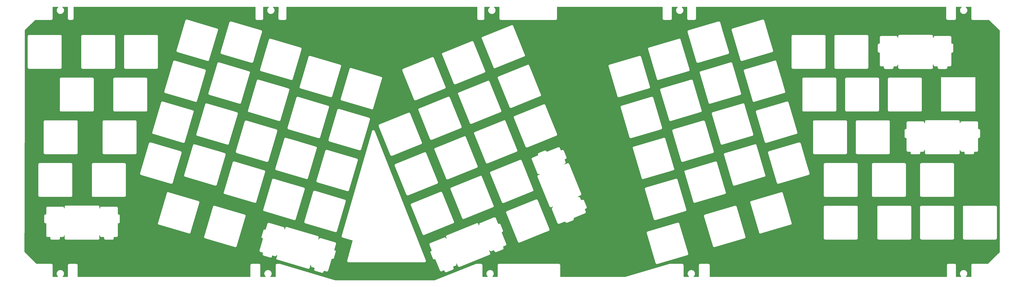
<source format=gtl>
G04 #@! TF.GenerationSoftware,KiCad,Pcbnew,(5.1.5-0-10_14)*
G04 #@! TF.CreationDate,2020-02-21T06:53:06+09:00*
G04 #@! TF.ProjectId,ColiceKeyPlate,436f6c69-6365-44b6-9579-506c6174652e,rev?*
G04 #@! TF.SameCoordinates,Original*
G04 #@! TF.FileFunction,Copper,L1,Top*
G04 #@! TF.FilePolarity,Positive*
%FSLAX46Y46*%
G04 Gerber Fmt 4.6, Leading zero omitted, Abs format (unit mm)*
G04 Created by KiCad (PCBNEW (5.1.5-0-10_14)) date 2020-02-21 06:53:06*
%MOMM*%
%LPD*%
G04 APERTURE LIST*
%ADD10C,0.254000*%
G04 APERTURE END LIST*
D10*
G36*
X31296456Y-21199337D02*
G01*
X31054791Y-21441002D01*
X30864917Y-21725169D01*
X30734129Y-22040919D01*
X30667454Y-22376117D01*
X30667454Y-22717883D01*
X30734129Y-23053081D01*
X30864917Y-23368831D01*
X31054791Y-23652998D01*
X31296456Y-23894663D01*
X31580623Y-24084537D01*
X31896373Y-24215325D01*
X32231571Y-24282000D01*
X32573337Y-24282000D01*
X32908535Y-24215325D01*
X33224285Y-24084537D01*
X33508452Y-23894663D01*
X33750117Y-23652998D01*
X33939991Y-23368831D01*
X34070779Y-23053081D01*
X34137454Y-22717883D01*
X34137454Y-22376117D01*
X34070779Y-22040919D01*
X33939991Y-21725169D01*
X33750117Y-21441002D01*
X33508452Y-21199337D01*
X33396049Y-21124232D01*
X35634008Y-21124232D01*
X35634007Y-26173960D01*
X35630451Y-26210065D01*
X35644642Y-26354150D01*
X35686670Y-26492698D01*
X35754920Y-26620385D01*
X35846769Y-26732303D01*
X35941894Y-26810370D01*
X35958687Y-26824152D01*
X36086374Y-26892402D01*
X36224922Y-26934430D01*
X36369007Y-26948621D01*
X36405112Y-26945065D01*
X37621074Y-26945065D01*
X37657179Y-26948621D01*
X37693284Y-26945065D01*
X37801264Y-26934430D01*
X37939812Y-26892402D01*
X38067499Y-26824152D01*
X38179417Y-26732303D01*
X38271266Y-26620385D01*
X38339516Y-26492698D01*
X38381544Y-26354150D01*
X38395735Y-26210065D01*
X38392179Y-26173960D01*
X38392179Y-21124232D01*
X118922162Y-21124232D01*
X118922161Y-26173960D01*
X118918605Y-26210065D01*
X118932796Y-26354150D01*
X118974824Y-26492698D01*
X119043074Y-26620385D01*
X119134923Y-26732303D01*
X119230048Y-26810370D01*
X119246841Y-26824152D01*
X119374528Y-26892402D01*
X119513076Y-26934430D01*
X119657161Y-26948621D01*
X119693266Y-26945065D01*
X121832851Y-26945065D01*
X121868956Y-26948621D01*
X121905061Y-26945065D01*
X122013041Y-26934430D01*
X122151589Y-26892402D01*
X122279276Y-26824152D01*
X122391194Y-26732303D01*
X122483043Y-26620385D01*
X122551293Y-26492698D01*
X122593321Y-26354150D01*
X122607512Y-26210065D01*
X122603956Y-26173960D01*
X122603956Y-21124232D01*
X124880859Y-21124232D01*
X124768456Y-21199337D01*
X124526791Y-21441002D01*
X124336917Y-21725169D01*
X124206129Y-22040919D01*
X124139454Y-22376117D01*
X124139454Y-22717883D01*
X124206129Y-23053081D01*
X124336917Y-23368831D01*
X124526791Y-23652998D01*
X124768456Y-23894663D01*
X125052623Y-24084537D01*
X125368373Y-24215325D01*
X125703571Y-24282000D01*
X126045337Y-24282000D01*
X126380535Y-24215325D01*
X126696285Y-24084537D01*
X126980452Y-23894663D01*
X127222117Y-23652998D01*
X127411991Y-23368831D01*
X127542779Y-23053081D01*
X127609454Y-22717883D01*
X127609454Y-22376117D01*
X127542779Y-22040919D01*
X127411991Y-21725169D01*
X127222117Y-21441002D01*
X126980452Y-21199337D01*
X126868049Y-21124232D01*
X129132708Y-21124232D01*
X129124343Y-26173344D01*
X129120726Y-26210065D01*
X129127810Y-26281990D01*
X129134680Y-26352949D01*
X129134856Y-26353534D01*
X129134917Y-26354150D01*
X129155888Y-26423281D01*
X129176478Y-26491566D01*
X129176765Y-26492106D01*
X129176945Y-26492698D01*
X129210963Y-26556341D01*
X129244516Y-26619366D01*
X129244904Y-26619840D01*
X129245195Y-26620385D01*
X129291059Y-26676270D01*
X129336180Y-26731436D01*
X129336650Y-26731823D01*
X129337044Y-26732303D01*
X129392984Y-26778212D01*
X129447946Y-26823471D01*
X129448484Y-26823760D01*
X129448962Y-26824152D01*
X129512657Y-26858198D01*
X129575519Y-26891932D01*
X129576103Y-26892110D01*
X129576649Y-26892402D01*
X129645641Y-26913330D01*
X129713997Y-26934190D01*
X129714607Y-26934251D01*
X129715197Y-26934430D01*
X129787034Y-26941505D01*
X129858059Y-26948619D01*
X129894767Y-26945065D01*
X132121029Y-26945065D01*
X132157134Y-26948621D01*
X132193239Y-26945065D01*
X132301219Y-26934430D01*
X132439767Y-26892402D01*
X132567454Y-26824152D01*
X132679372Y-26732303D01*
X132771221Y-26620385D01*
X132839471Y-26492698D01*
X132881499Y-26354150D01*
X132895690Y-26210065D01*
X132892134Y-26173960D01*
X132892134Y-21124232D01*
X217421971Y-21124232D01*
X217421970Y-26175581D01*
X217418422Y-26213299D01*
X217425647Y-26283505D01*
X217432605Y-26354149D01*
X217433078Y-26355708D01*
X217433244Y-26357321D01*
X217454046Y-26424832D01*
X217474633Y-26492697D01*
X217475400Y-26494132D01*
X217475878Y-26495683D01*
X217509457Y-26557848D01*
X217542883Y-26620384D01*
X217543916Y-26621643D01*
X217544687Y-26623070D01*
X217589784Y-26677533D01*
X217634732Y-26732302D01*
X217635988Y-26733333D01*
X217637025Y-26734585D01*
X217691900Y-26779219D01*
X217746650Y-26824152D01*
X217748085Y-26824919D01*
X217749344Y-26825943D01*
X217811804Y-26858978D01*
X217874337Y-26892402D01*
X217875895Y-26892875D01*
X217877329Y-26893633D01*
X217945047Y-26913852D01*
X218012885Y-26934430D01*
X218014504Y-26934589D01*
X218016060Y-26935054D01*
X218086494Y-26941680D01*
X218156970Y-26948621D01*
X218194681Y-26944907D01*
X220034570Y-26936847D01*
X220069519Y-26940247D01*
X220106783Y-26936531D01*
X220107949Y-26936526D01*
X220142675Y-26932952D01*
X220213587Y-26925881D01*
X220214712Y-26925538D01*
X220215881Y-26925418D01*
X220283905Y-26904458D01*
X220352084Y-26883686D01*
X220353121Y-26883130D01*
X220354244Y-26882784D01*
X220416898Y-26848941D01*
X220479688Y-26815281D01*
X220480596Y-26814534D01*
X220481631Y-26813975D01*
X220536525Y-26768521D01*
X220591495Y-26723297D01*
X220592239Y-26722388D01*
X220593146Y-26721637D01*
X220638027Y-26666458D01*
X220683209Y-26611268D01*
X220683764Y-26610226D01*
X220684503Y-26609318D01*
X220717755Y-26546447D01*
X220751304Y-26483498D01*
X220751644Y-26482374D01*
X220752194Y-26481333D01*
X220772575Y-26413070D01*
X220793164Y-26344899D01*
X220793278Y-26343728D01*
X220793614Y-26342602D01*
X220800268Y-26271872D01*
X220803669Y-26236907D01*
X220803668Y-26235732D01*
X220807174Y-26198458D01*
X220803580Y-26163538D01*
X220797480Y-21124232D01*
X222988380Y-21124232D01*
X222875956Y-21199351D01*
X222634291Y-21441016D01*
X222444417Y-21725183D01*
X222313629Y-22040933D01*
X222246954Y-22376131D01*
X222246954Y-22717897D01*
X222313629Y-23053095D01*
X222444417Y-23368845D01*
X222634291Y-23653012D01*
X222875956Y-23894677D01*
X223160123Y-24084551D01*
X223475873Y-24215339D01*
X223811071Y-24282014D01*
X224152837Y-24282014D01*
X224488035Y-24215339D01*
X224803785Y-24084551D01*
X225087952Y-23894677D01*
X225329617Y-23653012D01*
X225519491Y-23368845D01*
X225650279Y-23053095D01*
X225716954Y-22717897D01*
X225716954Y-22376131D01*
X225650279Y-22040933D01*
X225519491Y-21725183D01*
X225329617Y-21441016D01*
X225087952Y-21199351D01*
X224975528Y-21124232D01*
X227230846Y-21124232D01*
X227230845Y-26173960D01*
X227227289Y-26210065D01*
X227241480Y-26354150D01*
X227283508Y-26492698D01*
X227351758Y-26620385D01*
X227443607Y-26732303D01*
X227538732Y-26810370D01*
X227555525Y-26824152D01*
X227683212Y-26892402D01*
X227821760Y-26934430D01*
X227965845Y-26948621D01*
X228001950Y-26945065D01*
X252291577Y-26945065D01*
X252327682Y-26948621D01*
X252363787Y-26945065D01*
X252471767Y-26934430D01*
X252610315Y-26892402D01*
X252738002Y-26824152D01*
X252849920Y-26732303D01*
X252941769Y-26620385D01*
X253010019Y-26492698D01*
X253052047Y-26354150D01*
X253066238Y-26210065D01*
X253062682Y-26173960D01*
X253062682Y-21124232D01*
X299700959Y-21124232D01*
X299700958Y-26173960D01*
X299697402Y-26210065D01*
X299711593Y-26354150D01*
X299753621Y-26492698D01*
X299821871Y-26620385D01*
X299913720Y-26732303D01*
X300008845Y-26810370D01*
X300025638Y-26824152D01*
X300153325Y-26892402D01*
X300291873Y-26934430D01*
X300435958Y-26948621D01*
X300472063Y-26945065D01*
X303270863Y-26945065D01*
X303306968Y-26948621D01*
X303343073Y-26945065D01*
X303451053Y-26934430D01*
X303589601Y-26892402D01*
X303717288Y-26824152D01*
X303829206Y-26732303D01*
X303921055Y-26620385D01*
X303989305Y-26492698D01*
X304031333Y-26354150D01*
X304045524Y-26210065D01*
X304041968Y-26173960D01*
X304041968Y-21124232D01*
X306409926Y-21124232D01*
X306297502Y-21199351D01*
X306055837Y-21441016D01*
X305865963Y-21725183D01*
X305735175Y-22040933D01*
X305668500Y-22376131D01*
X305668500Y-22717897D01*
X305735175Y-23053095D01*
X305865963Y-23368845D01*
X306055837Y-23653012D01*
X306297502Y-23894677D01*
X306581669Y-24084551D01*
X306897419Y-24215339D01*
X307232617Y-24282014D01*
X307574383Y-24282014D01*
X307909581Y-24215339D01*
X308225331Y-24084551D01*
X308509498Y-23894677D01*
X308751163Y-23653012D01*
X308941037Y-23368845D01*
X309071825Y-23053095D01*
X309138500Y-22717897D01*
X309138500Y-22376131D01*
X309071825Y-22040933D01*
X308941037Y-21725183D01*
X308751163Y-21441016D01*
X308509498Y-21199351D01*
X308397074Y-21124232D01*
X310572211Y-21124232D01*
X310572210Y-26173960D01*
X310568654Y-26210065D01*
X310582845Y-26354150D01*
X310624873Y-26492698D01*
X310693123Y-26620385D01*
X310784972Y-26732303D01*
X310880097Y-26810370D01*
X310896890Y-26824152D01*
X311024577Y-26892402D01*
X311163125Y-26934430D01*
X311307210Y-26948621D01*
X311343315Y-26945065D01*
X313970002Y-26945065D01*
X314006107Y-26948621D01*
X314042212Y-26945065D01*
X314150192Y-26934430D01*
X314288740Y-26892402D01*
X314416427Y-26824152D01*
X314528345Y-26732303D01*
X314620194Y-26620385D01*
X314688444Y-26492698D01*
X314730472Y-26354150D01*
X314744663Y-26210065D01*
X314741107Y-26173960D01*
X314741107Y-21124232D01*
X425610694Y-21124232D01*
X425610693Y-26173960D01*
X425607137Y-26210065D01*
X425621328Y-26354150D01*
X425663356Y-26492698D01*
X425731606Y-26620385D01*
X425823455Y-26732303D01*
X425918580Y-26810370D01*
X425935373Y-26824152D01*
X426063060Y-26892402D01*
X426201608Y-26934430D01*
X426345693Y-26948621D01*
X426381798Y-26945065D01*
X429394410Y-26945065D01*
X429430515Y-26948621D01*
X429466620Y-26945065D01*
X429574600Y-26934430D01*
X429713148Y-26892402D01*
X429840835Y-26824152D01*
X429952753Y-26732303D01*
X430044602Y-26620385D01*
X430112852Y-26492698D01*
X430154880Y-26354150D01*
X430169071Y-26210065D01*
X430165515Y-26173960D01*
X430165515Y-21124232D01*
X432474880Y-21124232D01*
X432362456Y-21199351D01*
X432120791Y-21441016D01*
X431930917Y-21725183D01*
X431800129Y-22040933D01*
X431733454Y-22376131D01*
X431733454Y-22717897D01*
X431800129Y-23053095D01*
X431930917Y-23368845D01*
X432120791Y-23653012D01*
X432362456Y-23894677D01*
X432646623Y-24084551D01*
X432962373Y-24215339D01*
X433297571Y-24282014D01*
X433639337Y-24282014D01*
X433974535Y-24215339D01*
X434290285Y-24084551D01*
X434574452Y-23894677D01*
X434816117Y-23653012D01*
X435005991Y-23368845D01*
X435136779Y-23053095D01*
X435203454Y-22717897D01*
X435203454Y-22376131D01*
X435136779Y-22040933D01*
X435005991Y-21725183D01*
X434816117Y-21441016D01*
X434574452Y-21199351D01*
X434462028Y-21124232D01*
X436732236Y-21124232D01*
X436732235Y-26173960D01*
X436728679Y-26210065D01*
X436742870Y-26354150D01*
X436784898Y-26492698D01*
X436853148Y-26620385D01*
X436944997Y-26732303D01*
X437040122Y-26810370D01*
X437056915Y-26824152D01*
X437184602Y-26892402D01*
X437323150Y-26934430D01*
X437467235Y-26948621D01*
X437503340Y-26945065D01*
X444611176Y-26945065D01*
X449368863Y-31511506D01*
X449368862Y-130174503D01*
X444230974Y-135277514D01*
X437503340Y-135277514D01*
X437467235Y-135273958D01*
X437431130Y-135277514D01*
X437323150Y-135288149D01*
X437184602Y-135330177D01*
X437056915Y-135398427D01*
X436944997Y-135490276D01*
X436853148Y-135602194D01*
X436784898Y-135729881D01*
X436742870Y-135868429D01*
X436728679Y-136012514D01*
X436732236Y-136048629D01*
X436732235Y-141072467D01*
X434595694Y-141072467D01*
X434798663Y-140869498D01*
X434988537Y-140585331D01*
X435119325Y-140269581D01*
X435186000Y-139934383D01*
X435186000Y-139592617D01*
X435119325Y-139257419D01*
X434988537Y-138941669D01*
X434798663Y-138657502D01*
X434556998Y-138415837D01*
X434272831Y-138225963D01*
X433957081Y-138095175D01*
X433621883Y-138028500D01*
X433280117Y-138028500D01*
X432944919Y-138095175D01*
X432629169Y-138225963D01*
X432345002Y-138415837D01*
X432103337Y-138657502D01*
X431913463Y-138941669D01*
X431782675Y-139257419D01*
X431716000Y-139592617D01*
X431716000Y-139934383D01*
X431782675Y-140269581D01*
X431913463Y-140585331D01*
X432103337Y-140869498D01*
X432306306Y-141072467D01*
X430202026Y-141072467D01*
X430202026Y-136048619D01*
X430205582Y-136012514D01*
X430191391Y-135868429D01*
X430149363Y-135729881D01*
X430081113Y-135602194D01*
X429989264Y-135490276D01*
X429877346Y-135398427D01*
X429749659Y-135330177D01*
X429611111Y-135288149D01*
X429503131Y-135277514D01*
X429467026Y-135273958D01*
X429430921Y-135277514D01*
X426679040Y-135277514D01*
X426642935Y-135273958D01*
X426606830Y-135277514D01*
X426498850Y-135288149D01*
X426360302Y-135330177D01*
X426232615Y-135398427D01*
X426120697Y-135490276D01*
X426028848Y-135602194D01*
X425960598Y-135729881D01*
X425918570Y-135868429D01*
X425904379Y-136012514D01*
X425907936Y-136048629D01*
X425907935Y-141072467D01*
X320827320Y-141072467D01*
X320827320Y-136051662D01*
X320830876Y-136015557D01*
X320816685Y-135871472D01*
X320774657Y-135732924D01*
X320706407Y-135605237D01*
X320614558Y-135493319D01*
X320502640Y-135401470D01*
X320374953Y-135333220D01*
X320236405Y-135291192D01*
X320128425Y-135280557D01*
X320092320Y-135277001D01*
X320056215Y-135280557D01*
X316524686Y-135280557D01*
X316488581Y-135277001D01*
X316452476Y-135280557D01*
X316344496Y-135291192D01*
X316205948Y-135333220D01*
X316078261Y-135401470D01*
X315966343Y-135493319D01*
X315874494Y-135605237D01*
X315806244Y-135732924D01*
X315764216Y-135871472D01*
X315750025Y-136015557D01*
X315753582Y-136051672D01*
X315753581Y-141072467D01*
X313691694Y-141072467D01*
X313894663Y-140869498D01*
X314084537Y-140585331D01*
X314215325Y-140269581D01*
X314282000Y-139934383D01*
X314282000Y-139592617D01*
X314215325Y-139257419D01*
X314084537Y-138941669D01*
X313894663Y-138657502D01*
X313652998Y-138415837D01*
X313368831Y-138225963D01*
X313053081Y-138095175D01*
X312717883Y-138028500D01*
X312376117Y-138028500D01*
X312040919Y-138095175D01*
X311725169Y-138225963D01*
X311441002Y-138415837D01*
X311199337Y-138657502D01*
X311009463Y-138941669D01*
X310878675Y-139257419D01*
X310812000Y-139592617D01*
X310812000Y-139934383D01*
X310878675Y-140269581D01*
X311009463Y-140585331D01*
X311199337Y-140869498D01*
X311402306Y-141072467D01*
X309223340Y-141072467D01*
X309223340Y-136048619D01*
X309226896Y-136012514D01*
X309212705Y-135868429D01*
X309170677Y-135729881D01*
X309102427Y-135602194D01*
X309010578Y-135490276D01*
X308898660Y-135398427D01*
X308770973Y-135330177D01*
X308632425Y-135288149D01*
X308524445Y-135277514D01*
X308488340Y-135273958D01*
X308452235Y-135277514D01*
X302871133Y-135277514D01*
X302801234Y-135277065D01*
X302763286Y-135284360D01*
X302724818Y-135288149D01*
X302657772Y-135308487D01*
X283207628Y-141072467D01*
X254457793Y-141072467D01*
X254457793Y-136048619D01*
X254461349Y-136012514D01*
X254447158Y-135868429D01*
X254405130Y-135729881D01*
X254336880Y-135602194D01*
X254245031Y-135490276D01*
X254133113Y-135398427D01*
X254005426Y-135330177D01*
X253866878Y-135288149D01*
X253758898Y-135277514D01*
X253722793Y-135273958D01*
X253686688Y-135277514D01*
X227215489Y-135277514D01*
X227179384Y-135273958D01*
X227143279Y-135277514D01*
X227035299Y-135288149D01*
X226896751Y-135330177D01*
X226769064Y-135398427D01*
X226657146Y-135490276D01*
X226565297Y-135602194D01*
X226497047Y-135729881D01*
X226455019Y-135868429D01*
X226440828Y-136012514D01*
X226444385Y-136048629D01*
X226444384Y-141072467D01*
X224347194Y-141072467D01*
X224550163Y-140869498D01*
X224740037Y-140585331D01*
X224870825Y-140269581D01*
X224937500Y-139934383D01*
X224937500Y-139592617D01*
X224870825Y-139257419D01*
X224740037Y-138941669D01*
X224550163Y-138657502D01*
X224308498Y-138415837D01*
X224024331Y-138225963D01*
X223708581Y-138095175D01*
X223373383Y-138028500D01*
X223031617Y-138028500D01*
X222696419Y-138095175D01*
X222380669Y-138225963D01*
X222096502Y-138415837D01*
X221854837Y-138657502D01*
X221664963Y-138941669D01*
X221534175Y-139257419D01*
X221467500Y-139592617D01*
X221467500Y-139934383D01*
X221534175Y-140269581D01*
X221664963Y-140585331D01*
X221854837Y-140869498D01*
X222057806Y-141072467D01*
X219914429Y-141072467D01*
X219914429Y-136048619D01*
X219917985Y-136012514D01*
X219903794Y-135868429D01*
X219861766Y-135729881D01*
X219793516Y-135602194D01*
X219701667Y-135490276D01*
X219589749Y-135398427D01*
X219462062Y-135330177D01*
X219323514Y-135288149D01*
X219215534Y-135277514D01*
X219179429Y-135273958D01*
X219143324Y-135277514D01*
X217133759Y-135277514D01*
X217103324Y-135274045D01*
X217061554Y-135277514D01*
X217055910Y-135277514D01*
X217025551Y-135280504D01*
X216959038Y-135286028D01*
X216953582Y-135287592D01*
X216947930Y-135288149D01*
X216884023Y-135307535D01*
X216854738Y-135315931D01*
X216849499Y-135318008D01*
X216809382Y-135330177D01*
X216782360Y-135344620D01*
X198530008Y-142579561D01*
X154475713Y-142579561D01*
X130080443Y-135322557D01*
X130013012Y-135302102D01*
X129974922Y-135298350D01*
X129937359Y-135291089D01*
X129867107Y-135291467D01*
X128638505Y-135291467D01*
X128602400Y-135287911D01*
X128566295Y-135291467D01*
X128458315Y-135302102D01*
X128319767Y-135344130D01*
X128192080Y-135412380D01*
X128080162Y-135504229D01*
X127988313Y-135616147D01*
X127920063Y-135743834D01*
X127878035Y-135882382D01*
X127863844Y-136026467D01*
X127867401Y-136062582D01*
X127867400Y-141067140D01*
X125737021Y-141067140D01*
X125934663Y-140869498D01*
X126124537Y-140585331D01*
X126255325Y-140269581D01*
X126322000Y-139934383D01*
X126322000Y-139592617D01*
X126255325Y-139257419D01*
X126124537Y-138941669D01*
X125934663Y-138657502D01*
X125692998Y-138415837D01*
X125408831Y-138225963D01*
X125093081Y-138095175D01*
X124757883Y-138028500D01*
X124416117Y-138028500D01*
X124080919Y-138095175D01*
X123765169Y-138225963D01*
X123481002Y-138415837D01*
X123239337Y-138657502D01*
X123049463Y-138941669D01*
X122918675Y-139257419D01*
X122852000Y-139592617D01*
X122852000Y-139934383D01*
X122918675Y-140269581D01*
X123049463Y-140585331D01*
X123239337Y-140869498D01*
X123436979Y-141067140D01*
X121337429Y-141067140D01*
X121337429Y-136060061D01*
X121340984Y-136023994D01*
X121337429Y-135987869D01*
X121337429Y-135987830D01*
X121332937Y-135942224D01*
X121326805Y-135879909D01*
X121326797Y-135879884D01*
X121326794Y-135879850D01*
X121303076Y-135801663D01*
X121284788Y-135741357D01*
X121284776Y-135741334D01*
X121284766Y-135741302D01*
X121244950Y-135666812D01*
X121216548Y-135613665D01*
X121216533Y-135613647D01*
X121216516Y-135613615D01*
X121166460Y-135552623D01*
X121124708Y-135501739D01*
X121124685Y-135501720D01*
X121124666Y-135501697D01*
X121070560Y-135457293D01*
X121012798Y-135409881D01*
X121012770Y-135409866D01*
X121012748Y-135409848D01*
X120949580Y-135376084D01*
X120885116Y-135341621D01*
X120885088Y-135341613D01*
X120885061Y-135341598D01*
X120813470Y-135319881D01*
X120746572Y-135299582D01*
X120746543Y-135299579D01*
X120746513Y-135299570D01*
X120671692Y-135292201D01*
X120638592Y-135288938D01*
X120638564Y-135288938D01*
X120602429Y-135285379D01*
X120566352Y-135288932D01*
X117449175Y-135288683D01*
X117413032Y-135285123D01*
X117331918Y-135293112D01*
X117269006Y-135299303D01*
X117268980Y-135299311D01*
X117268948Y-135299314D01*
X117194201Y-135321988D01*
X117130454Y-135341320D01*
X117130430Y-135341333D01*
X117130400Y-135341342D01*
X117063683Y-135377003D01*
X117002762Y-135409560D01*
X117002742Y-135409577D01*
X117002713Y-135409592D01*
X116943702Y-135458021D01*
X116890836Y-135501400D01*
X116890818Y-135501423D01*
X116890795Y-135501441D01*
X116847448Y-135554259D01*
X116798978Y-135613310D01*
X116798963Y-135613339D01*
X116798946Y-135613359D01*
X116769445Y-135668552D01*
X116730718Y-135740992D01*
X116730709Y-135741022D01*
X116730696Y-135741046D01*
X116712250Y-135801854D01*
X116688679Y-135879536D01*
X116688676Y-135879568D01*
X116688668Y-135879594D01*
X116681914Y-135948169D01*
X116674477Y-136023620D01*
X116678033Y-136059755D01*
X116678032Y-141072467D01*
X40199795Y-141072467D01*
X40199795Y-136056230D01*
X40203351Y-136020125D01*
X40189160Y-135876040D01*
X40147132Y-135737492D01*
X40078882Y-135609805D01*
X39987033Y-135497887D01*
X39875115Y-135406038D01*
X39747428Y-135337788D01*
X39608880Y-135295760D01*
X39500900Y-135285125D01*
X39464795Y-135281569D01*
X39428690Y-135285125D01*
X36407459Y-135285125D01*
X36371354Y-135281569D01*
X36335249Y-135285125D01*
X36227269Y-135295760D01*
X36088721Y-135337788D01*
X35961034Y-135406038D01*
X35849116Y-135497887D01*
X35757267Y-135609805D01*
X35689017Y-135737492D01*
X35646989Y-135876040D01*
X35632798Y-136020125D01*
X35636355Y-136056240D01*
X35636354Y-141067140D01*
X33535021Y-141067140D01*
X33732663Y-140869498D01*
X33922537Y-140585331D01*
X34053325Y-140269581D01*
X34120000Y-139934383D01*
X34120000Y-139592617D01*
X34053325Y-139257419D01*
X33922537Y-138941669D01*
X33732663Y-138657502D01*
X33490998Y-138415837D01*
X33206831Y-138225963D01*
X32891081Y-138095175D01*
X32555883Y-138028500D01*
X32214117Y-138028500D01*
X31878919Y-138095175D01*
X31563169Y-138225963D01*
X31279002Y-138415837D01*
X31037337Y-138657502D01*
X30847463Y-138941669D01*
X30716675Y-139257419D01*
X30650000Y-139592617D01*
X30650000Y-139934383D01*
X30716675Y-140269581D01*
X30847463Y-140585331D01*
X31037337Y-140869498D01*
X31234979Y-141067140D01*
X29106387Y-141067140D01*
X29106387Y-136053690D01*
X29109943Y-136017585D01*
X29095752Y-135873500D01*
X29053724Y-135734952D01*
X28985474Y-135607265D01*
X28893625Y-135495347D01*
X28781707Y-135403498D01*
X28654020Y-135335248D01*
X28515472Y-135293220D01*
X28407492Y-135282585D01*
X28371387Y-135279029D01*
X28335282Y-135282585D01*
X21795274Y-135282585D01*
X16594949Y-130026556D01*
X16595928Y-129460134D01*
X120680144Y-129460134D01*
X120681091Y-129604912D01*
X120682154Y-129610078D01*
X120710265Y-129746723D01*
X120761903Y-129869117D01*
X120766546Y-129880121D01*
X120847769Y-129999974D01*
X120878255Y-130030063D01*
X120950812Y-130101677D01*
X121070077Y-130180243D01*
X121071720Y-130181325D01*
X121205841Y-130235854D01*
X121241471Y-130242699D01*
X122231252Y-130535888D01*
X122118414Y-130916825D01*
X122104749Y-130950435D01*
X122079911Y-131079722D01*
X122077433Y-131092619D01*
X122078376Y-131236772D01*
X122078380Y-131237395D01*
X122107554Y-131379208D01*
X122163834Y-131512604D01*
X122245057Y-131632457D01*
X122348101Y-131734162D01*
X122462363Y-131809432D01*
X122469009Y-131813810D01*
X122603130Y-131868339D01*
X122638761Y-131875184D01*
X125491998Y-132720356D01*
X125525609Y-132734021D01*
X125599476Y-132748212D01*
X125667789Y-132761336D01*
X125667791Y-132761336D01*
X125812569Y-132760389D01*
X125841743Y-132754387D01*
X125954381Y-132731215D01*
X126087777Y-132674935D01*
X126207630Y-132593712D01*
X126309334Y-132490668D01*
X126388982Y-132369762D01*
X126443511Y-132235641D01*
X126450357Y-132200005D01*
X126563194Y-131819074D01*
X127552975Y-132112262D01*
X127586586Y-132125927D01*
X127636333Y-132135484D01*
X127728765Y-132153242D01*
X127728768Y-132153242D01*
X127873546Y-132152295D01*
X127910277Y-132144738D01*
X128015357Y-132123121D01*
X128148753Y-132066841D01*
X128148754Y-132066841D01*
X128148755Y-132066840D01*
X128268608Y-131985617D01*
X128370312Y-131882572D01*
X128449952Y-131761677D01*
X128449958Y-131761668D01*
X128456236Y-131746228D01*
X128490824Y-131661153D01*
X128504487Y-131627547D01*
X128511332Y-131591920D01*
X128515961Y-131576291D01*
X128563678Y-131590426D01*
X128227206Y-132726340D01*
X128213541Y-132759951D01*
X128186555Y-132900418D01*
X128186225Y-132902135D01*
X128187172Y-133046913D01*
X128196605Y-133092766D01*
X128216346Y-133188724D01*
X128272626Y-133322120D01*
X128353849Y-133441973D01*
X128456893Y-133543678D01*
X128577799Y-133623325D01*
X128577801Y-133623326D01*
X128711922Y-133677855D01*
X128747552Y-133684700D01*
X142284836Y-137694648D01*
X142318444Y-137708312D01*
X142354069Y-137715156D01*
X142460623Y-137735627D01*
X142460626Y-137735627D01*
X142605404Y-137734680D01*
X142670801Y-137721226D01*
X142747215Y-137705506D01*
X142880611Y-137649226D01*
X142880612Y-137649226D01*
X142880613Y-137649225D01*
X143000466Y-137568002D01*
X143102170Y-137464957D01*
X143176199Y-137352579D01*
X143181816Y-137344053D01*
X143195289Y-137310916D01*
X143222682Y-137243538D01*
X143236345Y-137209932D01*
X143243190Y-137174305D01*
X143579663Y-136038387D01*
X143627379Y-136052521D01*
X143622748Y-136068154D01*
X143609086Y-136101758D01*
X143602242Y-136137383D01*
X143602240Y-136137389D01*
X143595869Y-136170552D01*
X143581770Y-136243940D01*
X143581770Y-136243943D01*
X143582717Y-136388721D01*
X143611892Y-136530534D01*
X143617020Y-136542689D01*
X143668171Y-136663927D01*
X143749394Y-136783780D01*
X143852438Y-136885485D01*
X143973344Y-136965132D01*
X144073857Y-137005997D01*
X144107468Y-137019662D01*
X144143096Y-137026507D01*
X145132878Y-137319695D01*
X145020037Y-137700640D01*
X145006376Y-137734242D01*
X144999532Y-137769865D01*
X144999530Y-137769872D01*
X144979060Y-137876426D01*
X144980007Y-138021204D01*
X144981508Y-138028500D01*
X145009181Y-138163015D01*
X145061864Y-138287885D01*
X145065462Y-138296413D01*
X145146685Y-138416266D01*
X145188239Y-138457279D01*
X145249728Y-138517969D01*
X145370634Y-138597616D01*
X145370636Y-138597617D01*
X145504757Y-138652146D01*
X145540387Y-138658991D01*
X148393628Y-139504165D01*
X148427236Y-139517829D01*
X148462861Y-139524673D01*
X148569415Y-139545144D01*
X148569418Y-139545144D01*
X148714196Y-139544197D01*
X148772544Y-139532193D01*
X148856007Y-139515023D01*
X148989403Y-139458743D01*
X148989404Y-139458743D01*
X148989405Y-139458742D01*
X149109258Y-139377519D01*
X149161108Y-139324986D01*
X149210961Y-139274476D01*
X149290608Y-139153570D01*
X149345137Y-139019449D01*
X149351982Y-138983822D01*
X149464821Y-138602882D01*
X150454603Y-138896071D01*
X150488211Y-138909735D01*
X150523836Y-138916579D01*
X150630390Y-138937050D01*
X150630393Y-138937050D01*
X150775171Y-138936103D01*
X150833519Y-138924099D01*
X150916982Y-138906929D01*
X151050378Y-138850649D01*
X151050379Y-138850649D01*
X151050380Y-138850648D01*
X151170233Y-138769425D01*
X151256122Y-138682404D01*
X151271936Y-138666382D01*
X151351583Y-138545476D01*
X151353066Y-138541830D01*
X151392449Y-138444961D01*
X151406112Y-138411355D01*
X151412957Y-138375728D01*
X152925309Y-133270092D01*
X153033778Y-133302222D01*
X153067389Y-133315887D01*
X153141256Y-133330078D01*
X153209569Y-133343202D01*
X153209571Y-133343202D01*
X153354349Y-133342255D01*
X153395656Y-133333757D01*
X153496161Y-133313081D01*
X153550395Y-133290199D01*
X153629558Y-133256800D01*
X153749411Y-133175577D01*
X153851115Y-133072532D01*
X153930762Y-132951626D01*
X153971627Y-132851113D01*
X153971628Y-132851109D01*
X153985290Y-132817506D01*
X153992134Y-132781882D01*
X154765166Y-130172162D01*
X154778829Y-130138556D01*
X154806145Y-129996374D01*
X154805197Y-129851595D01*
X154776023Y-129709782D01*
X154733035Y-129607893D01*
X154719742Y-129576385D01*
X154655017Y-129480876D01*
X154638521Y-129456534D01*
X154535476Y-129354830D01*
X154535474Y-129354828D01*
X154479492Y-129317950D01*
X154414571Y-129275182D01*
X154314058Y-129234317D01*
X154314057Y-129234317D01*
X154280447Y-129220652D01*
X154244820Y-129213808D01*
X154136348Y-129181676D01*
X154884020Y-126657567D01*
X154897680Y-126623968D01*
X154904523Y-126588348D01*
X154904526Y-126588339D01*
X154924996Y-126481785D01*
X154924049Y-126337006D01*
X154914664Y-126291387D01*
X154894875Y-126195194D01*
X154838595Y-126061798D01*
X154757372Y-125941945D01*
X154654328Y-125840240D01*
X154533422Y-125760593D01*
X154432909Y-125719728D01*
X154432903Y-125719726D01*
X154399299Y-125706064D01*
X154363678Y-125699221D01*
X148052159Y-123829654D01*
X148018555Y-123815992D01*
X147982934Y-123809149D01*
X147982929Y-123809147D01*
X147876375Y-123788676D01*
X147876373Y-123788676D01*
X147874467Y-123788688D01*
X147731597Y-123789623D01*
X147589784Y-123818797D01*
X147589782Y-123818798D01*
X147589781Y-123818798D01*
X147456386Y-123875078D01*
X147336533Y-123956301D01*
X147294048Y-123999346D01*
X147234830Y-124059344D01*
X147156784Y-124177820D01*
X147155182Y-124180252D01*
X147121801Y-124262357D01*
X147100654Y-124314371D01*
X147093809Y-124349997D01*
X147081966Y-124389981D01*
X147034250Y-124375846D01*
X147190375Y-123848777D01*
X147204036Y-123815175D01*
X147210880Y-123779552D01*
X147210882Y-123779545D01*
X147231353Y-123672991D01*
X147230405Y-123528212D01*
X147215109Y-123453863D01*
X147201231Y-123386401D01*
X147144951Y-123253005D01*
X147063728Y-123133152D01*
X146968288Y-123038952D01*
X157155550Y-123038952D01*
X157156437Y-123106594D01*
X157156456Y-123174295D01*
X157157386Y-123178962D01*
X157157448Y-123183721D01*
X157171522Y-123249924D01*
X157184742Y-123316288D01*
X157186565Y-123320684D01*
X157187554Y-123325339D01*
X157214260Y-123387496D01*
X157240185Y-123450034D01*
X157242832Y-123453993D01*
X157244709Y-123458362D01*
X157283020Y-123514103D01*
X157320655Y-123570393D01*
X157324022Y-123573758D01*
X157326717Y-123577679D01*
X157375188Y-123624895D01*
X157423061Y-123672741D01*
X157427018Y-123675384D01*
X157430428Y-123678705D01*
X157487207Y-123715576D01*
X157543466Y-123753144D01*
X157547861Y-123754963D01*
X157551854Y-123757556D01*
X157614705Y-123782629D01*
X157643721Y-123794638D01*
X157648249Y-123796010D01*
X157686331Y-123811202D01*
X157717348Y-123816950D01*
X162053560Y-125130994D01*
X159662362Y-133898212D01*
X159644356Y-133957572D01*
X159639779Y-134004045D01*
X159631970Y-134050062D01*
X159632701Y-134075913D01*
X159630165Y-134101657D01*
X159634741Y-134148121D01*
X159636060Y-134194785D01*
X159641821Y-134219999D01*
X159644356Y-134245742D01*
X159657911Y-134290425D01*
X159668307Y-134335931D01*
X159678874Y-134359532D01*
X159686384Y-134384290D01*
X159708398Y-134425476D01*
X159727470Y-134468073D01*
X159742437Y-134489158D01*
X159754634Y-134511977D01*
X159784256Y-134548071D01*
X159811275Y-134586135D01*
X159830073Y-134603899D01*
X159846483Y-134623895D01*
X159882579Y-134653518D01*
X159916504Y-134685578D01*
X159938402Y-134699331D01*
X159958401Y-134715744D01*
X159999583Y-134737756D01*
X160039111Y-134762582D01*
X160063274Y-134771800D01*
X160086088Y-134783994D01*
X160130770Y-134797548D01*
X160174384Y-134814186D01*
X160199881Y-134818513D01*
X160224636Y-134826022D01*
X160271106Y-134830599D01*
X160317126Y-134838408D01*
X160379084Y-134836657D01*
X194039922Y-134836657D01*
X194069656Y-134840103D01*
X194112126Y-134836657D01*
X194118472Y-134836657D01*
X194148145Y-134833734D01*
X194213964Y-134828394D01*
X194220099Y-134826648D01*
X194226452Y-134826022D01*
X194289717Y-134806831D01*
X194353215Y-134788756D01*
X194358888Y-134785848D01*
X194365000Y-134783994D01*
X194423314Y-134752824D01*
X194482057Y-134722714D01*
X194487054Y-134718755D01*
X194492687Y-134715744D01*
X194543799Y-134673797D01*
X194595539Y-134632805D01*
X194599668Y-134627947D01*
X194604605Y-134623895D01*
X194646548Y-134572788D01*
X194689301Y-134522484D01*
X194692403Y-134516913D01*
X194696454Y-134511977D01*
X194727618Y-134453672D01*
X194759738Y-134395991D01*
X194761694Y-134389922D01*
X194764704Y-134384290D01*
X194783889Y-134321047D01*
X194804145Y-134258187D01*
X194804880Y-134251849D01*
X194806732Y-134245742D01*
X194813210Y-134179972D01*
X194820813Y-134114367D01*
X194820297Y-134108011D01*
X194820923Y-134101657D01*
X194814445Y-134035883D01*
X194809104Y-133970059D01*
X194807358Y-133963924D01*
X194806732Y-133957572D01*
X194787550Y-133894336D01*
X194779399Y-133865702D01*
X194777076Y-133859808D01*
X194764704Y-133819024D01*
X194750591Y-133792620D01*
X191967352Y-126731979D01*
X196130205Y-126731979D01*
X196143139Y-126876182D01*
X196183957Y-127015091D01*
X196200778Y-127047233D01*
X196505259Y-127800851D01*
X196505262Y-127800856D01*
X197186930Y-129488052D01*
X197081786Y-129530533D01*
X197046982Y-129540760D01*
X197014839Y-129557582D01*
X197014836Y-129557583D01*
X196918703Y-129607894D01*
X196880490Y-129638701D01*
X196805989Y-129698761D01*
X196745575Y-129771080D01*
X196713165Y-129809876D01*
X196643804Y-129936962D01*
X196600569Y-130075138D01*
X196589663Y-130176767D01*
X196586848Y-130203005D01*
X196585121Y-130219094D01*
X196598055Y-130363297D01*
X196638873Y-130502206D01*
X196655694Y-130534347D01*
X197675299Y-133057970D01*
X197685524Y-133092766D01*
X197702340Y-133124897D01*
X197702344Y-133124908D01*
X197752655Y-133221041D01*
X197843523Y-133333757D01*
X197954636Y-133426579D01*
X198081722Y-133495941D01*
X198219898Y-133539177D01*
X198363854Y-133554625D01*
X198363857Y-133554625D01*
X198399462Y-133551431D01*
X198508057Y-133541692D01*
X198646967Y-133500874D01*
X198679117Y-133484049D01*
X198784249Y-133441572D01*
X200511073Y-137715628D01*
X200511078Y-137715638D01*
X200778989Y-138378745D01*
X200789218Y-138413556D01*
X200856351Y-138541833D01*
X200895727Y-138590675D01*
X200945284Y-138652146D01*
X200947220Y-138654548D01*
X200961386Y-138666382D01*
X201058330Y-138747369D01*
X201058332Y-138747370D01*
X201058333Y-138747371D01*
X201185419Y-138816732D01*
X201288827Y-138849088D01*
X201323591Y-138859966D01*
X201323592Y-138859966D01*
X201323595Y-138859967D01*
X201467551Y-138875415D01*
X201565517Y-138866628D01*
X201611750Y-138862482D01*
X201611753Y-138862481D01*
X201611754Y-138862481D01*
X201652474Y-138850516D01*
X201750660Y-138821664D01*
X201782805Y-138804841D01*
X202739931Y-138418136D01*
X202888760Y-138786503D01*
X202898989Y-138821313D01*
X202966122Y-138949590D01*
X202974763Y-138960308D01*
X203056989Y-139062303D01*
X203168101Y-139155126D01*
X203295187Y-139224488D01*
X203433362Y-139267723D01*
X203433363Y-139267723D01*
X203433366Y-139267724D01*
X203515526Y-139276541D01*
X203577318Y-139283172D01*
X203577322Y-139283172D01*
X203624796Y-139278914D01*
X203721522Y-139270239D01*
X203860431Y-139229421D01*
X203892577Y-139212598D01*
X206651689Y-138097839D01*
X206686484Y-138087615D01*
X206718618Y-138070798D01*
X206718630Y-138070793D01*
X206814763Y-138020482D01*
X206927478Y-137929613D01*
X207020301Y-137818500D01*
X207089662Y-137691414D01*
X207132897Y-137553238D01*
X207148345Y-137409282D01*
X207135411Y-137265078D01*
X207094593Y-137126169D01*
X207077772Y-137094027D01*
X206928941Y-136725656D01*
X207886086Y-136338942D01*
X207920875Y-136328720D01*
X207953003Y-136311906D01*
X207953021Y-136311899D01*
X208049154Y-136261588D01*
X208161869Y-136170719D01*
X208254691Y-136059606D01*
X208324052Y-135932520D01*
X208367288Y-135794344D01*
X208382735Y-135650388D01*
X208369802Y-135506184D01*
X208341419Y-135409592D01*
X208339213Y-135402084D01*
X208339211Y-135402080D01*
X208328984Y-135367275D01*
X208312164Y-135335136D01*
X208306057Y-135320019D01*
X208352199Y-135301376D01*
X208795997Y-136399821D01*
X208806223Y-136434622D01*
X208823040Y-136466756D01*
X208823043Y-136466763D01*
X208873353Y-136562897D01*
X208964222Y-136675612D01*
X209075335Y-136768435D01*
X209156335Y-136812643D01*
X209202424Y-136837798D01*
X209314117Y-136872747D01*
X209340596Y-136881032D01*
X209340597Y-136881032D01*
X209340600Y-136881033D01*
X209484556Y-136896481D01*
X209628759Y-136883547D01*
X209732860Y-136852957D01*
X209732859Y-136852957D01*
X209767665Y-136842730D01*
X209799810Y-136825907D01*
X222890447Y-131536917D01*
X222925243Y-131526693D01*
X222957378Y-131509875D01*
X222957389Y-131509871D01*
X223053523Y-131459560D01*
X223166238Y-131368691D01*
X223259060Y-131257578D01*
X223328421Y-131130492D01*
X223371657Y-130992316D01*
X223387104Y-130848360D01*
X223374171Y-130704157D01*
X223353594Y-130634130D01*
X223343582Y-130600056D01*
X223343580Y-130600051D01*
X223333353Y-130565247D01*
X223316534Y-130533109D01*
X222872735Y-129434665D01*
X222918876Y-129416022D01*
X222924981Y-129431133D01*
X222935210Y-129465943D01*
X222952031Y-129498084D01*
X222999946Y-129589639D01*
X223002343Y-129594220D01*
X223093212Y-129706935D01*
X223104123Y-129716050D01*
X223204322Y-129799756D01*
X223204324Y-129799757D01*
X223204325Y-129799758D01*
X223217446Y-129806919D01*
X223323749Y-129864937D01*
X223331411Y-129869119D01*
X223419459Y-129896669D01*
X223469583Y-129912353D01*
X223469584Y-129912353D01*
X223469587Y-129912354D01*
X223613543Y-129927802D01*
X223757746Y-129914868D01*
X223851619Y-129887284D01*
X223896652Y-129874051D01*
X223928797Y-129857228D01*
X224885923Y-129470523D01*
X225034752Y-129838890D01*
X225044981Y-129873700D01*
X225112114Y-130001977D01*
X225146472Y-130044595D01*
X225193871Y-130103389D01*
X225202983Y-130114692D01*
X225207944Y-130118836D01*
X225314093Y-130207513D01*
X225441179Y-130276875D01*
X225579354Y-130320110D01*
X225579355Y-130320110D01*
X225579358Y-130320111D01*
X225661518Y-130328928D01*
X225723310Y-130335559D01*
X225723314Y-130335559D01*
X225771155Y-130331268D01*
X225867514Y-130322626D01*
X226006423Y-130281808D01*
X226038569Y-130264985D01*
X228797681Y-129150226D01*
X228832476Y-129140002D01*
X228864610Y-129123185D01*
X228864623Y-129123180D01*
X228960756Y-129072869D01*
X229073471Y-128982000D01*
X229166294Y-128870887D01*
X229235655Y-128743801D01*
X229278890Y-128605625D01*
X229294338Y-128461669D01*
X229281404Y-128317465D01*
X229240586Y-128178556D01*
X229223765Y-128146415D01*
X229074934Y-127778042D01*
X230032065Y-127391335D01*
X230066867Y-127381109D01*
X230099007Y-127364289D01*
X230099012Y-127364287D01*
X230154209Y-127335400D01*
X230195144Y-127313977D01*
X230216992Y-127296364D01*
X230307861Y-127223108D01*
X230400683Y-127111995D01*
X230432188Y-127054271D01*
X230470044Y-126984910D01*
X230513280Y-126846734D01*
X230528728Y-126702778D01*
X230515795Y-126558574D01*
X230485205Y-126454473D01*
X230485203Y-126454469D01*
X230474976Y-126419664D01*
X230458157Y-126387526D01*
X228463412Y-121450343D01*
X228568307Y-121407962D01*
X228603113Y-121397735D01*
X228635258Y-121380912D01*
X228635261Y-121380911D01*
X228707838Y-121342928D01*
X228731391Y-121330602D01*
X228731393Y-121330601D01*
X228731394Y-121330600D01*
X228834914Y-121247144D01*
X228844106Y-121239734D01*
X228851723Y-121230617D01*
X228923881Y-121144240D01*
X228936929Y-121128621D01*
X228936931Y-121128618D01*
X229006292Y-121001533D01*
X229049527Y-120863357D01*
X229064975Y-120719401D01*
X229052041Y-120575198D01*
X229011223Y-120436288D01*
X228994402Y-120404146D01*
X227974801Y-117880538D01*
X227964573Y-117845729D01*
X227897440Y-117717452D01*
X227816304Y-117616810D01*
X227806573Y-117604739D01*
X227801545Y-117600538D01*
X227706707Y-117521312D01*
X227695460Y-117511916D01*
X227568374Y-117442554D01*
X227430199Y-117399319D01*
X227430196Y-117399318D01*
X227378624Y-117393784D01*
X227286242Y-117383870D01*
X227185903Y-117392870D01*
X227142036Y-117396804D01*
X227037935Y-117427394D01*
X227037933Y-117427395D01*
X227003131Y-117437621D01*
X226970990Y-117454442D01*
X226866093Y-117496823D01*
X225879943Y-115056007D01*
X225869715Y-115021198D01*
X225802582Y-114892921D01*
X225746938Y-114823900D01*
X225711715Y-114780208D01*
X225688815Y-114761077D01*
X225643382Y-114723123D01*
X225600602Y-114687385D01*
X225473516Y-114618023D01*
X225335341Y-114574788D01*
X225335338Y-114574787D01*
X225283766Y-114569253D01*
X225191384Y-114559339D01*
X225091045Y-114568339D01*
X225047178Y-114572273D01*
X224945026Y-114602290D01*
X224908272Y-114613090D01*
X224876129Y-114629912D01*
X218772863Y-117095805D01*
X218738058Y-117106032D01*
X218705915Y-117122854D01*
X218705912Y-117122855D01*
X218609779Y-117173166D01*
X218578244Y-117198589D01*
X218497065Y-117264034D01*
X218404243Y-117375146D01*
X218334881Y-117502232D01*
X218291645Y-117640408D01*
X218282359Y-117726940D01*
X218276197Y-117784366D01*
X218289131Y-117928569D01*
X218329949Y-118067478D01*
X218346770Y-118099620D01*
X218362392Y-118138284D01*
X218316250Y-118156927D01*
X218110330Y-117647255D01*
X218100102Y-117612446D01*
X218032969Y-117484169D01*
X217953718Y-117385865D01*
X217942102Y-117371456D01*
X217932707Y-117363607D01*
X217892566Y-117330074D01*
X217830989Y-117278633D01*
X217703903Y-117209272D01*
X217703901Y-117209271D01*
X217565725Y-117166035D01*
X217516920Y-117160798D01*
X217421771Y-117150587D01*
X217325043Y-117159263D01*
X217277565Y-117163521D01*
X217173464Y-117194111D01*
X217173462Y-117194112D01*
X217138660Y-117204338D01*
X217106519Y-117221159D01*
X204015885Y-122510148D01*
X203981081Y-122520375D01*
X203948938Y-122537197D01*
X203948935Y-122537198D01*
X203852802Y-122587509D01*
X203814589Y-122618316D01*
X203740088Y-122678376D01*
X203647266Y-122789489D01*
X203586167Y-122901436D01*
X203577903Y-122916577D01*
X203534668Y-123054753D01*
X203519220Y-123198709D01*
X203532154Y-123342912D01*
X203572972Y-123481821D01*
X203589795Y-123513966D01*
X203795714Y-124023637D01*
X203749571Y-124042280D01*
X203733952Y-124003620D01*
X203723723Y-123968810D01*
X203688865Y-123902203D01*
X203656592Y-123840535D01*
X203565723Y-123727820D01*
X203565721Y-123727818D01*
X203454609Y-123634995D01*
X203327522Y-123565634D01*
X203189346Y-123522399D01*
X203087753Y-123511497D01*
X203045393Y-123506951D01*
X203045390Y-123506951D01*
X202901187Y-123519885D01*
X202797085Y-123550475D01*
X202797083Y-123550476D01*
X202762281Y-123560702D01*
X202730138Y-123577524D01*
X196626871Y-126043418D01*
X196592066Y-126053645D01*
X196559923Y-126070467D01*
X196559920Y-126070468D01*
X196463787Y-126120779D01*
X196401693Y-126170838D01*
X196351073Y-126211647D01*
X196258251Y-126322759D01*
X196188889Y-126449845D01*
X196145653Y-126588021D01*
X196133213Y-126703945D01*
X196130205Y-126731979D01*
X191967352Y-126731979D01*
X185021265Y-109110851D01*
X187821433Y-109110851D01*
X187834367Y-109255054D01*
X187875185Y-109393963D01*
X187892008Y-109426108D01*
X193053662Y-122201704D01*
X193063887Y-122236501D01*
X193080703Y-122268632D01*
X193080707Y-122268643D01*
X193131018Y-122364776D01*
X193221886Y-122477492D01*
X193332999Y-122570314D01*
X193460085Y-122639676D01*
X193598261Y-122682912D01*
X193742217Y-122698360D01*
X193742220Y-122698360D01*
X193781019Y-122694880D01*
X193886420Y-122685427D01*
X194025330Y-122644609D01*
X194057479Y-122627784D01*
X206833009Y-117466107D01*
X206867806Y-117455882D01*
X206899942Y-117439064D01*
X206899952Y-117439060D01*
X206996085Y-117388749D01*
X207081910Y-117319558D01*
X207108799Y-117297881D01*
X207109490Y-117297054D01*
X207201623Y-117186767D01*
X207270984Y-117059681D01*
X207314219Y-116921505D01*
X207329667Y-116777549D01*
X207316733Y-116633345D01*
X207275915Y-116494436D01*
X207259094Y-116462295D01*
X202097442Y-103686708D01*
X202087213Y-103651898D01*
X202020080Y-103523621D01*
X201964436Y-103454600D01*
X201929213Y-103410908D01*
X201908994Y-103394017D01*
X201818098Y-103318083D01*
X201692637Y-103249609D01*
X201691014Y-103248723D01*
X201691012Y-103248722D01*
X201552836Y-103205487D01*
X201443492Y-103193753D01*
X201408882Y-103190039D01*
X201408880Y-103190039D01*
X201264677Y-103202973D01*
X201163158Y-103232804D01*
X201125770Y-103243790D01*
X201093627Y-103260612D01*
X188318098Y-108422290D01*
X188283294Y-108432517D01*
X188251151Y-108449339D01*
X188251148Y-108449340D01*
X188155015Y-108499651D01*
X188085994Y-108555295D01*
X188046974Y-108586752D01*
X188042300Y-108590520D01*
X188027793Y-108607886D01*
X187949479Y-108701631D01*
X187924344Y-108747684D01*
X187880116Y-108828719D01*
X187836881Y-108966895D01*
X187821433Y-109110851D01*
X185021265Y-109110851D01*
X178076502Y-91493081D01*
X180703419Y-91493081D01*
X180716353Y-91637284D01*
X180757171Y-91776193D01*
X180773994Y-91808338D01*
X185935648Y-104583934D01*
X185945873Y-104618731D01*
X185962689Y-104650862D01*
X185962693Y-104650873D01*
X186013004Y-104747006D01*
X186103872Y-104859722D01*
X186214985Y-104952544D01*
X186342071Y-105021906D01*
X186480247Y-105065142D01*
X186624203Y-105080590D01*
X186624206Y-105080590D01*
X186663005Y-105077110D01*
X186768406Y-105067657D01*
X186907316Y-105026839D01*
X186939465Y-105010014D01*
X194409759Y-101991803D01*
X205439490Y-101991803D01*
X205452424Y-102136006D01*
X205493242Y-102274915D01*
X205510065Y-102307060D01*
X210671719Y-115082656D01*
X210681944Y-115117453D01*
X210698760Y-115149584D01*
X210698764Y-115149595D01*
X210749075Y-115245728D01*
X210839943Y-115358444D01*
X210951056Y-115451266D01*
X211078142Y-115520628D01*
X211216318Y-115563864D01*
X211360274Y-115579312D01*
X211360277Y-115579312D01*
X211399076Y-115575832D01*
X211504477Y-115566379D01*
X211643387Y-115525561D01*
X211675536Y-115508736D01*
X219142711Y-112491785D01*
X230175945Y-112491785D01*
X230188879Y-112635988D01*
X230229697Y-112774897D01*
X230246520Y-112807042D01*
X235408174Y-125582638D01*
X235418399Y-125617435D01*
X235435215Y-125649566D01*
X235435219Y-125649577D01*
X235485530Y-125745710D01*
X235576398Y-125858426D01*
X235687511Y-125951248D01*
X235814597Y-126020610D01*
X235952773Y-126063846D01*
X236096729Y-126079294D01*
X236096732Y-126079294D01*
X236135531Y-126075814D01*
X236240932Y-126066361D01*
X236379842Y-126025543D01*
X236411991Y-126008718D01*
X247192896Y-121652926D01*
X292609781Y-121652926D01*
X292618707Y-121699591D01*
X292626285Y-121739205D01*
X292636982Y-121795130D01*
X292650617Y-121828744D01*
X296553299Y-135043424D01*
X296560113Y-135079048D01*
X296573745Y-135112656D01*
X296573748Y-135112666D01*
X296614531Y-135213212D01*
X296694080Y-135334182D01*
X296795701Y-135437310D01*
X296915488Y-135518630D01*
X297048837Y-135575018D01*
X297048838Y-135575018D01*
X297048840Y-135575019D01*
X297116798Y-135589057D01*
X297190627Y-135604308D01*
X297335405Y-135605373D01*
X297335407Y-135605373D01*
X297382139Y-135596434D01*
X297477609Y-135578173D01*
X297511233Y-135564535D01*
X310725444Y-131661953D01*
X310761065Y-131655140D01*
X310794674Y-131641508D01*
X310794686Y-131641504D01*
X310895232Y-131600720D01*
X311016203Y-131521171D01*
X311119330Y-131419550D01*
X311200650Y-131299763D01*
X311257038Y-131166413D01*
X311286327Y-131024624D01*
X311287392Y-130879845D01*
X311279009Y-130836021D01*
X311267008Y-130773276D01*
X311267006Y-130773269D01*
X311260191Y-130737641D01*
X311246557Y-130704029D01*
X307343877Y-117489360D01*
X307337060Y-117453723D01*
X307286906Y-117330075D01*
X307282641Y-117319560D01*
X307282640Y-117319558D01*
X307203091Y-117198587D01*
X307101470Y-117095460D01*
X307006006Y-117030653D01*
X306981685Y-117014142D01*
X306969568Y-117009018D01*
X306848333Y-116957752D01*
X306754020Y-116938270D01*
X306706546Y-116928463D01*
X306561768Y-116927398D01*
X306561765Y-116927398D01*
X306491939Y-116940754D01*
X306419564Y-116954598D01*
X306385943Y-116968235D01*
X293171739Y-120870816D01*
X293136108Y-120877631D01*
X293102490Y-120891267D01*
X293102487Y-120891268D01*
X293084737Y-120898468D01*
X293015439Y-120926577D01*
X293001941Y-120932052D01*
X292880970Y-121011601D01*
X292777843Y-121113222D01*
X292725615Y-121190156D01*
X292698449Y-121230174D01*
X292696524Y-121233009D01*
X292640135Y-121366359D01*
X292631285Y-121409202D01*
X292613566Y-121494982D01*
X292610846Y-121508148D01*
X292609781Y-121652926D01*
X247192896Y-121652926D01*
X249187521Y-120847041D01*
X249222318Y-120836816D01*
X249254454Y-120819998D01*
X249254464Y-120819994D01*
X249350597Y-120769683D01*
X249463312Y-120678814D01*
X249556135Y-120567701D01*
X249625496Y-120440615D01*
X249668731Y-120302439D01*
X249684179Y-120158483D01*
X249671245Y-120014279D01*
X249630427Y-119875370D01*
X249613606Y-119843229D01*
X244451954Y-107067642D01*
X244441725Y-107032832D01*
X244374592Y-106904555D01*
X244306926Y-106820621D01*
X244283725Y-106791842D01*
X244272812Y-106782725D01*
X244172610Y-106699017D01*
X244045524Y-106629656D01*
X243907348Y-106586421D01*
X243798004Y-106574687D01*
X243763394Y-106570973D01*
X243763392Y-106570973D01*
X243619189Y-106583907D01*
X243517670Y-106613738D01*
X243480282Y-106624724D01*
X243448139Y-106641546D01*
X230672610Y-111803224D01*
X230637806Y-111813451D01*
X230605663Y-111830273D01*
X230605660Y-111830274D01*
X230509527Y-111880585D01*
X230440506Y-111936229D01*
X230420529Y-111952334D01*
X230396812Y-111971454D01*
X230387230Y-111982924D01*
X230303991Y-112082565D01*
X230289639Y-112108861D01*
X230234628Y-112209653D01*
X230191393Y-112347829D01*
X230175945Y-112491785D01*
X219142711Y-112491785D01*
X224451066Y-110347059D01*
X224485863Y-110336834D01*
X224517999Y-110320016D01*
X224518009Y-110320012D01*
X224614142Y-110269701D01*
X224720325Y-110184098D01*
X224726856Y-110178833D01*
X224726857Y-110178832D01*
X224819680Y-110067719D01*
X224889041Y-109940633D01*
X224932276Y-109802457D01*
X224947724Y-109658501D01*
X224934790Y-109514297D01*
X224904936Y-109412701D01*
X224904201Y-109410198D01*
X224904200Y-109410196D01*
X224893972Y-109375388D01*
X224877151Y-109343247D01*
X219715499Y-96567660D01*
X219705270Y-96532850D01*
X219638137Y-96404573D01*
X219582493Y-96335552D01*
X219547270Y-96291860D01*
X219546425Y-96291154D01*
X219436155Y-96199035D01*
X219313675Y-96132188D01*
X219309071Y-96129675D01*
X219309069Y-96129674D01*
X219170893Y-96086439D01*
X219061549Y-96074705D01*
X219026939Y-96070991D01*
X219026937Y-96070991D01*
X218882734Y-96083925D01*
X218781215Y-96113756D01*
X218743827Y-96124742D01*
X218711684Y-96141564D01*
X205936155Y-101303242D01*
X205901351Y-101313469D01*
X205869208Y-101330291D01*
X205869205Y-101330292D01*
X205773072Y-101380603D01*
X205660357Y-101471472D01*
X205629799Y-101508052D01*
X205567536Y-101582583D01*
X205567535Y-101582585D01*
X205498173Y-101709671D01*
X205454938Y-101847847D01*
X205439490Y-101991803D01*
X194409759Y-101991803D01*
X199714996Y-99848337D01*
X199749793Y-99838112D01*
X199781929Y-99821294D01*
X199781939Y-99821290D01*
X199878072Y-99770979D01*
X199990788Y-99680110D01*
X200083610Y-99568997D01*
X200152971Y-99441911D01*
X200196206Y-99303735D01*
X200211654Y-99159779D01*
X200198720Y-99015575D01*
X200157902Y-98876666D01*
X200141081Y-98844525D01*
X194979429Y-86068938D01*
X194969200Y-86034128D01*
X194902067Y-85905851D01*
X194811198Y-85793136D01*
X194700086Y-85700313D01*
X194572999Y-85630952D01*
X194434823Y-85587717D01*
X194325479Y-85575983D01*
X194290869Y-85572269D01*
X194290867Y-85572269D01*
X194146664Y-85585203D01*
X194070050Y-85607716D01*
X194007757Y-85626020D01*
X193975610Y-85642844D01*
X181200084Y-90804520D01*
X181165280Y-90814747D01*
X181133137Y-90831569D01*
X181133134Y-90831570D01*
X181037001Y-90881881D01*
X180975319Y-90931608D01*
X180937054Y-90962457D01*
X180924286Y-90972750D01*
X180897884Y-91004355D01*
X180831465Y-91083861D01*
X180809387Y-91124312D01*
X180762102Y-91210949D01*
X180718867Y-91349125D01*
X180703419Y-91493081D01*
X178076502Y-91493081D01*
X172074923Y-76268021D01*
X172072587Y-76257030D01*
X172048408Y-76200755D01*
X172039256Y-76177538D01*
X172034166Y-76167607D01*
X172015432Y-76124006D01*
X172001212Y-76103316D01*
X171989763Y-76080981D01*
X171960302Y-76043796D01*
X171933424Y-76004690D01*
X171915440Y-75987172D01*
X171899854Y-75967499D01*
X171863704Y-75936775D01*
X171829713Y-75903664D01*
X171808658Y-75889992D01*
X171789533Y-75873737D01*
X171748086Y-75850657D01*
X171708287Y-75824813D01*
X171684967Y-75815510D01*
X171663040Y-75803300D01*
X171617886Y-75788749D01*
X171573810Y-75771166D01*
X171549127Y-75766592D01*
X171525236Y-75758893D01*
X171478109Y-75753431D01*
X171431452Y-75744785D01*
X171406347Y-75745114D01*
X171381416Y-75742225D01*
X171334132Y-75746062D01*
X171286682Y-75746684D01*
X171262126Y-75751904D01*
X171237109Y-75753934D01*
X171191486Y-75766921D01*
X171145064Y-75776789D01*
X171121993Y-75786702D01*
X171097858Y-75793572D01*
X171055644Y-75815210D01*
X171012041Y-75833945D01*
X170991351Y-75848166D01*
X170969016Y-75859614D01*
X170931835Y-75889071D01*
X170892724Y-75915953D01*
X170875203Y-75933940D01*
X170855534Y-75949523D01*
X170824817Y-75985664D01*
X170791698Y-76019664D01*
X170778022Y-76040724D01*
X170761772Y-76059844D01*
X170738698Y-76101281D01*
X170712847Y-76141090D01*
X170703542Y-76164415D01*
X170691335Y-76186337D01*
X170676785Y-76231488D01*
X170672644Y-76241869D01*
X170665706Y-76265868D01*
X170646928Y-76324141D01*
X170645635Y-76335301D01*
X157196687Y-122858353D01*
X157184621Y-122887506D01*
X157176632Y-122927726D01*
X157175320Y-122932266D01*
X157169604Y-122963113D01*
X157156415Y-123029514D01*
X157156416Y-123034277D01*
X157155550Y-123038952D01*
X146968288Y-123038952D01*
X146960684Y-123031447D01*
X146839778Y-122951800D01*
X146739265Y-122910935D01*
X146739259Y-122910933D01*
X146705655Y-122897271D01*
X146670032Y-122890427D01*
X133132745Y-118880478D01*
X133099134Y-118866813D01*
X132956952Y-118839497D01*
X132812173Y-118840445D01*
X132724651Y-118858451D01*
X132670363Y-118869619D01*
X132670361Y-118869620D01*
X132670360Y-118869620D01*
X132664565Y-118872065D01*
X132545600Y-118922257D01*
X132536965Y-118925900D01*
X132474115Y-118968493D01*
X132456522Y-118980416D01*
X132417113Y-119007123D01*
X132315408Y-119110167D01*
X132235761Y-119231073D01*
X132194896Y-119331586D01*
X132181233Y-119365193D01*
X132174389Y-119400817D01*
X132018265Y-119927885D01*
X131970548Y-119913750D01*
X131982391Y-119873768D01*
X131996055Y-119840160D01*
X132023371Y-119697978D01*
X132022424Y-119553199D01*
X132017530Y-119529407D01*
X132011018Y-119497755D01*
X131993250Y-119411386D01*
X131936970Y-119277990D01*
X131855747Y-119158137D01*
X131752703Y-119056432D01*
X131631797Y-118976785D01*
X131531284Y-118935920D01*
X131531271Y-118935916D01*
X131497674Y-118922257D01*
X131462060Y-118915415D01*
X125150533Y-117045846D01*
X125116929Y-117032184D01*
X125081308Y-117025341D01*
X125081303Y-117025339D01*
X124974749Y-117004868D01*
X124974747Y-117004868D01*
X124972841Y-117004880D01*
X124829971Y-117005815D01*
X124688158Y-117034989D01*
X124688156Y-117034990D01*
X124688155Y-117034990D01*
X124616516Y-117065215D01*
X124561167Y-117088567D01*
X124554760Y-117091270D01*
X124434907Y-117172493D01*
X124389891Y-117218103D01*
X124333204Y-117275536D01*
X124253557Y-117396442D01*
X124253556Y-117396444D01*
X124212691Y-117496957D01*
X124199028Y-117530563D01*
X124192183Y-117566189D01*
X123981844Y-118276283D01*
X123981842Y-118276289D01*
X123444513Y-120090291D01*
X123335783Y-120058084D01*
X123302179Y-120044422D01*
X123266558Y-120037579D01*
X123266553Y-120037577D01*
X123159999Y-120017106D01*
X123159997Y-120017106D01*
X123158091Y-120017118D01*
X123015221Y-120018053D01*
X122873408Y-120047227D01*
X122873406Y-120047228D01*
X122873405Y-120047228D01*
X122740009Y-120103508D01*
X122620156Y-120184731D01*
X122518452Y-120287776D01*
X122438805Y-120408682D01*
X122397940Y-120509195D01*
X122397937Y-120509204D01*
X122384278Y-120542801D01*
X122377435Y-120578418D01*
X121604400Y-123188150D01*
X121590739Y-123221752D01*
X121583895Y-123257375D01*
X121583893Y-123257382D01*
X121576904Y-123293764D01*
X121565832Y-123351398D01*
X121563423Y-123363936D01*
X121564370Y-123508714D01*
X121567186Y-123522400D01*
X121593544Y-123650525D01*
X121626154Y-123727818D01*
X121649825Y-123783923D01*
X121731048Y-123903776D01*
X121834093Y-124005480D01*
X121849732Y-124015782D01*
X121954741Y-124084957D01*
X121954999Y-124085127D01*
X122089120Y-124139656D01*
X122124750Y-124146501D01*
X122233474Y-124178707D01*
X120924248Y-128598602D01*
X120721121Y-129284348D01*
X120707460Y-129317950D01*
X120700616Y-129353573D01*
X120700614Y-129353580D01*
X120694329Y-129386296D01*
X120680836Y-129456534D01*
X120680144Y-129460134D01*
X16595928Y-129460134D01*
X16622693Y-113975304D01*
X25130383Y-113975304D01*
X25133940Y-114011419D01*
X25133939Y-116733208D01*
X25130383Y-116769313D01*
X25144574Y-116913398D01*
X25186602Y-117051946D01*
X25254852Y-117179633D01*
X25346701Y-117291551D01*
X25456410Y-117381587D01*
X25458619Y-117383400D01*
X25586306Y-117451650D01*
X25724854Y-117493678D01*
X25868939Y-117507869D01*
X25905044Y-117504313D01*
X26018440Y-117504313D01*
X26018439Y-122041823D01*
X26018439Y-122829227D01*
X26014883Y-122865332D01*
X26029074Y-123009417D01*
X26071102Y-123147965D01*
X26139352Y-123275652D01*
X26231201Y-123387570D01*
X26323984Y-123463715D01*
X26343119Y-123479419D01*
X26470806Y-123547669D01*
X26609354Y-123589697D01*
X26753439Y-123603888D01*
X26789544Y-123600332D01*
X27821836Y-123600332D01*
X27821836Y-123997629D01*
X27818280Y-124033735D01*
X27832471Y-124177820D01*
X27874499Y-124316368D01*
X27942749Y-124444055D01*
X28034598Y-124555973D01*
X28080704Y-124593811D01*
X28146516Y-124647822D01*
X28274203Y-124716072D01*
X28412751Y-124758100D01*
X28556836Y-124772291D01*
X28592941Y-124768735D01*
X31568725Y-124768735D01*
X31604830Y-124772291D01*
X31640935Y-124768735D01*
X31748915Y-124758100D01*
X31887463Y-124716072D01*
X32015150Y-124647822D01*
X32127068Y-124555973D01*
X32218917Y-124444055D01*
X32287167Y-124316368D01*
X32329195Y-124177820D01*
X32343386Y-124033735D01*
X32339830Y-123997630D01*
X32339830Y-123600332D01*
X33372123Y-123600332D01*
X33408228Y-123603888D01*
X33444333Y-123600332D01*
X33552313Y-123589697D01*
X33690861Y-123547669D01*
X33818548Y-123479419D01*
X33930466Y-123387570D01*
X34022315Y-123275652D01*
X34090565Y-123147965D01*
X34132593Y-123009417D01*
X34146784Y-122865332D01*
X34143228Y-122829227D01*
X34143228Y-122812928D01*
X34192992Y-122812928D01*
X34192991Y-123997630D01*
X34189435Y-124033735D01*
X34203626Y-124177820D01*
X34245654Y-124316368D01*
X34313904Y-124444055D01*
X34405753Y-124555973D01*
X34451859Y-124593811D01*
X34517671Y-124647822D01*
X34645358Y-124716072D01*
X34783906Y-124758100D01*
X34927991Y-124772291D01*
X34964096Y-124768735D01*
X49082789Y-124768735D01*
X49118894Y-124772291D01*
X49154999Y-124768735D01*
X49262979Y-124758100D01*
X49401527Y-124716072D01*
X49529214Y-124647822D01*
X49641132Y-124555973D01*
X49732981Y-124444055D01*
X49801231Y-124316368D01*
X49843259Y-124177820D01*
X49857450Y-124033735D01*
X49853894Y-123997630D01*
X49853894Y-122812928D01*
X49903657Y-122812928D01*
X49903657Y-122829227D01*
X49900101Y-122865332D01*
X49914292Y-123009417D01*
X49956320Y-123147965D01*
X50024570Y-123275652D01*
X50116419Y-123387570D01*
X50209202Y-123463715D01*
X50228337Y-123479419D01*
X50356024Y-123547669D01*
X50494572Y-123589697D01*
X50638657Y-123603888D01*
X50674762Y-123600332D01*
X51707054Y-123600332D01*
X51707054Y-123997629D01*
X51703498Y-124033735D01*
X51717689Y-124177820D01*
X51759717Y-124316368D01*
X51827967Y-124444055D01*
X51919816Y-124555973D01*
X51965922Y-124593811D01*
X52031734Y-124647822D01*
X52159421Y-124716072D01*
X52297969Y-124758100D01*
X52442054Y-124772291D01*
X52478159Y-124768735D01*
X55453945Y-124768735D01*
X55490050Y-124772291D01*
X55526155Y-124768735D01*
X55634135Y-124758100D01*
X55772683Y-124716072D01*
X55900370Y-124647822D01*
X56012288Y-124555973D01*
X56104137Y-124444055D01*
X56172387Y-124316368D01*
X56214415Y-124177820D01*
X56228606Y-124033735D01*
X56225050Y-123997630D01*
X56225050Y-123600332D01*
X57257340Y-123600332D01*
X57293445Y-123603888D01*
X57329550Y-123600332D01*
X57437530Y-123589697D01*
X57576078Y-123547669D01*
X57703765Y-123479419D01*
X57815683Y-123387570D01*
X57834956Y-123364085D01*
X96087630Y-123364085D01*
X96088695Y-123508863D01*
X96096711Y-123547669D01*
X96117984Y-123650650D01*
X96174373Y-123784000D01*
X96174374Y-123784002D01*
X96195849Y-123815635D01*
X96255692Y-123903787D01*
X96255694Y-123903789D01*
X96358821Y-124005409D01*
X96374667Y-124015829D01*
X96473118Y-124080569D01*
X96479792Y-124084958D01*
X96480209Y-124085127D01*
X96580336Y-124125741D01*
X96580339Y-124125742D01*
X96613957Y-124139378D01*
X96649588Y-124146193D01*
X109864190Y-128048891D01*
X109897811Y-128062528D01*
X109980454Y-128078336D01*
X110040013Y-128089728D01*
X110040015Y-128089728D01*
X110184793Y-128088663D01*
X110243371Y-128076562D01*
X110326580Y-128059374D01*
X110459930Y-128002985D01*
X110459931Y-128002985D01*
X110459932Y-128002984D01*
X110556298Y-127937564D01*
X110579717Y-127921666D01*
X110681338Y-127818539D01*
X110760887Y-127697568D01*
X110815308Y-127563403D01*
X110822126Y-127527759D01*
X114023203Y-116688751D01*
X140572514Y-116688751D01*
X140573579Y-116833529D01*
X140577082Y-116850486D01*
X140602868Y-116975316D01*
X140602869Y-116975318D01*
X140659257Y-117108668D01*
X140705001Y-117176049D01*
X140740576Y-117228453D01*
X140740578Y-117228455D01*
X140843705Y-117330075D01*
X140906630Y-117371454D01*
X140964674Y-117409623D01*
X141065220Y-117450407D01*
X141065223Y-117450408D01*
X141098841Y-117464044D01*
X141134472Y-117470859D01*
X154349074Y-121373557D01*
X154382695Y-121387194D01*
X154465338Y-121403002D01*
X154524897Y-121414394D01*
X154524899Y-121414394D01*
X154669677Y-121413329D01*
X154728255Y-121401228D01*
X154811464Y-121384040D01*
X154832956Y-121374952D01*
X154944816Y-121327651D01*
X155054447Y-121253225D01*
X155064601Y-121246332D01*
X155166222Y-121143205D01*
X155245771Y-121022234D01*
X155250085Y-121011600D01*
X155266320Y-120971574D01*
X155300192Y-120888069D01*
X155307010Y-120852425D01*
X159209687Y-107637770D01*
X159223324Y-107604151D01*
X159250524Y-107461947D01*
X159249459Y-107317168D01*
X159249207Y-107315945D01*
X159231611Y-107230765D01*
X159220170Y-107175379D01*
X159163782Y-107042029D01*
X159082462Y-106922242D01*
X158979335Y-106820621D01*
X158858364Y-106741072D01*
X158757818Y-106700288D01*
X158757806Y-106700284D01*
X158724197Y-106686652D01*
X158688576Y-106679839D01*
X145473967Y-102777140D01*
X145440343Y-102763502D01*
X145344692Y-102745206D01*
X145298141Y-102736302D01*
X145298139Y-102736302D01*
X145153360Y-102737367D01*
X145065493Y-102755518D01*
X145011574Y-102766656D01*
X145011572Y-102766657D01*
X145011571Y-102766657D01*
X144878221Y-102823045D01*
X144758434Y-102904366D01*
X144656814Y-103007493D01*
X144577265Y-103128464D01*
X144536482Y-103229010D01*
X144536480Y-103229017D01*
X144522847Y-103262627D01*
X144516032Y-103298254D01*
X140613350Y-116512931D01*
X140599715Y-116546545D01*
X140573475Y-116683728D01*
X140572514Y-116688751D01*
X114023203Y-116688751D01*
X114724802Y-114313104D01*
X114738439Y-114279485D01*
X114765639Y-114137281D01*
X114764574Y-113992502D01*
X114763382Y-113986729D01*
X114753931Y-113940978D01*
X114735285Y-113850713D01*
X114678897Y-113717363D01*
X114597577Y-113597576D01*
X114494450Y-113495955D01*
X114373479Y-113416406D01*
X114272933Y-113375622D01*
X114272921Y-113375618D01*
X114239312Y-113361986D01*
X114203691Y-113355173D01*
X107269668Y-111307333D01*
X122348167Y-111307333D01*
X122349232Y-111452111D01*
X122378521Y-111593900D01*
X122434910Y-111727250D01*
X122516229Y-111847037D01*
X122516231Y-111847039D01*
X122619358Y-111948659D01*
X122619360Y-111948660D01*
X122740327Y-112028207D01*
X122840873Y-112068991D01*
X122840876Y-112068992D01*
X122874494Y-112082628D01*
X122910125Y-112089443D01*
X136124727Y-115992141D01*
X136158348Y-116005778D01*
X136233852Y-116020220D01*
X136300550Y-116032978D01*
X136300552Y-116032978D01*
X136445330Y-116031913D01*
X136503908Y-116019812D01*
X136587117Y-116002624D01*
X136720467Y-115946235D01*
X136720468Y-115946235D01*
X136720469Y-115946234D01*
X136800925Y-115891615D01*
X136840254Y-115864916D01*
X136941875Y-115761789D01*
X137021424Y-115640818D01*
X137075845Y-115506653D01*
X137082663Y-115471009D01*
X140985339Y-102256354D01*
X140998976Y-102222735D01*
X141026176Y-102080531D01*
X141025111Y-101935752D01*
X140995822Y-101793963D01*
X140939434Y-101660613D01*
X140858114Y-101540826D01*
X140754987Y-101439205D01*
X140634016Y-101359656D01*
X140533470Y-101318872D01*
X140533458Y-101318868D01*
X140499849Y-101305236D01*
X140464228Y-101298423D01*
X130872699Y-98465736D01*
X145954306Y-98465736D01*
X145955371Y-98610514D01*
X145966573Y-98664740D01*
X145984660Y-98752301D01*
X146041049Y-98885651D01*
X146122368Y-99005438D01*
X146122370Y-99005440D01*
X146225497Y-99107060D01*
X146288486Y-99148481D01*
X146346466Y-99186608D01*
X146447012Y-99227392D01*
X146447015Y-99227393D01*
X146480633Y-99241029D01*
X146516264Y-99247844D01*
X159730866Y-103150542D01*
X159764487Y-103164179D01*
X159847130Y-103179987D01*
X159906689Y-103191379D01*
X159906691Y-103191379D01*
X160051469Y-103190314D01*
X160110047Y-103178213D01*
X160193256Y-103161025D01*
X160326606Y-103104636D01*
X160326607Y-103104636D01*
X160326608Y-103104635D01*
X160403885Y-103052174D01*
X160446393Y-103023317D01*
X160548014Y-102920190D01*
X160627563Y-102799219D01*
X160681984Y-102665054D01*
X160688802Y-102629410D01*
X164591480Y-89414749D01*
X164605114Y-89381137D01*
X164611929Y-89345509D01*
X164611931Y-89345502D01*
X164632315Y-89238932D01*
X164631250Y-89094153D01*
X164614307Y-89012132D01*
X164601961Y-88952365D01*
X164545572Y-88819015D01*
X164545572Y-88819014D01*
X164505628Y-88760176D01*
X164464253Y-88699228D01*
X164361126Y-88597607D01*
X164240155Y-88518058D01*
X164139609Y-88477274D01*
X164139597Y-88477270D01*
X164105988Y-88463638D01*
X164070367Y-88456825D01*
X150855758Y-84554125D01*
X150822134Y-84540487D01*
X150726483Y-84522191D01*
X150679932Y-84513287D01*
X150679930Y-84513287D01*
X150535152Y-84514352D01*
X150461323Y-84529603D01*
X150393365Y-84543641D01*
X150393363Y-84543642D01*
X150393362Y-84543642D01*
X150260013Y-84600030D01*
X150140226Y-84681350D01*
X150038605Y-84784478D01*
X149959056Y-84905448D01*
X149918273Y-85005994D01*
X149918270Y-85006004D01*
X149904638Y-85039612D01*
X149897824Y-85075236D01*
X145995142Y-98289916D01*
X145981507Y-98323530D01*
X145961093Y-98430255D01*
X145954306Y-98465736D01*
X130872699Y-98465736D01*
X127249619Y-97395724D01*
X127215995Y-97382086D01*
X127105855Y-97361019D01*
X127073793Y-97354886D01*
X127073791Y-97354886D01*
X126929013Y-97355951D01*
X126855184Y-97371202D01*
X126787226Y-97385240D01*
X126787224Y-97385241D01*
X126787223Y-97385241D01*
X126653874Y-97441629D01*
X126534087Y-97522949D01*
X126432466Y-97626077D01*
X126352917Y-97747047D01*
X126312134Y-97847593D01*
X126312131Y-97847603D01*
X126298499Y-97881211D01*
X126291685Y-97916835D01*
X122389003Y-111131515D01*
X122375368Y-111165129D01*
X122368552Y-111200760D01*
X122368552Y-111200764D01*
X122348167Y-111307333D01*
X107269668Y-111307333D01*
X100989082Y-109452474D01*
X100955458Y-109438836D01*
X100859807Y-109420540D01*
X100813256Y-109411636D01*
X100813254Y-109411636D01*
X100668476Y-109412701D01*
X100594647Y-109427952D01*
X100526689Y-109441990D01*
X100526687Y-109441991D01*
X100526686Y-109441991D01*
X100393337Y-109498379D01*
X100273550Y-109579699D01*
X100171929Y-109682827D01*
X100092380Y-109803797D01*
X100051597Y-109904343D01*
X100051594Y-109904353D01*
X100037962Y-109937961D01*
X100031148Y-109973585D01*
X96128466Y-123188265D01*
X96114831Y-123221879D01*
X96108015Y-123257510D01*
X96108015Y-123257514D01*
X96090057Y-123351398D01*
X96087630Y-123364085D01*
X57834956Y-123364085D01*
X57907532Y-123275652D01*
X57975782Y-123147965D01*
X58017810Y-123009417D01*
X58032001Y-122865332D01*
X58028445Y-122829227D01*
X58028445Y-117504313D01*
X58141575Y-117504313D01*
X58177680Y-117507869D01*
X58213785Y-117504313D01*
X58321765Y-117493678D01*
X58460313Y-117451650D01*
X58588000Y-117383400D01*
X58681064Y-117307024D01*
X75581118Y-117307024D01*
X75582183Y-117451802D01*
X75588421Y-117481998D01*
X75611472Y-117593589D01*
X75616186Y-117604737D01*
X75667861Y-117726941D01*
X75706846Y-117784366D01*
X75749180Y-117846726D01*
X75749182Y-117846728D01*
X75852309Y-117948348D01*
X75973280Y-118027897D01*
X75998136Y-118037979D01*
X76073824Y-118068680D01*
X76073827Y-118068681D01*
X76107445Y-118082317D01*
X76143076Y-118089132D01*
X89357678Y-121991830D01*
X89391299Y-122005467D01*
X89473942Y-122021275D01*
X89533501Y-122032667D01*
X89533503Y-122032667D01*
X89678281Y-122031602D01*
X89736859Y-122019501D01*
X89820068Y-122002313D01*
X89840642Y-121993613D01*
X89953420Y-121945924D01*
X90034739Y-121890718D01*
X90073205Y-121864605D01*
X90174826Y-121761478D01*
X90254375Y-121640507D01*
X90308796Y-121506342D01*
X90315614Y-121470698D01*
X94218291Y-108256043D01*
X94231928Y-108222424D01*
X94259128Y-108080220D01*
X94258063Y-107935441D01*
X94228774Y-107793652D01*
X94172386Y-107660302D01*
X94091066Y-107540515D01*
X93987939Y-107438894D01*
X93866968Y-107359345D01*
X93766422Y-107318561D01*
X93766410Y-107318557D01*
X93732801Y-107304925D01*
X93697180Y-107298112D01*
X81334274Y-103646948D01*
X104797942Y-103646948D01*
X104799007Y-103791726D01*
X104828296Y-103933515D01*
X104828297Y-103933517D01*
X104884686Y-104066867D01*
X104899881Y-104089249D01*
X104966004Y-104186652D01*
X104966006Y-104186654D01*
X105069133Y-104288274D01*
X105101672Y-104309671D01*
X105182312Y-104362699D01*
X105190104Y-104367823D01*
X105209026Y-104375498D01*
X105290648Y-104408606D01*
X105290651Y-104408607D01*
X105324269Y-104422243D01*
X105359900Y-104429058D01*
X118574502Y-108331756D01*
X118608123Y-108345393D01*
X118666657Y-108356589D01*
X118750325Y-108372593D01*
X118750327Y-108372593D01*
X118895105Y-108371528D01*
X118967423Y-108356589D01*
X119036892Y-108342239D01*
X119170242Y-108285850D01*
X119170243Y-108285850D01*
X119170244Y-108285849D01*
X119223026Y-108250017D01*
X119290029Y-108204531D01*
X119391650Y-108101404D01*
X119471199Y-107980433D01*
X119473854Y-107973889D01*
X119478508Y-107962414D01*
X119525620Y-107846268D01*
X119532438Y-107810624D01*
X123435114Y-94595969D01*
X123448751Y-94562350D01*
X123475951Y-94420146D01*
X123474886Y-94275367D01*
X123445597Y-94133578D01*
X123389209Y-94000228D01*
X123307889Y-93880441D01*
X123204762Y-93778820D01*
X123083791Y-93699271D01*
X122983245Y-93658487D01*
X122983233Y-93658483D01*
X122949624Y-93644851D01*
X122914003Y-93638038D01*
X121038241Y-93084065D01*
X127730034Y-93084065D01*
X127731099Y-93228843D01*
X127760388Y-93370632D01*
X127816777Y-93503982D01*
X127898096Y-93623769D01*
X127898098Y-93623771D01*
X128001225Y-93725391D01*
X128001227Y-93725392D01*
X128114404Y-93799816D01*
X128122196Y-93804940D01*
X128157540Y-93819276D01*
X128222740Y-93845723D01*
X128222743Y-93845724D01*
X128256361Y-93859360D01*
X128291992Y-93866175D01*
X141506594Y-97768873D01*
X141540215Y-97782510D01*
X141617042Y-97797205D01*
X141682417Y-97809710D01*
X141682419Y-97809710D01*
X141827197Y-97808645D01*
X141885775Y-97796544D01*
X141968984Y-97779356D01*
X142102334Y-97722967D01*
X142102335Y-97722967D01*
X142102336Y-97722966D01*
X142145187Y-97693876D01*
X142222121Y-97641648D01*
X142323742Y-97538521D01*
X142403291Y-97417550D01*
X142457712Y-97283385D01*
X142464530Y-97247741D01*
X146367206Y-84033086D01*
X146380843Y-83999467D01*
X146408043Y-83857263D01*
X146406978Y-83712484D01*
X146406393Y-83709649D01*
X146395130Y-83655127D01*
X146377689Y-83570695D01*
X146321301Y-83437345D01*
X146239981Y-83317558D01*
X146136854Y-83215937D01*
X146015883Y-83136388D01*
X145915337Y-83095604D01*
X145915325Y-83095600D01*
X145881716Y-83081968D01*
X145846095Y-83075155D01*
X136254407Y-80242421D01*
X151336186Y-80242421D01*
X151337251Y-80387199D01*
X151366540Y-80528988D01*
X151422929Y-80662338D01*
X151504248Y-80782125D01*
X151504250Y-80782127D01*
X151607377Y-80883747D01*
X151670169Y-80925038D01*
X151728346Y-80963295D01*
X151828892Y-81004079D01*
X151828895Y-81004080D01*
X151862513Y-81017716D01*
X151898144Y-81024531D01*
X165112746Y-84927229D01*
X165146367Y-84940866D01*
X165229010Y-84956674D01*
X165288569Y-84968066D01*
X165288571Y-84968066D01*
X165433349Y-84967001D01*
X165491927Y-84954900D01*
X165575136Y-84937712D01*
X165708486Y-84881323D01*
X165708487Y-84881323D01*
X165708488Y-84881322D01*
X165766193Y-84842148D01*
X165828273Y-84800004D01*
X165929894Y-84696877D01*
X166009443Y-84575906D01*
X166063864Y-84441741D01*
X166070682Y-84406097D01*
X169180745Y-73875266D01*
X173585388Y-73875266D01*
X173598322Y-74019469D01*
X173639140Y-74158378D01*
X173655963Y-74190523D01*
X178817617Y-86966119D01*
X178827842Y-87000916D01*
X178844658Y-87033047D01*
X178844662Y-87033058D01*
X178894973Y-87129191D01*
X178985841Y-87241907D01*
X179096954Y-87334729D01*
X179224040Y-87404091D01*
X179362216Y-87447327D01*
X179506172Y-87462775D01*
X179506175Y-87462775D01*
X179544974Y-87459295D01*
X179650375Y-87449842D01*
X179789285Y-87409024D01*
X179821434Y-87392199D01*
X187291010Y-84374278D01*
X198321576Y-84374278D01*
X198334510Y-84518481D01*
X198375328Y-84657390D01*
X198392151Y-84689535D01*
X203553805Y-97465131D01*
X203564030Y-97499928D01*
X203580846Y-97532059D01*
X203580850Y-97532070D01*
X203631161Y-97628203D01*
X203722029Y-97740919D01*
X203833142Y-97833741D01*
X203960228Y-97903103D01*
X204098404Y-97946339D01*
X204242360Y-97961787D01*
X204242363Y-97961787D01*
X204281162Y-97958307D01*
X204386563Y-97948854D01*
X204525473Y-97908036D01*
X204557622Y-97891211D01*
X212024797Y-94874260D01*
X223058031Y-94874260D01*
X223070965Y-95018463D01*
X223111783Y-95157372D01*
X223128606Y-95189517D01*
X228290260Y-107965113D01*
X228300485Y-107999910D01*
X228317301Y-108032041D01*
X228317305Y-108032052D01*
X228367616Y-108128185D01*
X228458484Y-108240901D01*
X228569597Y-108333723D01*
X228696683Y-108403085D01*
X228834859Y-108446321D01*
X228978815Y-108461769D01*
X228978818Y-108461769D01*
X229017617Y-108458289D01*
X229123018Y-108448836D01*
X229261928Y-108408018D01*
X229294077Y-108391193D01*
X242069607Y-103229516D01*
X242104404Y-103219291D01*
X242136540Y-103202473D01*
X242136550Y-103202469D01*
X242232683Y-103152158D01*
X242345398Y-103061289D01*
X242438221Y-102950176D01*
X242507582Y-102823090D01*
X242550817Y-102684914D01*
X242566265Y-102540958D01*
X242553331Y-102396754D01*
X242512513Y-102257845D01*
X242495692Y-102225704D01*
X237334040Y-89450117D01*
X237323811Y-89415307D01*
X237256678Y-89287030D01*
X237182068Y-89194483D01*
X237165811Y-89174317D01*
X237069853Y-89094154D01*
X237054696Y-89081492D01*
X236927610Y-89012131D01*
X236789434Y-88968896D01*
X236680090Y-88957162D01*
X236645480Y-88953448D01*
X236645478Y-88953448D01*
X236501275Y-88966382D01*
X236399756Y-88996213D01*
X236362368Y-89007199D01*
X236330225Y-89024021D01*
X223554696Y-94185699D01*
X223519892Y-94195926D01*
X223487749Y-94212748D01*
X223487746Y-94212749D01*
X223391613Y-94263060D01*
X223278898Y-94353929D01*
X223251052Y-94387262D01*
X223186077Y-94465040D01*
X223186076Y-94465042D01*
X223116714Y-94592128D01*
X223073479Y-94730304D01*
X223058031Y-94874260D01*
X212024797Y-94874260D01*
X217333152Y-92729534D01*
X217367949Y-92719309D01*
X217400085Y-92702491D01*
X217400095Y-92702487D01*
X217496228Y-92652176D01*
X217608943Y-92561307D01*
X217701766Y-92450194D01*
X217771127Y-92323108D01*
X217814362Y-92184932D01*
X217829810Y-92040976D01*
X217816876Y-91896772D01*
X217789616Y-91804003D01*
X217786287Y-91792673D01*
X217786286Y-91792671D01*
X217776058Y-91757863D01*
X217759237Y-91725722D01*
X212597585Y-78950135D01*
X212587356Y-78915325D01*
X212520223Y-78787048D01*
X212464579Y-78718027D01*
X212429356Y-78674335D01*
X212377843Y-78631301D01*
X212318241Y-78581510D01*
X212191155Y-78512149D01*
X212052979Y-78468914D01*
X211943635Y-78457180D01*
X211909025Y-78453466D01*
X211909023Y-78453466D01*
X211764820Y-78466400D01*
X211663301Y-78496231D01*
X211625913Y-78507217D01*
X211593770Y-78524039D01*
X198818241Y-83685717D01*
X198783437Y-83695944D01*
X198751294Y-83712766D01*
X198751291Y-83712767D01*
X198655158Y-83763078D01*
X198542443Y-83853947D01*
X198520997Y-83879619D01*
X198449622Y-83965058D01*
X198449621Y-83965060D01*
X198380259Y-84092146D01*
X198337024Y-84230322D01*
X198321576Y-84374278D01*
X187291010Y-84374278D01*
X192596960Y-82230524D01*
X192631761Y-82220298D01*
X192663901Y-82203478D01*
X192663906Y-82203476D01*
X192760040Y-82153165D01*
X192872755Y-82062296D01*
X192946421Y-81974114D01*
X192965576Y-81951185D01*
X193034938Y-81824098D01*
X193054627Y-81761173D01*
X193078174Y-81685921D01*
X193087334Y-81600558D01*
X193093622Y-81541967D01*
X193080688Y-81397763D01*
X193079079Y-81392285D01*
X193050534Y-81295142D01*
X193050099Y-81293662D01*
X193050098Y-81293660D01*
X193039870Y-81258852D01*
X193023049Y-81226711D01*
X187861397Y-68451123D01*
X187851168Y-68416313D01*
X187784035Y-68288036D01*
X187693166Y-68175321D01*
X187582053Y-68082498D01*
X187454967Y-68013137D01*
X187316791Y-67969902D01*
X187207447Y-67958168D01*
X187172837Y-67954454D01*
X187172835Y-67954454D01*
X187028632Y-67967388D01*
X186927113Y-67997219D01*
X186889725Y-68008205D01*
X186857582Y-68025027D01*
X174082053Y-73186705D01*
X174047249Y-73196932D01*
X174015106Y-73213754D01*
X174015103Y-73213755D01*
X173918970Y-73264066D01*
X173860315Y-73311353D01*
X173808592Y-73353051D01*
X173806255Y-73354935D01*
X173777667Y-73389156D01*
X173713434Y-73466046D01*
X173713433Y-73466048D01*
X173644071Y-73593134D01*
X173600836Y-73731310D01*
X173585388Y-73875266D01*
X169180745Y-73875266D01*
X169973358Y-71191442D01*
X169986995Y-71157823D01*
X170014195Y-71015619D01*
X170013130Y-70870840D01*
X169983841Y-70729051D01*
X169927453Y-70595701D01*
X169846133Y-70475914D01*
X169743006Y-70374293D01*
X169622035Y-70294744D01*
X169521489Y-70253960D01*
X169521477Y-70253956D01*
X169487868Y-70240324D01*
X169452247Y-70233511D01*
X157678904Y-66756464D01*
X191203544Y-66756464D01*
X191216478Y-66900667D01*
X191257296Y-67039576D01*
X191274119Y-67071721D01*
X196435773Y-79847317D01*
X196445998Y-79882114D01*
X196462814Y-79914245D01*
X196462818Y-79914256D01*
X196513129Y-80010389D01*
X196603997Y-80123105D01*
X196715110Y-80215927D01*
X196842196Y-80285289D01*
X196980372Y-80328525D01*
X197124328Y-80343973D01*
X197124331Y-80343973D01*
X197170288Y-80339851D01*
X197268531Y-80331040D01*
X197407441Y-80290222D01*
X197439590Y-80273397D01*
X204906657Y-77256490D01*
X215940017Y-77256490D01*
X215952951Y-77400693D01*
X215993769Y-77539602D01*
X216010592Y-77571747D01*
X221172246Y-90347343D01*
X221182471Y-90382140D01*
X221199287Y-90414271D01*
X221199291Y-90414282D01*
X221249602Y-90510415D01*
X221340470Y-90623131D01*
X221451583Y-90715953D01*
X221578669Y-90785315D01*
X221716845Y-90828551D01*
X221860801Y-90843999D01*
X221860804Y-90843999D01*
X221899603Y-90840519D01*
X222005004Y-90831066D01*
X222143914Y-90790248D01*
X222176063Y-90773423D01*
X227393426Y-88665460D01*
X241501665Y-88665460D01*
X241514599Y-88809663D01*
X241555417Y-88948572D01*
X241572240Y-88980717D01*
X244038122Y-95084018D01*
X244048347Y-95118815D01*
X244065163Y-95150946D01*
X244065167Y-95150957D01*
X244115478Y-95247090D01*
X244206346Y-95359806D01*
X244317459Y-95452628D01*
X244444545Y-95521990D01*
X244582721Y-95565226D01*
X244726677Y-95580674D01*
X244726680Y-95580674D01*
X244765479Y-95577194D01*
X244870880Y-95567741D01*
X245009790Y-95526923D01*
X245041939Y-95510098D01*
X245080594Y-95494481D01*
X245099238Y-95540627D01*
X244589566Y-95746549D01*
X244554762Y-95756776D01*
X244522619Y-95773598D01*
X244522616Y-95773599D01*
X244426483Y-95823910D01*
X244313767Y-95914779D01*
X244220945Y-96025892D01*
X244151584Y-96152978D01*
X244108349Y-96291154D01*
X244100700Y-96362432D01*
X244094490Y-96420307D01*
X244092901Y-96435111D01*
X244105835Y-96579313D01*
X244146653Y-96718222D01*
X244163476Y-96750367D01*
X249452438Y-109841062D01*
X249462664Y-109875863D01*
X249479481Y-109907997D01*
X249479484Y-109908004D01*
X249529795Y-110004138D01*
X249620663Y-110116853D01*
X249731776Y-110209676D01*
X249731778Y-110209677D01*
X249731779Y-110209678D01*
X249858865Y-110279039D01*
X249970558Y-110313988D01*
X249997037Y-110322273D01*
X249997038Y-110322273D01*
X249997041Y-110322274D01*
X250140997Y-110337722D01*
X250285200Y-110324788D01*
X250385854Y-110295211D01*
X250424106Y-110283971D01*
X250456250Y-110267149D01*
X250965919Y-110061228D01*
X250984564Y-110107376D01*
X250945900Y-110122997D01*
X250911095Y-110133224D01*
X250878952Y-110150046D01*
X250878949Y-110150047D01*
X250782816Y-110200358D01*
X250752319Y-110224944D01*
X250670102Y-110291225D01*
X250577280Y-110402338D01*
X250577279Y-110402340D01*
X250507917Y-110529426D01*
X250464682Y-110667602D01*
X250456266Y-110746029D01*
X250449738Y-110806866D01*
X250449234Y-110811558D01*
X250462168Y-110955761D01*
X250502986Y-111094670D01*
X250519807Y-111126811D01*
X252985691Y-117230112D01*
X252995917Y-117264913D01*
X253012734Y-117297047D01*
X253012737Y-117297054D01*
X253063048Y-117393188D01*
X253153916Y-117505903D01*
X253153918Y-117505904D01*
X253153919Y-117505906D01*
X253164829Y-117515020D01*
X253265029Y-117598726D01*
X253265031Y-117598727D01*
X253265032Y-117598728D01*
X253276042Y-117604737D01*
X253392115Y-117668088D01*
X253392118Y-117668089D01*
X253530294Y-117711324D01*
X253674251Y-117726772D01*
X253818453Y-117713838D01*
X253895067Y-117691325D01*
X253957360Y-117673021D01*
X253989507Y-117656197D01*
X254743120Y-117351716D01*
X254743124Y-117351714D01*
X256430307Y-116670045D01*
X256472787Y-116775189D01*
X256483015Y-116809995D01*
X256499835Y-116842134D01*
X256499836Y-116842137D01*
X256535186Y-116909682D01*
X256550148Y-116938272D01*
X256580012Y-116975316D01*
X256641015Y-117050986D01*
X256752128Y-117143808D01*
X256879213Y-117213170D01*
X257017388Y-117256406D01*
X257161345Y-117271854D01*
X257161348Y-117271854D01*
X257196953Y-117268660D01*
X257305548Y-117258921D01*
X257444457Y-117218103D01*
X257476603Y-117201280D01*
X260000207Y-116181673D01*
X260035005Y-116171448D01*
X260067142Y-116154630D01*
X260067151Y-116154626D01*
X260163285Y-116104315D01*
X260276000Y-116013446D01*
X260357670Y-115915683D01*
X260368821Y-115902335D01*
X260438183Y-115775249D01*
X260481419Y-115637073D01*
X260496867Y-115493117D01*
X260483934Y-115348913D01*
X260453344Y-115244812D01*
X260453343Y-115244810D01*
X260443115Y-115210002D01*
X260426294Y-115177861D01*
X260383813Y-115072715D01*
X264657850Y-113345883D01*
X264657859Y-113345878D01*
X265320967Y-113077964D01*
X265355769Y-113067738D01*
X265387909Y-113050918D01*
X265387916Y-113050915D01*
X265484049Y-113000604D01*
X265596764Y-112909735D01*
X265664770Y-112828328D01*
X265689585Y-112798624D01*
X265758947Y-112671538D01*
X265778636Y-112608613D01*
X265802183Y-112533361D01*
X265808593Y-112473627D01*
X265817631Y-112389406D01*
X265804697Y-112245203D01*
X265794251Y-112209651D01*
X265779739Y-112160267D01*
X265774108Y-112141102D01*
X265774107Y-112141100D01*
X265763879Y-112106292D01*
X265747058Y-112074151D01*
X265360352Y-111117015D01*
X265728715Y-110968186D01*
X265763525Y-110957957D01*
X265891802Y-110890825D01*
X266004518Y-110799956D01*
X266097340Y-110688844D01*
X266166702Y-110561758D01*
X266209938Y-110423582D01*
X266225386Y-110279626D01*
X266212453Y-110135422D01*
X266181863Y-110031321D01*
X266181862Y-110031319D01*
X266171634Y-109996511D01*
X266154813Y-109964370D01*
X265040062Y-107205255D01*
X265029834Y-107170446D01*
X264962701Y-107042169D01*
X264871832Y-106929454D01*
X264829198Y-106893838D01*
X264760721Y-106836633D01*
X264633635Y-106767271D01*
X264495460Y-106724036D01*
X264495457Y-106724035D01*
X264386113Y-106712301D01*
X264351503Y-106708587D01*
X264351501Y-106708587D01*
X264207297Y-106721521D01*
X264123329Y-106746195D01*
X264068391Y-106762338D01*
X264036248Y-106779160D01*
X263667882Y-106927990D01*
X263281177Y-105970858D01*
X263270949Y-105936049D01*
X263203816Y-105807772D01*
X263148172Y-105738751D01*
X263112949Y-105695059D01*
X263001836Y-105602236D01*
X262874750Y-105532874D01*
X262736575Y-105489639D01*
X262736572Y-105489638D01*
X262627228Y-105477904D01*
X262592618Y-105474190D01*
X262592616Y-105474190D01*
X262448412Y-105487124D01*
X262344311Y-105517714D01*
X262344309Y-105517715D01*
X262309507Y-105527941D01*
X262277366Y-105544762D01*
X262262252Y-105550868D01*
X262243608Y-105504720D01*
X263342048Y-105060919D01*
X263376844Y-105050695D01*
X263408979Y-105033877D01*
X263408990Y-105033873D01*
X263505124Y-104983562D01*
X263617839Y-104892693D01*
X263710661Y-104781580D01*
X263768979Y-104674728D01*
X263780022Y-104654495D01*
X263807989Y-104565114D01*
X263823258Y-104516318D01*
X263837047Y-104387810D01*
X263838705Y-104372363D01*
X263837432Y-104358172D01*
X263825772Y-104228158D01*
X263802481Y-104148897D01*
X263795183Y-104124059D01*
X263795182Y-104124057D01*
X263784954Y-104089249D01*
X263768133Y-104057108D01*
X262969547Y-102080529D01*
X291797014Y-102080529D01*
X291817398Y-102187099D01*
X291817399Y-102187104D01*
X291824215Y-102222735D01*
X291837850Y-102256349D01*
X295740532Y-115471029D01*
X295747346Y-115506653D01*
X295760978Y-115540261D01*
X295760981Y-115540271D01*
X295801764Y-115640817D01*
X295881313Y-115761787D01*
X295982934Y-115864915D01*
X296102721Y-115946235D01*
X296236070Y-116002623D01*
X296236071Y-116002623D01*
X296236073Y-116002624D01*
X296299897Y-116015808D01*
X296377860Y-116031913D01*
X296522638Y-116032978D01*
X296522640Y-116032978D01*
X296569191Y-116024074D01*
X296664842Y-116005778D01*
X296698466Y-115992140D01*
X302979051Y-114137281D01*
X318057551Y-114137281D01*
X318059776Y-114148913D01*
X318077935Y-114243849D01*
X318077936Y-114243854D01*
X318084752Y-114279485D01*
X318098387Y-114313099D01*
X322001069Y-127527779D01*
X322007883Y-127563403D01*
X322021515Y-127597011D01*
X322021518Y-127597021D01*
X322062301Y-127697567D01*
X322141850Y-127818537D01*
X322243471Y-127921665D01*
X322363258Y-128002985D01*
X322496607Y-128059373D01*
X322496608Y-128059373D01*
X322496610Y-128059374D01*
X322564568Y-128073412D01*
X322638397Y-128088663D01*
X322783175Y-128089728D01*
X322783177Y-128089728D01*
X322829728Y-128080824D01*
X322925379Y-128062528D01*
X322959003Y-128048890D01*
X336173612Y-124146191D01*
X336209233Y-124139378D01*
X336242842Y-124125746D01*
X336242854Y-124125742D01*
X336343400Y-124084958D01*
X336464371Y-124005409D01*
X336567498Y-123903788D01*
X336648818Y-123784001D01*
X336705206Y-123650651D01*
X336730498Y-123528212D01*
X336734495Y-123508863D01*
X336735560Y-123364084D01*
X336735532Y-123363934D01*
X336708360Y-123221879D01*
X336694723Y-123188260D01*
X332792047Y-109973605D01*
X332785229Y-109937961D01*
X332730808Y-109803796D01*
X332651259Y-109682825D01*
X332549638Y-109579698D01*
X332472704Y-109527470D01*
X332429853Y-109498380D01*
X332314509Y-109449605D01*
X332296501Y-109441990D01*
X332213292Y-109424802D01*
X332154714Y-109412701D01*
X332009936Y-109411636D01*
X332009934Y-109411636D01*
X331950375Y-109423028D01*
X331867732Y-109438836D01*
X331834111Y-109452473D01*
X318619509Y-113355171D01*
X318583878Y-113361986D01*
X318550260Y-113375622D01*
X318550257Y-113375623D01*
X318449711Y-113416407D01*
X318393964Y-113453066D01*
X318328742Y-113495955D01*
X318328741Y-113495956D01*
X318225613Y-113597577D01*
X318144294Y-113717364D01*
X318087905Y-113850714D01*
X318071931Y-113928044D01*
X318059809Y-113986729D01*
X318058616Y-113992503D01*
X318057551Y-114137281D01*
X302979051Y-114137281D01*
X309913075Y-112089441D01*
X309948696Y-112082628D01*
X309982305Y-112068996D01*
X309982317Y-112068992D01*
X310082863Y-112028208D01*
X310203834Y-111948659D01*
X310306961Y-111847038D01*
X310388281Y-111727251D01*
X310444669Y-111593901D01*
X310473958Y-111452112D01*
X310475023Y-111307333D01*
X310447823Y-111165129D01*
X310434186Y-111131510D01*
X306531510Y-97916855D01*
X306524692Y-97881211D01*
X306476621Y-97762700D01*
X306470272Y-97747048D01*
X306470271Y-97747046D01*
X306390722Y-97626075D01*
X306289101Y-97522948D01*
X306212167Y-97470720D01*
X306169316Y-97441630D01*
X306112369Y-97417549D01*
X306035964Y-97385240D01*
X305952755Y-97368052D01*
X305894177Y-97355951D01*
X305749399Y-97354886D01*
X305749397Y-97354886D01*
X305689838Y-97366278D01*
X305607195Y-97382086D01*
X305573574Y-97395723D01*
X292358972Y-101298421D01*
X292323341Y-101305236D01*
X292289723Y-101318872D01*
X292289720Y-101318873D01*
X292189174Y-101359657D01*
X292146432Y-101387764D01*
X292068205Y-101439205D01*
X292035460Y-101471472D01*
X291965076Y-101540827D01*
X291883757Y-101660614D01*
X291827368Y-101793964D01*
X291817960Y-101839510D01*
X291798079Y-101935751D01*
X291797014Y-102080529D01*
X262969547Y-102080529D01*
X258479171Y-90966417D01*
X258468943Y-90931608D01*
X258401810Y-90803331D01*
X258329787Y-90713993D01*
X258310943Y-90690618D01*
X258285771Y-90669589D01*
X258230158Y-90623131D01*
X258199830Y-90597795D01*
X258072744Y-90528433D01*
X257934569Y-90485198D01*
X257934566Y-90485197D01*
X257882994Y-90479663D01*
X257790612Y-90469749D01*
X257690273Y-90478749D01*
X257646406Y-90482683D01*
X257544254Y-90512700D01*
X257507500Y-90523500D01*
X257475357Y-90540322D01*
X256376926Y-90984119D01*
X256358282Y-90937973D01*
X256373397Y-90931866D01*
X256408199Y-90921640D01*
X256440341Y-90904819D01*
X256440346Y-90904817D01*
X256484172Y-90881881D01*
X256536477Y-90854508D01*
X256649192Y-90763639D01*
X256656809Y-90754522D01*
X256689028Y-90715954D01*
X256742015Y-90652527D01*
X256811376Y-90525441D01*
X256811394Y-90525385D01*
X256854613Y-90387263D01*
X256860679Y-90330734D01*
X256870061Y-90243309D01*
X256857127Y-90099105D01*
X256857105Y-90099028D01*
X256832170Y-90014170D01*
X256826538Y-89995004D01*
X256826537Y-89995002D01*
X256816309Y-89960194D01*
X256799488Y-89928053D01*
X256412781Y-88970916D01*
X256781147Y-88822086D01*
X256815955Y-88811858D01*
X256944232Y-88744725D01*
X256944234Y-88744724D01*
X256990247Y-88707629D01*
X257056948Y-88653857D01*
X257149770Y-88542744D01*
X257155621Y-88532025D01*
X257207209Y-88437503D01*
X257219132Y-88415658D01*
X257232660Y-88372422D01*
X257262368Y-88277481D01*
X257269263Y-88213227D01*
X257277816Y-88133526D01*
X257264882Y-87989323D01*
X257264237Y-87987126D01*
X257242909Y-87914545D01*
X257234293Y-87885221D01*
X257234291Y-87885216D01*
X257224064Y-87850412D01*
X257207245Y-87818274D01*
X256092490Y-85059151D01*
X256082263Y-85024346D01*
X256064919Y-84991204D01*
X256015131Y-84896071D01*
X256015130Y-84896069D01*
X255978421Y-84850535D01*
X255924263Y-84783355D01*
X255813150Y-84690533D01*
X255686064Y-84621171D01*
X255597294Y-84593395D01*
X255547886Y-84577935D01*
X255434828Y-84565803D01*
X255403932Y-84562487D01*
X255403930Y-84562487D01*
X255259726Y-84575421D01*
X255159661Y-84604825D01*
X255120820Y-84616238D01*
X255088677Y-84633060D01*
X254720311Y-84781890D01*
X254346740Y-83857263D01*
X286415148Y-83857263D01*
X286419424Y-83879619D01*
X286435532Y-83963831D01*
X286435533Y-83963836D01*
X286442349Y-83999467D01*
X286455984Y-84033081D01*
X290358666Y-97247761D01*
X290365480Y-97283385D01*
X290379112Y-97316993D01*
X290379115Y-97317003D01*
X290419898Y-97417549D01*
X290499447Y-97538519D01*
X290601068Y-97641647D01*
X290720855Y-97722967D01*
X290854204Y-97779355D01*
X290854205Y-97779355D01*
X290854207Y-97779356D01*
X290922165Y-97793394D01*
X290995994Y-97808645D01*
X291140772Y-97809710D01*
X291140774Y-97809710D01*
X291200581Y-97798270D01*
X291282976Y-97782510D01*
X291316600Y-97768872D01*
X302655453Y-94420144D01*
X309347239Y-94420144D01*
X309367623Y-94526714D01*
X309367624Y-94526719D01*
X309374440Y-94562350D01*
X309388075Y-94595964D01*
X313290757Y-107810644D01*
X313297571Y-107846268D01*
X313311203Y-107879876D01*
X313311206Y-107879886D01*
X313351989Y-107980432D01*
X313431538Y-108101402D01*
X313533159Y-108204530D01*
X313652946Y-108285850D01*
X313786295Y-108342238D01*
X313786296Y-108342238D01*
X313786298Y-108342239D01*
X313854256Y-108356277D01*
X313928085Y-108371528D01*
X314072863Y-108372593D01*
X314072865Y-108372593D01*
X314119416Y-108363689D01*
X314215067Y-108345393D01*
X314248691Y-108331755D01*
X315100399Y-108080218D01*
X338564063Y-108080218D01*
X338584447Y-108186788D01*
X338584448Y-108186793D01*
X338591264Y-108222424D01*
X338604899Y-108256038D01*
X342507581Y-121470718D01*
X342514395Y-121506342D01*
X342528027Y-121539950D01*
X342528030Y-121539960D01*
X342568813Y-121640506D01*
X342648362Y-121761476D01*
X342749983Y-121864604D01*
X342869770Y-121945924D01*
X343003119Y-122002312D01*
X343003120Y-122002312D01*
X343003122Y-122002313D01*
X343071080Y-122016351D01*
X343144909Y-122031602D01*
X343289687Y-122032667D01*
X343289689Y-122032667D01*
X343336240Y-122023763D01*
X343431891Y-122005467D01*
X343465515Y-121991829D01*
X356680124Y-118089130D01*
X356715745Y-118082317D01*
X356749354Y-118068685D01*
X356749366Y-118068681D01*
X356849912Y-118027897D01*
X356970883Y-117948348D01*
X357074010Y-117846727D01*
X357155330Y-117726940D01*
X357211718Y-117593590D01*
X357241007Y-117451801D01*
X357241510Y-117383400D01*
X357242072Y-117307023D01*
X357240998Y-117301405D01*
X357214872Y-117164818D01*
X357201235Y-117131199D01*
X355133163Y-110128603D01*
X371237258Y-110128603D01*
X371240814Y-110164708D01*
X371240815Y-123943609D01*
X371237258Y-123979724D01*
X371251449Y-124123809D01*
X371293477Y-124262357D01*
X371361727Y-124390044D01*
X371453576Y-124501962D01*
X371565494Y-124593811D01*
X371693181Y-124662061D01*
X371831729Y-124704089D01*
X371939709Y-124714724D01*
X371975814Y-124718280D01*
X372011919Y-124714724D01*
X385790764Y-124714724D01*
X385826869Y-124718280D01*
X385862974Y-124714724D01*
X385970954Y-124704089D01*
X386109502Y-124662061D01*
X386237189Y-124593811D01*
X386349107Y-124501962D01*
X386440956Y-124390044D01*
X386509206Y-124262357D01*
X386551234Y-124123809D01*
X386565425Y-123979724D01*
X386561869Y-123943619D01*
X386561869Y-110164708D01*
X386565425Y-110128603D01*
X386565421Y-110128555D01*
X394999974Y-110128555D01*
X395003530Y-110164660D01*
X395003531Y-123943562D01*
X394999974Y-123979677D01*
X395014165Y-124123762D01*
X395056193Y-124262310D01*
X395124443Y-124389997D01*
X395216292Y-124501915D01*
X395328210Y-124593764D01*
X395455897Y-124662014D01*
X395594445Y-124704042D01*
X395702425Y-124714677D01*
X395738530Y-124718233D01*
X395774635Y-124714677D01*
X409553480Y-124714677D01*
X409589585Y-124718233D01*
X409625690Y-124714677D01*
X409733670Y-124704042D01*
X409872218Y-124662014D01*
X409999905Y-124593764D01*
X410111823Y-124501915D01*
X410203672Y-124389997D01*
X410271922Y-124262310D01*
X410313950Y-124123762D01*
X410328141Y-123979677D01*
X410324585Y-123943572D01*
X410324585Y-110164660D01*
X410328141Y-110128555D01*
X410327850Y-110125598D01*
X414002051Y-110125598D01*
X414005607Y-110161703D01*
X414005608Y-123940251D01*
X414002051Y-123976366D01*
X414016242Y-124120451D01*
X414058270Y-124258999D01*
X414126520Y-124386686D01*
X414218369Y-124498604D01*
X414330287Y-124590453D01*
X414457974Y-124658703D01*
X414596522Y-124700731D01*
X414704502Y-124711366D01*
X414740607Y-124714922D01*
X414776712Y-124711366D01*
X428555557Y-124711366D01*
X428591662Y-124714922D01*
X428627767Y-124711366D01*
X428735747Y-124700731D01*
X428874295Y-124658703D01*
X429001982Y-124590453D01*
X429113900Y-124498604D01*
X429205749Y-124386686D01*
X429273999Y-124258999D01*
X429316027Y-124120451D01*
X429330218Y-123976366D01*
X429326662Y-123940261D01*
X429326662Y-110161703D01*
X429330218Y-110125598D01*
X429330192Y-110125333D01*
X433003863Y-110125333D01*
X433007419Y-110161438D01*
X433007420Y-123939986D01*
X433003863Y-123976101D01*
X433018054Y-124120186D01*
X433060082Y-124258734D01*
X433128332Y-124386421D01*
X433220181Y-124498339D01*
X433332099Y-124590188D01*
X433459786Y-124658438D01*
X433598334Y-124700466D01*
X433706314Y-124711101D01*
X433742419Y-124714657D01*
X433778524Y-124711101D01*
X447557369Y-124711101D01*
X447593474Y-124714657D01*
X447629579Y-124711101D01*
X447737559Y-124700466D01*
X447876107Y-124658438D01*
X448003794Y-124590188D01*
X448115712Y-124498339D01*
X448207561Y-124386421D01*
X448275811Y-124258734D01*
X448317839Y-124120186D01*
X448332030Y-123976101D01*
X448328474Y-123939996D01*
X448328474Y-110161438D01*
X448332030Y-110125333D01*
X448317839Y-109981248D01*
X448275811Y-109842700D01*
X448207561Y-109715013D01*
X448115712Y-109603095D01*
X448003794Y-109511246D01*
X447876107Y-109442996D01*
X447737559Y-109400968D01*
X447629579Y-109390333D01*
X447593474Y-109386777D01*
X447557369Y-109390333D01*
X433778524Y-109390333D01*
X433742419Y-109386777D01*
X433706314Y-109390333D01*
X433598334Y-109400968D01*
X433459786Y-109442996D01*
X433332099Y-109511246D01*
X433220181Y-109603095D01*
X433128332Y-109715013D01*
X433060082Y-109842700D01*
X433018054Y-109981248D01*
X433003863Y-110125333D01*
X429330192Y-110125333D01*
X429316027Y-109981513D01*
X429273999Y-109842965D01*
X429205749Y-109715278D01*
X429113900Y-109603360D01*
X429001982Y-109511511D01*
X428874295Y-109443261D01*
X428735747Y-109401233D01*
X428627767Y-109390598D01*
X428591662Y-109387042D01*
X428555557Y-109390598D01*
X414776712Y-109390598D01*
X414740607Y-109387042D01*
X414704502Y-109390598D01*
X414596522Y-109401233D01*
X414457974Y-109443261D01*
X414330287Y-109511511D01*
X414218369Y-109603360D01*
X414126520Y-109715278D01*
X414058270Y-109842965D01*
X414016242Y-109981513D01*
X414002051Y-110125598D01*
X410327850Y-110125598D01*
X410313950Y-109984470D01*
X410271922Y-109845922D01*
X410203672Y-109718235D01*
X410111823Y-109606317D01*
X409999905Y-109514468D01*
X409872218Y-109446218D01*
X409733670Y-109404190D01*
X409625690Y-109393555D01*
X409589585Y-109389999D01*
X409553480Y-109393555D01*
X395774635Y-109393555D01*
X395738530Y-109389999D01*
X395702425Y-109393555D01*
X395594445Y-109404190D01*
X395455897Y-109446218D01*
X395328210Y-109514468D01*
X395216292Y-109606317D01*
X395124443Y-109718235D01*
X395056193Y-109845922D01*
X395014165Y-109984470D01*
X394999974Y-110128555D01*
X386565421Y-110128555D01*
X386551234Y-109984518D01*
X386509206Y-109845970D01*
X386440956Y-109718283D01*
X386349107Y-109606365D01*
X386237189Y-109514516D01*
X386109502Y-109446266D01*
X385970954Y-109404238D01*
X385862974Y-109393603D01*
X385826869Y-109390047D01*
X385790764Y-109393603D01*
X372011919Y-109393603D01*
X371975814Y-109390047D01*
X371939709Y-109393603D01*
X371831729Y-109404238D01*
X371693181Y-109446266D01*
X371565494Y-109514516D01*
X371453576Y-109606365D01*
X371361727Y-109718283D01*
X371293477Y-109845970D01*
X371251449Y-109984518D01*
X371237258Y-110128603D01*
X355133163Y-110128603D01*
X353298559Y-103916544D01*
X353291741Y-103880900D01*
X353237320Y-103746735D01*
X353157771Y-103625764D01*
X353056150Y-103522637D01*
X352979216Y-103470409D01*
X352936365Y-103441319D01*
X352924248Y-103436195D01*
X352803013Y-103384929D01*
X352719804Y-103367741D01*
X352661226Y-103355640D01*
X352516448Y-103354575D01*
X352516446Y-103354575D01*
X352456887Y-103365967D01*
X352374244Y-103381775D01*
X352340623Y-103395412D01*
X339126021Y-107298110D01*
X339090390Y-107304925D01*
X339056772Y-107318561D01*
X339056769Y-107318562D01*
X338956223Y-107359346D01*
X338898243Y-107397473D01*
X338835254Y-107438894D01*
X338835253Y-107438895D01*
X338732125Y-107540516D01*
X338693049Y-107598077D01*
X338662588Y-107642948D01*
X338650806Y-107660303D01*
X338594417Y-107793653D01*
X338581400Y-107856667D01*
X338565128Y-107935440D01*
X338564063Y-108080218D01*
X315100399Y-108080218D01*
X327463300Y-104429056D01*
X327498921Y-104422243D01*
X327532530Y-104408611D01*
X327532542Y-104408607D01*
X327633088Y-104367823D01*
X327754059Y-104288274D01*
X327857186Y-104186653D01*
X327938506Y-104066866D01*
X327994894Y-103933516D01*
X328024183Y-103791727D01*
X328025248Y-103646948D01*
X327998048Y-103504744D01*
X327984411Y-103471125D01*
X324081735Y-90256470D01*
X324074917Y-90220826D01*
X324020496Y-90086661D01*
X323940947Y-89965690D01*
X323839326Y-89862563D01*
X323760058Y-89808751D01*
X323719541Y-89781245D01*
X323707424Y-89776121D01*
X323586189Y-89724855D01*
X323502980Y-89707667D01*
X323444402Y-89695566D01*
X323299624Y-89694501D01*
X323299622Y-89694501D01*
X323240063Y-89705893D01*
X323157420Y-89721701D01*
X323123799Y-89735338D01*
X309909197Y-93638036D01*
X309873566Y-93644851D01*
X309839948Y-93658487D01*
X309839945Y-93658488D01*
X309739399Y-93699272D01*
X309681419Y-93737399D01*
X309618430Y-93778820D01*
X309618429Y-93778821D01*
X309515301Y-93880442D01*
X309433982Y-94000229D01*
X309377593Y-94133579D01*
X309369204Y-94174192D01*
X309348304Y-94275366D01*
X309347239Y-94420144D01*
X302655453Y-94420144D01*
X304531209Y-93866173D01*
X304566830Y-93859360D01*
X304600439Y-93845728D01*
X304600451Y-93845724D01*
X304700997Y-93804940D01*
X304821968Y-93725391D01*
X304925095Y-93623770D01*
X305006415Y-93503983D01*
X305062803Y-93370633D01*
X305092092Y-93228844D01*
X305093157Y-93084065D01*
X305065957Y-92941861D01*
X305052320Y-92908242D01*
X301149644Y-79693587D01*
X301142826Y-79657943D01*
X301088405Y-79523778D01*
X301008856Y-79402807D01*
X300907235Y-79299680D01*
X300830301Y-79247452D01*
X300787450Y-79218362D01*
X300753063Y-79203821D01*
X300654098Y-79161972D01*
X300570889Y-79144784D01*
X300512311Y-79132683D01*
X300367533Y-79131618D01*
X300367531Y-79131618D01*
X300307972Y-79143010D01*
X300225329Y-79158818D01*
X300191708Y-79172455D01*
X286977106Y-83075153D01*
X286941475Y-83081968D01*
X286907857Y-83095604D01*
X286907854Y-83095605D01*
X286807308Y-83136389D01*
X286749328Y-83174516D01*
X286686339Y-83215937D01*
X286686338Y-83215938D01*
X286583210Y-83317559D01*
X286533005Y-83391513D01*
X286510703Y-83424366D01*
X286501891Y-83437346D01*
X286445502Y-83570696D01*
X286430733Y-83642193D01*
X286416280Y-83712163D01*
X286416213Y-83712485D01*
X286415148Y-83857263D01*
X254346740Y-83857263D01*
X254333607Y-83824760D01*
X254323379Y-83789951D01*
X254256246Y-83661674D01*
X254182900Y-83570695D01*
X254165379Y-83548961D01*
X254163602Y-83547476D01*
X254111833Y-83504229D01*
X254054266Y-83456138D01*
X253927180Y-83386777D01*
X253927178Y-83386776D01*
X253789002Y-83343540D01*
X253737430Y-83338006D01*
X253645048Y-83328092D01*
X253544709Y-83337092D01*
X253500842Y-83341026D01*
X253396741Y-83371616D01*
X253396739Y-83371617D01*
X253361937Y-83381843D01*
X253329796Y-83398664D01*
X248392643Y-85393414D01*
X248350263Y-85288519D01*
X248340035Y-85253710D01*
X248297474Y-85172385D01*
X248272904Y-85125435D01*
X248182035Y-85012720D01*
X248181698Y-85012438D01*
X248156280Y-84991204D01*
X248070923Y-84919897D01*
X247943837Y-84850536D01*
X247890626Y-84833886D01*
X247805658Y-84807299D01*
X247756854Y-84802062D01*
X247661705Y-84791851D01*
X247564976Y-84800527D01*
X247517498Y-84804785D01*
X247413397Y-84835375D01*
X247413395Y-84835376D01*
X247378593Y-84845602D01*
X247346450Y-84862424D01*
X244822846Y-85882031D01*
X244788045Y-85892257D01*
X244755903Y-85909078D01*
X244755898Y-85909080D01*
X244737597Y-85918658D01*
X244659767Y-85959389D01*
X244559017Y-86040612D01*
X244547050Y-86050260D01*
X244537530Y-86061656D01*
X244454229Y-86161370D01*
X244384868Y-86288456D01*
X244384867Y-86288459D01*
X244341631Y-86426635D01*
X244334657Y-86491622D01*
X244327252Y-86560633D01*
X244326183Y-86570591D01*
X244339117Y-86714793D01*
X244379935Y-86853703D01*
X244396758Y-86885847D01*
X244439138Y-86990743D01*
X241998328Y-87976900D01*
X241963527Y-87987126D01*
X241931387Y-88003946D01*
X241931380Y-88003949D01*
X241835247Y-88054260D01*
X241801256Y-88081663D01*
X241734584Y-88135413D01*
X241722532Y-88145129D01*
X241629709Y-88256242D01*
X241560348Y-88383328D01*
X241517113Y-88521504D01*
X241501665Y-88665460D01*
X227393426Y-88665460D01*
X234951593Y-85611746D01*
X234986390Y-85601521D01*
X235018526Y-85584703D01*
X235018536Y-85584699D01*
X235114669Y-85534388D01*
X235227384Y-85443519D01*
X235320207Y-85332406D01*
X235389568Y-85205320D01*
X235432803Y-85067144D01*
X235448251Y-84923188D01*
X235435317Y-84778984D01*
X235407484Y-84684264D01*
X235404728Y-84674885D01*
X235404727Y-84674883D01*
X235394499Y-84640075D01*
X235377678Y-84607934D01*
X230216026Y-71832347D01*
X230205797Y-71797537D01*
X230138664Y-71669260D01*
X230079908Y-71596378D01*
X230047797Y-71556547D01*
X230047795Y-71556545D01*
X229936682Y-71463722D01*
X229809596Y-71394361D01*
X229671420Y-71351126D01*
X229562076Y-71339392D01*
X229527466Y-71335678D01*
X229527464Y-71335678D01*
X229383261Y-71348612D01*
X229281742Y-71378443D01*
X229244354Y-71389429D01*
X229212211Y-71406251D01*
X216436682Y-76567929D01*
X216401878Y-76578156D01*
X216369735Y-76594978D01*
X216369732Y-76594979D01*
X216273599Y-76645290D01*
X216208714Y-76697599D01*
X216182764Y-76718520D01*
X216160884Y-76736159D01*
X216130326Y-76772739D01*
X216068063Y-76847270D01*
X216018636Y-76937831D01*
X215998700Y-76974358D01*
X215955465Y-77112534D01*
X215940017Y-77256490D01*
X204906657Y-77256490D01*
X210215121Y-75111720D01*
X210249918Y-75101495D01*
X210282054Y-75084677D01*
X210282064Y-75084673D01*
X210378197Y-75034362D01*
X210490913Y-74943493D01*
X210583735Y-74832380D01*
X210653096Y-74705294D01*
X210696331Y-74567118D01*
X210711779Y-74423162D01*
X210698845Y-74278958D01*
X210658027Y-74140049D01*
X210641206Y-74107908D01*
X205479554Y-61332321D01*
X205469325Y-61297511D01*
X205402192Y-61169234D01*
X205321767Y-61069474D01*
X205311325Y-61056521D01*
X205300412Y-61047404D01*
X205200211Y-60963696D01*
X205073124Y-60894335D01*
X204934948Y-60851100D01*
X204825604Y-60839366D01*
X204790994Y-60835652D01*
X204790992Y-60835652D01*
X204646789Y-60848586D01*
X204570175Y-60871099D01*
X204507882Y-60889403D01*
X204475735Y-60906227D01*
X191700209Y-66067903D01*
X191665405Y-66078130D01*
X191633262Y-66094952D01*
X191633259Y-66094953D01*
X191537126Y-66145264D01*
X191468105Y-66200908D01*
X191425499Y-66235256D01*
X191424411Y-66236133D01*
X191394344Y-66272125D01*
X191331590Y-66347244D01*
X191262228Y-66474330D01*
X191262227Y-66474332D01*
X191218992Y-66612508D01*
X191203544Y-66756464D01*
X157678904Y-66756464D01*
X156237638Y-66330812D01*
X156204014Y-66317174D01*
X156108363Y-66298878D01*
X156061812Y-66289974D01*
X156061810Y-66289974D01*
X155917032Y-66291039D01*
X155843203Y-66306290D01*
X155775245Y-66320328D01*
X155775243Y-66320329D01*
X155775242Y-66320329D01*
X155641893Y-66376717D01*
X155522106Y-66458037D01*
X155420485Y-66561165D01*
X155340936Y-66682135D01*
X155300153Y-66782681D01*
X155300150Y-66782691D01*
X155286518Y-66816299D01*
X155279704Y-66851923D01*
X151377022Y-80066603D01*
X151363387Y-80100217D01*
X151336186Y-80242421D01*
X136254407Y-80242421D01*
X132631486Y-79172456D01*
X132597862Y-79158818D01*
X132502211Y-79140522D01*
X132455660Y-79131618D01*
X132455658Y-79131618D01*
X132310880Y-79132683D01*
X132237051Y-79147934D01*
X132169093Y-79161972D01*
X132169091Y-79161973D01*
X132169090Y-79161973D01*
X132035741Y-79218361D01*
X131915954Y-79299681D01*
X131814333Y-79402809D01*
X131734784Y-79523779D01*
X131694001Y-79624325D01*
X131693998Y-79624335D01*
X131680366Y-79657943D01*
X131673552Y-79693567D01*
X127770870Y-92908247D01*
X127757235Y-92941861D01*
X127750419Y-92977492D01*
X127750419Y-92977496D01*
X127730034Y-93084065D01*
X121038241Y-93084065D01*
X109699394Y-89735339D01*
X109665770Y-89721701D01*
X109570119Y-89703405D01*
X109523568Y-89694501D01*
X109523566Y-89694501D01*
X109378788Y-89695566D01*
X109304959Y-89710817D01*
X109237001Y-89724855D01*
X109236999Y-89724856D01*
X109236998Y-89724856D01*
X109103649Y-89781244D01*
X108983862Y-89862564D01*
X108882241Y-89965692D01*
X108802692Y-90086662D01*
X108761909Y-90187208D01*
X108761906Y-90187218D01*
X108748274Y-90220826D01*
X108741460Y-90256450D01*
X104838778Y-103471130D01*
X104825143Y-103504744D01*
X104818327Y-103540375D01*
X104818327Y-103540379D01*
X104797942Y-103646948D01*
X81334274Y-103646948D01*
X80482571Y-103395413D01*
X80448947Y-103381775D01*
X80353296Y-103363479D01*
X80306745Y-103354575D01*
X80306743Y-103354575D01*
X80161964Y-103355640D01*
X80074097Y-103373791D01*
X80020178Y-103384929D01*
X80020176Y-103384930D01*
X80020175Y-103384930D01*
X79886825Y-103441318D01*
X79767038Y-103522639D01*
X79665418Y-103625766D01*
X79585869Y-103746737D01*
X79545086Y-103847283D01*
X79545084Y-103847290D01*
X79531451Y-103880900D01*
X79524636Y-103916527D01*
X75621954Y-117131204D01*
X75608319Y-117164818D01*
X75601503Y-117200449D01*
X75601502Y-117200454D01*
X75596170Y-117228330D01*
X75582193Y-117301405D01*
X75581118Y-117307024D01*
X58681064Y-117307024D01*
X58699918Y-117291551D01*
X58791767Y-117179633D01*
X58860017Y-117051946D01*
X58902045Y-116913398D01*
X58916236Y-116769313D01*
X58912680Y-116733208D01*
X58912680Y-114011408D01*
X58916236Y-113975304D01*
X58902045Y-113831219D01*
X58860017Y-113692671D01*
X58791767Y-113564984D01*
X58699918Y-113453066D01*
X58588000Y-113361217D01*
X58460313Y-113292967D01*
X58321765Y-113250939D01*
X58213785Y-113240304D01*
X58177680Y-113236748D01*
X58141575Y-113240304D01*
X58028445Y-113240304D01*
X58028445Y-110607798D01*
X58032001Y-110571693D01*
X58017810Y-110427608D01*
X57975782Y-110289060D01*
X57907532Y-110161373D01*
X57815683Y-110049455D01*
X57703765Y-109957606D01*
X57576078Y-109889356D01*
X57437530Y-109847328D01*
X57329550Y-109836693D01*
X57293445Y-109833137D01*
X57257340Y-109836693D01*
X50674762Y-109836693D01*
X50638657Y-109833137D01*
X50602552Y-109836693D01*
X50494572Y-109847328D01*
X50356024Y-109889356D01*
X50228337Y-109957606D01*
X50116419Y-110049455D01*
X50024570Y-110161373D01*
X49956320Y-110289060D01*
X49914292Y-110427608D01*
X49900101Y-110571693D01*
X49903657Y-110607798D01*
X49903657Y-110649496D01*
X49853894Y-110649496D01*
X49853894Y-110099797D01*
X49857450Y-110063692D01*
X49843259Y-109919607D01*
X49801231Y-109781059D01*
X49732981Y-109653372D01*
X49641132Y-109541454D01*
X49529214Y-109449605D01*
X49401527Y-109381355D01*
X49262979Y-109339327D01*
X49154999Y-109328692D01*
X49118894Y-109325136D01*
X49082789Y-109328692D01*
X34964096Y-109328692D01*
X34927991Y-109325136D01*
X34891886Y-109328692D01*
X34783906Y-109339327D01*
X34645358Y-109381355D01*
X34517671Y-109449605D01*
X34405753Y-109541454D01*
X34313904Y-109653372D01*
X34245654Y-109781059D01*
X34203626Y-109919607D01*
X34189435Y-110063692D01*
X34192992Y-110099807D01*
X34192992Y-110649496D01*
X34143228Y-110649496D01*
X34143228Y-110607798D01*
X34146784Y-110571693D01*
X34132593Y-110427608D01*
X34090565Y-110289060D01*
X34022315Y-110161373D01*
X33930466Y-110049455D01*
X33818548Y-109957606D01*
X33690861Y-109889356D01*
X33552313Y-109847328D01*
X33444333Y-109836693D01*
X33408228Y-109833137D01*
X33372123Y-109836693D01*
X26789544Y-109836693D01*
X26753439Y-109833137D01*
X26717334Y-109836693D01*
X26609354Y-109847328D01*
X26470806Y-109889356D01*
X26343119Y-109957606D01*
X26231201Y-110049455D01*
X26139352Y-110161373D01*
X26071102Y-110289060D01*
X26029074Y-110427608D01*
X26014883Y-110571693D01*
X26018439Y-110607798D01*
X26018439Y-111420600D01*
X26018440Y-111420610D01*
X26018439Y-113240304D01*
X25905044Y-113240304D01*
X25868939Y-113236748D01*
X25832834Y-113240304D01*
X25724854Y-113250939D01*
X25586306Y-113292967D01*
X25458619Y-113361217D01*
X25346701Y-113453066D01*
X25254852Y-113564984D01*
X25186602Y-113692671D01*
X25144574Y-113831219D01*
X25130383Y-113975304D01*
X16622693Y-113975304D01*
X16662196Y-91121666D01*
X22493272Y-91121666D01*
X22496829Y-91157781D01*
X22496828Y-104936683D01*
X22493272Y-104972788D01*
X22507463Y-105116873D01*
X22549491Y-105255421D01*
X22617741Y-105383108D01*
X22709590Y-105495026D01*
X22820863Y-105586346D01*
X22821508Y-105586875D01*
X22949195Y-105655125D01*
X23087743Y-105697153D01*
X23231828Y-105711344D01*
X23267933Y-105707788D01*
X37046778Y-105707788D01*
X37082883Y-105711344D01*
X37118988Y-105707788D01*
X37226968Y-105697153D01*
X37365516Y-105655125D01*
X37493203Y-105586875D01*
X37605121Y-105495026D01*
X37696970Y-105383108D01*
X37765220Y-105255421D01*
X37807248Y-105116873D01*
X37821439Y-104972788D01*
X37817883Y-104936683D01*
X37817883Y-91157771D01*
X37821439Y-91121666D01*
X37821388Y-91121143D01*
X46258030Y-91121143D01*
X46261587Y-91157258D01*
X46261586Y-104936159D01*
X46258030Y-104972264D01*
X46272221Y-105116349D01*
X46314249Y-105254897D01*
X46382499Y-105382584D01*
X46474348Y-105494502D01*
X46586260Y-105586346D01*
X46586266Y-105586351D01*
X46713953Y-105654601D01*
X46852501Y-105696629D01*
X46996586Y-105710820D01*
X47032691Y-105707264D01*
X60811536Y-105707264D01*
X60847641Y-105710820D01*
X60883746Y-105707264D01*
X60991726Y-105696629D01*
X61130274Y-105654601D01*
X61257961Y-105586351D01*
X61369879Y-105494502D01*
X61461728Y-105382584D01*
X61529978Y-105254897D01*
X61572006Y-105116349D01*
X61586197Y-104972264D01*
X61582641Y-104936159D01*
X61582641Y-95160845D01*
X67679014Y-95160845D01*
X67680079Y-95305623D01*
X67709368Y-95447412D01*
X67765757Y-95580762D01*
X67847076Y-95700549D01*
X67847078Y-95700551D01*
X67950205Y-95802171D01*
X67983262Y-95823909D01*
X68071174Y-95881719D01*
X68171720Y-95922503D01*
X68171723Y-95922504D01*
X68205341Y-95936140D01*
X68240972Y-95942955D01*
X81455574Y-99845653D01*
X81489195Y-99859290D01*
X81571838Y-99875098D01*
X81631397Y-99886490D01*
X81631399Y-99886490D01*
X81776177Y-99885425D01*
X81834755Y-99873324D01*
X81917964Y-99856136D01*
X82051314Y-99799747D01*
X82051315Y-99799747D01*
X82051316Y-99799746D01*
X82112873Y-99757957D01*
X82171101Y-99718428D01*
X82272722Y-99615301D01*
X82352271Y-99494330D01*
X82406692Y-99360165D01*
X82413510Y-99324521D01*
X83399056Y-95987411D01*
X87247467Y-95987411D01*
X87248532Y-96132189D01*
X87260633Y-96190767D01*
X87277821Y-96273976D01*
X87277822Y-96273978D01*
X87334210Y-96407328D01*
X87379163Y-96473544D01*
X87415529Y-96527113D01*
X87415531Y-96527115D01*
X87518658Y-96628735D01*
X87564860Y-96659117D01*
X87639627Y-96708283D01*
X87740173Y-96749067D01*
X87740176Y-96749068D01*
X87773794Y-96762704D01*
X87809425Y-96769519D01*
X101024027Y-100672217D01*
X101057648Y-100685854D01*
X101140291Y-100701662D01*
X101199850Y-100713054D01*
X101199852Y-100713054D01*
X101344630Y-100711989D01*
X101403208Y-100699888D01*
X101486417Y-100682700D01*
X101506991Y-100674000D01*
X101619769Y-100626311D01*
X101701088Y-100571105D01*
X101739554Y-100544992D01*
X101841175Y-100441865D01*
X101920724Y-100320894D01*
X101975145Y-100186729D01*
X101981963Y-100151085D01*
X105884640Y-86936430D01*
X105898277Y-86902811D01*
X105925477Y-86760607D01*
X105925090Y-86707940D01*
X105924412Y-86615827D01*
X105915404Y-86572219D01*
X105895123Y-86474039D01*
X105838735Y-86340689D01*
X105757415Y-86220902D01*
X105654288Y-86119281D01*
X105533317Y-86039732D01*
X105432771Y-85998948D01*
X105432759Y-85998944D01*
X105399150Y-85985312D01*
X105363529Y-85978499D01*
X103485769Y-85423936D01*
X110179734Y-85423936D01*
X110180799Y-85568714D01*
X110190524Y-85615793D01*
X110210088Y-85710501D01*
X110266477Y-85843851D01*
X110347796Y-85963638D01*
X110347798Y-85963640D01*
X110450925Y-86065260D01*
X110467635Y-86076248D01*
X110571894Y-86144808D01*
X110672440Y-86185592D01*
X110672443Y-86185593D01*
X110706061Y-86199229D01*
X110741692Y-86206044D01*
X123956294Y-90108742D01*
X123989915Y-90122379D01*
X124072558Y-90138187D01*
X124132117Y-90149579D01*
X124132119Y-90149579D01*
X124276897Y-90148514D01*
X124335475Y-90136413D01*
X124418684Y-90119225D01*
X124552034Y-90062836D01*
X124552035Y-90062836D01*
X124552036Y-90062835D01*
X124623721Y-90014170D01*
X124671821Y-89981517D01*
X124773442Y-89878390D01*
X124852991Y-89757419D01*
X124907412Y-89623254D01*
X124914230Y-89587610D01*
X128816906Y-76372955D01*
X128830543Y-76339336D01*
X128857743Y-76197132D01*
X128856678Y-76052353D01*
X128827389Y-75910564D01*
X128771001Y-75777214D01*
X128689681Y-75657427D01*
X128586554Y-75555806D01*
X128465583Y-75476257D01*
X128365037Y-75435473D01*
X128365025Y-75435469D01*
X128331416Y-75421837D01*
X128295795Y-75415024D01*
X126419021Y-74860752D01*
X133111914Y-74860752D01*
X133112979Y-75005530D01*
X133142268Y-75147319D01*
X133198657Y-75280669D01*
X133279976Y-75400456D01*
X133279978Y-75400458D01*
X133383105Y-75502078D01*
X133383107Y-75502079D01*
X133504074Y-75581626D01*
X133604620Y-75622410D01*
X133604623Y-75622411D01*
X133638241Y-75636047D01*
X133673872Y-75642862D01*
X146888474Y-79545560D01*
X146922095Y-79559197D01*
X146998922Y-79573892D01*
X147064297Y-79586397D01*
X147064299Y-79586397D01*
X147209077Y-79585332D01*
X147267655Y-79573231D01*
X147350864Y-79556043D01*
X147484214Y-79499654D01*
X147484215Y-79499654D01*
X147484216Y-79499653D01*
X147549924Y-79455046D01*
X147604001Y-79418335D01*
X147705622Y-79315208D01*
X147785171Y-79194237D01*
X147839592Y-79060072D01*
X147846410Y-79024428D01*
X151749086Y-65809773D01*
X151762723Y-65776154D01*
X151789923Y-65633950D01*
X151788858Y-65489171D01*
X151759569Y-65347382D01*
X151703181Y-65214032D01*
X151621861Y-65094245D01*
X151518734Y-64992624D01*
X151397763Y-64913075D01*
X151297217Y-64872291D01*
X151297205Y-64872287D01*
X151263596Y-64858655D01*
X151227975Y-64851842D01*
X141636006Y-62019025D01*
X156718090Y-62019025D01*
X156719155Y-62163803D01*
X156730384Y-62218159D01*
X156748444Y-62305590D01*
X156804833Y-62438940D01*
X156886152Y-62558727D01*
X156886154Y-62558729D01*
X156989281Y-62660349D01*
X157007495Y-62672326D01*
X157110250Y-62739897D01*
X157210796Y-62780681D01*
X157210799Y-62780682D01*
X157244417Y-62794318D01*
X157280048Y-62801133D01*
X170494650Y-66703831D01*
X170528271Y-66717468D01*
X170610914Y-66733276D01*
X170670473Y-66744668D01*
X170670475Y-66744668D01*
X170815253Y-66743603D01*
X170873831Y-66731502D01*
X170957040Y-66714314D01*
X171090390Y-66657925D01*
X171090391Y-66657925D01*
X171090392Y-66657924D01*
X171147605Y-66619084D01*
X171210177Y-66576606D01*
X171311798Y-66473479D01*
X171391347Y-66352508D01*
X171393482Y-66347246D01*
X171397697Y-66336854D01*
X171445768Y-66218343D01*
X171452586Y-66182699D01*
X175355163Y-52968382D01*
X175368800Y-52934763D01*
X175396000Y-52792559D01*
X175394935Y-52647780D01*
X175365646Y-52505991D01*
X175309258Y-52372641D01*
X175227938Y-52252854D01*
X175124811Y-52151233D01*
X175003840Y-52071684D01*
X174903294Y-52030900D01*
X174903282Y-52030896D01*
X174869673Y-52017264D01*
X174834052Y-52010451D01*
X165110912Y-49138895D01*
X184085612Y-49138895D01*
X184098546Y-49283098D01*
X184139364Y-49422007D01*
X184156187Y-49454152D01*
X189317708Y-62229417D01*
X189327934Y-62264218D01*
X189344751Y-62296352D01*
X189344754Y-62296359D01*
X189395065Y-62392493D01*
X189485933Y-62505208D01*
X189597046Y-62598031D01*
X189610169Y-62605193D01*
X189724135Y-62667394D01*
X189835828Y-62702343D01*
X189862307Y-62710628D01*
X189862308Y-62710628D01*
X189862311Y-62710629D01*
X190006267Y-62726077D01*
X190150470Y-62713143D01*
X190254571Y-62682553D01*
X190254570Y-62682553D01*
X190289376Y-62672326D01*
X190321521Y-62655503D01*
X197788391Y-59638675D01*
X208821986Y-59638675D01*
X208834920Y-59782878D01*
X208875738Y-59921787D01*
X208892561Y-59953932D01*
X214054215Y-72729528D01*
X214064440Y-72764325D01*
X214081256Y-72796456D01*
X214081260Y-72796467D01*
X214131571Y-72892600D01*
X214222439Y-73005316D01*
X214333552Y-73098138D01*
X214460638Y-73167500D01*
X214598814Y-73210736D01*
X214742770Y-73226184D01*
X214742773Y-73226184D01*
X214781572Y-73222704D01*
X214886973Y-73213251D01*
X215025883Y-73172433D01*
X215058032Y-73155608D01*
X222527853Y-70137588D01*
X233558419Y-70137588D01*
X233571353Y-70281791D01*
X233612171Y-70420700D01*
X233628994Y-70452845D01*
X238790648Y-83228441D01*
X238800873Y-83263238D01*
X238817689Y-83295369D01*
X238817693Y-83295380D01*
X238868004Y-83391513D01*
X238958872Y-83504229D01*
X239069985Y-83597051D01*
X239197071Y-83666413D01*
X239335247Y-83709649D01*
X239479203Y-83725097D01*
X239479206Y-83725097D01*
X239518005Y-83721617D01*
X239623406Y-83712164D01*
X239762316Y-83671346D01*
X239794465Y-83654521D01*
X252569995Y-78492844D01*
X252604792Y-78482619D01*
X252636928Y-78465801D01*
X252636938Y-78465797D01*
X252733071Y-78415486D01*
X252845786Y-78324617D01*
X252938609Y-78213504D01*
X253007970Y-78086418D01*
X253051205Y-77948242D01*
X253066653Y-77804286D01*
X253053719Y-77660082D01*
X253012901Y-77521173D01*
X252996080Y-77489032D01*
X248206334Y-65633948D01*
X281033268Y-65633948D01*
X281053652Y-65740518D01*
X281053653Y-65740523D01*
X281060469Y-65776154D01*
X281074104Y-65809768D01*
X284976786Y-79024448D01*
X284983600Y-79060072D01*
X284997232Y-79093680D01*
X284997235Y-79093690D01*
X285038018Y-79194236D01*
X285117567Y-79315206D01*
X285219188Y-79418334D01*
X285338975Y-79499654D01*
X285472324Y-79556042D01*
X285472325Y-79556042D01*
X285472327Y-79556043D01*
X285540285Y-79570081D01*
X285614114Y-79585332D01*
X285758892Y-79586397D01*
X285758894Y-79586397D01*
X285818701Y-79574957D01*
X285901096Y-79559197D01*
X285934720Y-79545559D01*
X297272560Y-76197130D01*
X303965448Y-76197130D01*
X303985832Y-76303700D01*
X303985833Y-76303705D01*
X303992649Y-76339336D01*
X304006284Y-76372950D01*
X307908966Y-89587630D01*
X307915780Y-89623254D01*
X307929412Y-89656862D01*
X307929415Y-89656872D01*
X307970198Y-89757418D01*
X308049747Y-89878388D01*
X308151368Y-89981516D01*
X308271155Y-90062836D01*
X308404504Y-90119224D01*
X308404505Y-90119224D01*
X308404507Y-90119225D01*
X308472465Y-90133263D01*
X308546294Y-90148514D01*
X308691072Y-90149579D01*
X308691074Y-90149579D01*
X308737625Y-90140675D01*
X308833276Y-90122379D01*
X308866900Y-90108741D01*
X320203741Y-86760607D01*
X326897714Y-86760607D01*
X326902648Y-86786402D01*
X326918098Y-86867175D01*
X326918099Y-86867180D01*
X326924915Y-86902811D01*
X326938550Y-86936425D01*
X330841232Y-100151105D01*
X330848046Y-100186729D01*
X330861678Y-100220337D01*
X330861681Y-100220347D01*
X330902464Y-100320893D01*
X330982013Y-100441863D01*
X331083634Y-100544991D01*
X331203421Y-100626311D01*
X331336770Y-100682699D01*
X331336771Y-100682699D01*
X331336773Y-100682700D01*
X331404731Y-100696738D01*
X331478560Y-100711989D01*
X331623338Y-100713054D01*
X331623340Y-100713054D01*
X331669891Y-100704150D01*
X331765542Y-100685854D01*
X331799166Y-100672216D01*
X345013775Y-96769517D01*
X345049396Y-96762704D01*
X345083005Y-96749072D01*
X345083017Y-96749068D01*
X345183563Y-96708284D01*
X345304534Y-96628735D01*
X345407661Y-96527114D01*
X345488981Y-96407327D01*
X345545369Y-96273977D01*
X345568608Y-96161478D01*
X345574658Y-96132189D01*
X345575723Y-95987410D01*
X345570916Y-95962275D01*
X345548523Y-95845205D01*
X345534886Y-95811586D01*
X342617758Y-85934044D01*
X346466167Y-85934044D01*
X346471828Y-85963638D01*
X346486551Y-86040612D01*
X346486552Y-86040617D01*
X346493368Y-86076248D01*
X346507003Y-86109862D01*
X350409685Y-99324541D01*
X350416499Y-99360165D01*
X350430131Y-99393773D01*
X350430134Y-99393783D01*
X350470917Y-99494329D01*
X350550466Y-99615299D01*
X350652087Y-99718427D01*
X350771874Y-99799747D01*
X350905223Y-99856135D01*
X350905224Y-99856135D01*
X350905226Y-99856136D01*
X350973184Y-99870174D01*
X351047013Y-99885425D01*
X351191791Y-99886490D01*
X351191793Y-99886490D01*
X351244464Y-99876415D01*
X351333995Y-99859290D01*
X351367619Y-99845652D01*
X364582228Y-95942953D01*
X364617849Y-95936140D01*
X364651458Y-95922508D01*
X364651470Y-95922504D01*
X364752016Y-95881720D01*
X364872987Y-95802171D01*
X364976114Y-95700550D01*
X365057434Y-95580763D01*
X365113822Y-95447413D01*
X365143111Y-95305624D01*
X365144176Y-95160845D01*
X365116976Y-95018641D01*
X365103339Y-94985022D01*
X363962222Y-91121143D01*
X371237258Y-91121143D01*
X371240814Y-91157248D01*
X371240815Y-104936149D01*
X371237258Y-104972264D01*
X371251449Y-105116349D01*
X371293477Y-105254897D01*
X371361727Y-105382584D01*
X371453576Y-105494502D01*
X371565494Y-105586351D01*
X371693181Y-105654601D01*
X371831729Y-105696629D01*
X371939709Y-105707264D01*
X371975814Y-105710820D01*
X372011919Y-105707264D01*
X385790764Y-105707264D01*
X385826869Y-105710820D01*
X385862974Y-105707264D01*
X385970954Y-105696629D01*
X386109502Y-105654601D01*
X386237189Y-105586351D01*
X386349107Y-105494502D01*
X386440956Y-105382584D01*
X386509206Y-105254897D01*
X386551234Y-105116349D01*
X386565425Y-104972264D01*
X386561869Y-104936159D01*
X386561869Y-91157248D01*
X386565112Y-91124312D01*
X392619977Y-91124312D01*
X392623533Y-91160417D01*
X392623534Y-104939319D01*
X392619977Y-104975434D01*
X392634168Y-105119519D01*
X392676196Y-105258067D01*
X392744446Y-105385754D01*
X392836295Y-105497672D01*
X392948213Y-105589521D01*
X393075900Y-105657771D01*
X393214448Y-105699799D01*
X393322428Y-105710434D01*
X393358533Y-105713990D01*
X393394638Y-105710434D01*
X407173483Y-105710434D01*
X407209588Y-105713990D01*
X407245693Y-105710434D01*
X407353673Y-105699799D01*
X407492221Y-105657771D01*
X407619908Y-105589521D01*
X407731826Y-105497672D01*
X407823675Y-105385754D01*
X407891925Y-105258067D01*
X407933953Y-105119519D01*
X407948144Y-104975434D01*
X407944588Y-104939329D01*
X407944588Y-91160417D01*
X407948144Y-91124312D01*
X407947832Y-91121137D01*
X414002241Y-91121137D01*
X414005797Y-91157242D01*
X414005798Y-104936144D01*
X414002241Y-104972259D01*
X414016432Y-105116344D01*
X414058460Y-105254892D01*
X414126710Y-105382579D01*
X414218559Y-105494497D01*
X414330477Y-105586346D01*
X414458164Y-105654596D01*
X414596712Y-105696624D01*
X414704692Y-105707259D01*
X414740797Y-105710815D01*
X414776902Y-105707259D01*
X428555747Y-105707259D01*
X428591852Y-105710815D01*
X428627957Y-105707259D01*
X428735937Y-105696624D01*
X428874485Y-105654596D01*
X429002172Y-105586346D01*
X429114090Y-105494497D01*
X429205939Y-105382579D01*
X429274189Y-105254892D01*
X429316217Y-105116344D01*
X429330408Y-104972259D01*
X429326852Y-104936154D01*
X429326852Y-91157242D01*
X429330408Y-91121137D01*
X429316217Y-90977052D01*
X429274189Y-90838504D01*
X429205939Y-90710817D01*
X429114090Y-90598899D01*
X429002172Y-90507050D01*
X428874485Y-90438800D01*
X428735937Y-90396772D01*
X428735938Y-90396772D01*
X428591852Y-90382581D01*
X428555747Y-90386137D01*
X414776902Y-90386137D01*
X414740797Y-90382581D01*
X414596711Y-90396772D01*
X414596712Y-90396772D01*
X414458164Y-90438800D01*
X414330477Y-90507050D01*
X414218559Y-90598899D01*
X414126710Y-90710817D01*
X414058460Y-90838504D01*
X414016432Y-90977052D01*
X414002241Y-91121137D01*
X407947832Y-91121137D01*
X407933953Y-90980227D01*
X407891925Y-90841679D01*
X407823675Y-90713992D01*
X407731826Y-90602074D01*
X407619908Y-90510225D01*
X407492221Y-90441975D01*
X407353673Y-90399947D01*
X407245693Y-90389312D01*
X407209588Y-90385756D01*
X407173483Y-90389312D01*
X393394638Y-90389312D01*
X393358533Y-90385756D01*
X393322428Y-90389312D01*
X393214448Y-90399947D01*
X393075900Y-90441975D01*
X392948213Y-90510225D01*
X392836295Y-90602074D01*
X392744446Y-90713992D01*
X392676196Y-90841679D01*
X392634168Y-90980227D01*
X392619977Y-91124312D01*
X386565112Y-91124312D01*
X386565425Y-91121143D01*
X386551234Y-90977058D01*
X386509206Y-90838510D01*
X386440956Y-90710823D01*
X386349107Y-90598905D01*
X386237189Y-90507056D01*
X386109502Y-90438806D01*
X385970954Y-90396778D01*
X385862974Y-90386143D01*
X385826869Y-90382587D01*
X385790764Y-90386143D01*
X372011919Y-90386143D01*
X371975814Y-90382587D01*
X371939709Y-90386143D01*
X371831729Y-90396778D01*
X371693181Y-90438806D01*
X371565494Y-90507056D01*
X371453576Y-90598905D01*
X371361727Y-90710823D01*
X371293477Y-90838510D01*
X371251449Y-90977058D01*
X371237258Y-91121143D01*
X363962222Y-91121143D01*
X361200661Y-81770360D01*
X361193844Y-81734723D01*
X361139424Y-81600558D01*
X361059875Y-81479587D01*
X360958254Y-81376460D01*
X360881320Y-81324232D01*
X360838469Y-81295142D01*
X360806932Y-81281806D01*
X360705117Y-81238752D01*
X360621908Y-81221564D01*
X360563330Y-81209463D01*
X360418552Y-81208398D01*
X360418549Y-81208398D01*
X360348723Y-81221754D01*
X360276348Y-81235598D01*
X360242727Y-81249235D01*
X347028125Y-85151934D01*
X346992494Y-85158749D01*
X346958876Y-85172385D01*
X346958873Y-85172386D01*
X346935625Y-85181816D01*
X346861377Y-85211933D01*
X346858327Y-85213170D01*
X346737356Y-85292719D01*
X346634229Y-85394340D01*
X346552910Y-85514127D01*
X346496521Y-85647477D01*
X346483502Y-85710501D01*
X346470750Y-85772237D01*
X346467232Y-85789266D01*
X346466167Y-85934044D01*
X342617758Y-85934044D01*
X341632210Y-82596931D01*
X341625392Y-82561287D01*
X341570971Y-82427122D01*
X341491422Y-82306151D01*
X341389801Y-82203024D01*
X341305806Y-82146003D01*
X341270016Y-82121706D01*
X341259980Y-82117462D01*
X341136664Y-82065316D01*
X341053455Y-82048128D01*
X340994877Y-82036027D01*
X340850099Y-82034962D01*
X340850097Y-82034962D01*
X340790538Y-82046354D01*
X340707895Y-82062162D01*
X340674274Y-82075799D01*
X327459672Y-85978497D01*
X327424041Y-85985312D01*
X327390423Y-85998948D01*
X327390420Y-85998949D01*
X327349922Y-86015376D01*
X327293173Y-86038395D01*
X327289874Y-86039733D01*
X327256536Y-86061656D01*
X327168905Y-86119281D01*
X327168904Y-86119282D01*
X327065776Y-86220903D01*
X327033652Y-86268224D01*
X326990775Y-86331384D01*
X326984457Y-86340690D01*
X326928068Y-86474040D01*
X326924125Y-86493128D01*
X326898779Y-86615827D01*
X326898101Y-86707940D01*
X326897714Y-86760607D01*
X320203741Y-86760607D01*
X322081509Y-86206042D01*
X322117130Y-86199229D01*
X322150739Y-86185597D01*
X322150751Y-86185593D01*
X322251297Y-86144809D01*
X322372268Y-86065260D01*
X322475395Y-85963639D01*
X322556715Y-85843852D01*
X322613103Y-85710502D01*
X322639090Y-85584699D01*
X322642392Y-85568714D01*
X322643457Y-85423935D01*
X322637393Y-85392229D01*
X322616257Y-85281730D01*
X322602620Y-85248111D01*
X318699944Y-72033456D01*
X318693126Y-71997812D01*
X318638705Y-71863647D01*
X318559156Y-71742676D01*
X318457535Y-71639549D01*
X318380601Y-71587321D01*
X318337750Y-71558231D01*
X318309098Y-71546115D01*
X318204398Y-71501841D01*
X318121189Y-71484653D01*
X318062611Y-71472552D01*
X317917833Y-71471487D01*
X317917831Y-71471487D01*
X317858272Y-71482879D01*
X317775629Y-71498687D01*
X317742008Y-71512324D01*
X304527406Y-75415022D01*
X304491775Y-75421837D01*
X304458157Y-75435473D01*
X304458154Y-75435474D01*
X304357608Y-75476258D01*
X304318345Y-75502077D01*
X304236639Y-75555806D01*
X304236638Y-75555807D01*
X304133510Y-75657428D01*
X304106421Y-75697332D01*
X304067996Y-75753934D01*
X304052191Y-75777215D01*
X303995802Y-75910565D01*
X303978614Y-75993774D01*
X303966513Y-76052352D01*
X303965448Y-76197130D01*
X297272560Y-76197130D01*
X299149329Y-75642860D01*
X299184950Y-75636047D01*
X299218559Y-75622415D01*
X299218571Y-75622411D01*
X299319117Y-75581627D01*
X299440088Y-75502078D01*
X299543215Y-75400457D01*
X299624535Y-75280670D01*
X299680923Y-75147320D01*
X299710212Y-75005531D01*
X299711277Y-74860752D01*
X299684077Y-74718548D01*
X299670440Y-74684929D01*
X295767764Y-61470274D01*
X295760946Y-61434630D01*
X295706525Y-61300465D01*
X295626976Y-61179494D01*
X295525355Y-61076367D01*
X295448421Y-61024139D01*
X295405570Y-60995049D01*
X295348117Y-60970754D01*
X295272218Y-60938659D01*
X295174899Y-60918556D01*
X295130431Y-60909370D01*
X294985653Y-60908305D01*
X294985651Y-60908305D01*
X294932060Y-60918556D01*
X294843449Y-60935505D01*
X294809828Y-60949142D01*
X281595226Y-64851840D01*
X281559595Y-64858655D01*
X281525977Y-64872291D01*
X281525974Y-64872292D01*
X281425428Y-64913076D01*
X281371013Y-64948859D01*
X281304459Y-64992624D01*
X281304458Y-64992625D01*
X281201330Y-65094246D01*
X281182623Y-65121803D01*
X281128620Y-65201352D01*
X281120011Y-65214033D01*
X281063622Y-65347383D01*
X281058751Y-65370966D01*
X281034333Y-65489170D01*
X281033268Y-65633948D01*
X248206334Y-65633948D01*
X247834428Y-64713445D01*
X247824199Y-64678635D01*
X247757066Y-64550358D01*
X247666197Y-64437643D01*
X247555084Y-64344820D01*
X247427998Y-64275459D01*
X247289822Y-64232224D01*
X247180478Y-64220490D01*
X247145868Y-64216776D01*
X247145866Y-64216776D01*
X247001663Y-64229710D01*
X246900144Y-64259541D01*
X246862756Y-64270527D01*
X246830613Y-64287349D01*
X234055084Y-69449027D01*
X234020280Y-69459254D01*
X233988137Y-69476076D01*
X233988134Y-69476077D01*
X233892001Y-69526388D01*
X233779286Y-69617257D01*
X233748728Y-69653837D01*
X233686465Y-69728368D01*
X233686464Y-69728370D01*
X233617102Y-69855456D01*
X233573867Y-69993632D01*
X233558419Y-70137588D01*
X222527853Y-70137588D01*
X227833562Y-67993931D01*
X227868359Y-67983706D01*
X227900495Y-67966888D01*
X227900505Y-67966884D01*
X227996638Y-67916573D01*
X228109353Y-67825704D01*
X228202176Y-67714591D01*
X228271537Y-67587505D01*
X228314772Y-67449329D01*
X228330220Y-67305373D01*
X228317286Y-67161169D01*
X228276468Y-67022260D01*
X228259647Y-66990119D01*
X223097995Y-54214532D01*
X223087766Y-54179722D01*
X223020633Y-54051445D01*
X222929764Y-53938730D01*
X222818651Y-53845907D01*
X222691565Y-53776546D01*
X222553389Y-53733311D01*
X222444045Y-53721577D01*
X222409435Y-53717863D01*
X222409433Y-53717863D01*
X222265230Y-53730797D01*
X222163711Y-53760628D01*
X222126323Y-53771614D01*
X222094180Y-53788436D01*
X209318651Y-58950114D01*
X209283847Y-58960341D01*
X209251704Y-58977163D01*
X209251701Y-58977164D01*
X209155568Y-59027475D01*
X209042853Y-59118344D01*
X209029057Y-59134859D01*
X208950032Y-59229455D01*
X208950031Y-59229457D01*
X208880669Y-59356543D01*
X208837434Y-59494719D01*
X208821986Y-59638675D01*
X197788391Y-59638675D01*
X203097060Y-57493822D01*
X203131852Y-57483599D01*
X203163984Y-57466783D01*
X203163999Y-57466777D01*
X203260132Y-57416466D01*
X203372847Y-57325597D01*
X203465670Y-57214484D01*
X203535031Y-57087398D01*
X203578266Y-56949222D01*
X203593714Y-56805266D01*
X203580780Y-56661062D01*
X203539962Y-56522153D01*
X203523143Y-56490015D01*
X198361621Y-43714752D01*
X198351392Y-43679942D01*
X198284259Y-43551665D01*
X198193390Y-43438950D01*
X198082277Y-43346127D01*
X197955191Y-43276766D01*
X197817015Y-43233531D01*
X197707671Y-43221797D01*
X197673061Y-43218083D01*
X197673059Y-43218083D01*
X197528856Y-43231017D01*
X197427337Y-43260848D01*
X197389949Y-43271834D01*
X197357806Y-43288656D01*
X184582277Y-48450334D01*
X184547473Y-48460561D01*
X184515330Y-48477383D01*
X184515327Y-48477384D01*
X184419194Y-48527695D01*
X184306479Y-48618564D01*
X184284132Y-48645315D01*
X184213658Y-48729675D01*
X184149725Y-48846814D01*
X184144295Y-48856763D01*
X184101060Y-48994939D01*
X184085612Y-49138895D01*
X165110912Y-49138895D01*
X161619443Y-48107752D01*
X161585819Y-48094114D01*
X161490168Y-48075818D01*
X161443617Y-48066914D01*
X161443615Y-48066914D01*
X161298837Y-48067979D01*
X161157048Y-48097268D01*
X161023698Y-48153657D01*
X160903911Y-48234977D01*
X160802290Y-48338105D01*
X160722741Y-48459075D01*
X160681958Y-48559621D01*
X160681955Y-48559631D01*
X160668323Y-48593239D01*
X160661509Y-48628863D01*
X156758926Y-61843205D01*
X156745291Y-61876819D01*
X156738475Y-61912450D01*
X156738474Y-61912455D01*
X156718090Y-62019025D01*
X141636006Y-62019025D01*
X138013366Y-60949143D01*
X137979742Y-60935505D01*
X137884091Y-60917209D01*
X137837540Y-60908305D01*
X137837538Y-60908305D01*
X137692760Y-60909370D01*
X137618931Y-60924621D01*
X137550973Y-60938659D01*
X137550971Y-60938660D01*
X137550970Y-60938660D01*
X137417621Y-60995048D01*
X137297834Y-61076368D01*
X137196213Y-61179496D01*
X137116664Y-61300466D01*
X137075881Y-61401012D01*
X137075878Y-61401022D01*
X137062246Y-61434630D01*
X137055432Y-61470254D01*
X133152750Y-74684934D01*
X133139115Y-74718548D01*
X133132299Y-74754179D01*
X133132299Y-74754183D01*
X133111914Y-74860752D01*
X126419021Y-74860752D01*
X115081186Y-71512325D01*
X115047562Y-71498687D01*
X114951911Y-71480391D01*
X114905360Y-71471487D01*
X114905358Y-71471487D01*
X114760580Y-71472552D01*
X114686751Y-71487803D01*
X114618793Y-71501841D01*
X114618791Y-71501842D01*
X114618790Y-71501842D01*
X114485441Y-71558230D01*
X114365654Y-71639550D01*
X114264033Y-71742678D01*
X114184484Y-71863648D01*
X114143701Y-71964194D01*
X114143698Y-71964204D01*
X114130066Y-71997812D01*
X114123252Y-72033436D01*
X110220570Y-85248116D01*
X110206935Y-85281730D01*
X110200119Y-85317361D01*
X110200118Y-85317366D01*
X110179734Y-85423936D01*
X103485769Y-85423936D01*
X92148920Y-82075800D01*
X92115296Y-82062162D01*
X92019645Y-82043866D01*
X91973094Y-82034962D01*
X91973092Y-82034962D01*
X91828313Y-82036027D01*
X91745273Y-82053181D01*
X91686527Y-82065316D01*
X91686525Y-82065317D01*
X91686524Y-82065317D01*
X91553174Y-82121705D01*
X91433387Y-82203026D01*
X91331767Y-82306153D01*
X91252218Y-82427124D01*
X91211435Y-82527670D01*
X91211433Y-82527677D01*
X91197800Y-82561287D01*
X91190985Y-82596914D01*
X87288303Y-95811591D01*
X87274668Y-95845205D01*
X87267852Y-95880836D01*
X87267851Y-95880841D01*
X87267683Y-95881720D01*
X87254008Y-95953216D01*
X87247467Y-95987411D01*
X83399056Y-95987411D01*
X86316188Y-86109860D01*
X86329822Y-86076248D01*
X86336637Y-86040620D01*
X86336639Y-86040613D01*
X86357023Y-85934043D01*
X86355958Y-85789264D01*
X86346846Y-85745153D01*
X86326669Y-85647476D01*
X86293363Y-85568713D01*
X86270280Y-85514125D01*
X86239227Y-85468383D01*
X86188961Y-85394339D01*
X86085834Y-85292718D01*
X85964863Y-85213169D01*
X85864317Y-85172385D01*
X85864305Y-85172381D01*
X85830696Y-85158749D01*
X85795075Y-85151936D01*
X72580466Y-81249236D01*
X72546842Y-81235598D01*
X72451191Y-81217302D01*
X72404640Y-81208398D01*
X72404638Y-81208398D01*
X72259860Y-81209463D01*
X72186031Y-81224714D01*
X72118073Y-81238752D01*
X72118071Y-81238753D01*
X72118070Y-81238753D01*
X71984721Y-81295141D01*
X71864934Y-81376461D01*
X71763313Y-81479589D01*
X71683764Y-81600559D01*
X71642981Y-81701105D01*
X71642978Y-81701115D01*
X71629346Y-81734723D01*
X71622532Y-81770347D01*
X67719850Y-94985027D01*
X67706215Y-95018641D01*
X67699399Y-95054272D01*
X67699398Y-95054277D01*
X67692819Y-95088675D01*
X67679014Y-95160845D01*
X61582641Y-95160845D01*
X61582641Y-91157248D01*
X61586197Y-91121143D01*
X61572006Y-90977058D01*
X61529978Y-90838510D01*
X61461728Y-90710823D01*
X61369879Y-90598905D01*
X61257961Y-90507056D01*
X61130274Y-90438806D01*
X60991726Y-90396778D01*
X60883746Y-90386143D01*
X60847641Y-90382587D01*
X60811536Y-90386143D01*
X47032691Y-90386143D01*
X46996586Y-90382587D01*
X46960481Y-90386143D01*
X46852501Y-90396778D01*
X46713953Y-90438806D01*
X46586266Y-90507056D01*
X46474348Y-90598905D01*
X46382499Y-90710823D01*
X46314249Y-90838510D01*
X46272221Y-90977058D01*
X46258030Y-91121143D01*
X37821388Y-91121143D01*
X37807248Y-90977581D01*
X37765220Y-90839033D01*
X37696970Y-90711346D01*
X37605121Y-90599428D01*
X37493203Y-90507579D01*
X37365516Y-90439329D01*
X37226968Y-90397301D01*
X37118988Y-90386666D01*
X37082883Y-90383110D01*
X37046778Y-90386666D01*
X23267933Y-90386666D01*
X23231828Y-90383110D01*
X23195723Y-90386666D01*
X23087743Y-90397301D01*
X22949195Y-90439329D01*
X22821508Y-90507579D01*
X22709590Y-90599428D01*
X22617741Y-90711346D01*
X22549491Y-90839033D01*
X22507463Y-90977581D01*
X22493272Y-91121666D01*
X16662196Y-91121666D01*
X16695043Y-72118616D01*
X24874708Y-72118616D01*
X24878265Y-72154731D01*
X24878264Y-85933279D01*
X24874708Y-85969384D01*
X24888899Y-86113469D01*
X24930927Y-86252017D01*
X24999177Y-86379704D01*
X25091026Y-86491622D01*
X25201381Y-86582188D01*
X25202944Y-86583471D01*
X25330631Y-86651721D01*
X25469179Y-86693749D01*
X25613264Y-86707940D01*
X25649369Y-86704384D01*
X39428213Y-86704384D01*
X39464318Y-86707940D01*
X39500423Y-86704384D01*
X39608403Y-86693749D01*
X39746951Y-86651721D01*
X39874638Y-86583471D01*
X39986556Y-86491622D01*
X40078405Y-86379704D01*
X40146655Y-86252017D01*
X40188683Y-86113469D01*
X40202874Y-85969384D01*
X40199318Y-85933279D01*
X40199318Y-72154721D01*
X40202760Y-72119769D01*
X51020522Y-72119769D01*
X51024079Y-72155884D01*
X51024078Y-85934785D01*
X51020522Y-85970890D01*
X51034713Y-86114975D01*
X51076741Y-86253523D01*
X51144991Y-86381210D01*
X51236840Y-86493128D01*
X51335197Y-86573848D01*
X51348758Y-86584977D01*
X51476445Y-86653227D01*
X51614993Y-86695255D01*
X51759078Y-86709446D01*
X51795183Y-86705890D01*
X65574028Y-86705890D01*
X65610133Y-86709446D01*
X65646238Y-86705890D01*
X65754218Y-86695255D01*
X65892766Y-86653227D01*
X66020453Y-86584977D01*
X66132371Y-86493128D01*
X66224220Y-86381210D01*
X66292470Y-86253523D01*
X66334498Y-86114975D01*
X66348689Y-85970890D01*
X66345133Y-85934785D01*
X66345133Y-76937833D01*
X73060806Y-76937833D01*
X73061871Y-77082611D01*
X73068820Y-77116251D01*
X73091160Y-77224398D01*
X73147549Y-77357748D01*
X73228868Y-77477535D01*
X73228870Y-77477537D01*
X73331997Y-77579157D01*
X73331999Y-77579158D01*
X73451630Y-77657826D01*
X73452968Y-77658706D01*
X73475583Y-77667879D01*
X73553512Y-77699489D01*
X73553515Y-77699490D01*
X73587133Y-77713126D01*
X73622764Y-77719941D01*
X86837366Y-81622639D01*
X86870987Y-81636276D01*
X86953630Y-81652084D01*
X87013189Y-81663476D01*
X87013191Y-81663476D01*
X87157969Y-81662411D01*
X87216547Y-81650310D01*
X87299756Y-81633122D01*
X87433106Y-81576733D01*
X87433107Y-81576733D01*
X87433108Y-81576732D01*
X87494665Y-81534943D01*
X87552893Y-81495414D01*
X87654514Y-81392287D01*
X87734063Y-81271316D01*
X87788484Y-81137151D01*
X87795302Y-81101507D01*
X88780849Y-77764395D01*
X92629259Y-77764395D01*
X92630324Y-77909173D01*
X92659613Y-78050962D01*
X92659614Y-78050964D01*
X92716003Y-78184314D01*
X92724611Y-78196994D01*
X92797321Y-78304099D01*
X92797323Y-78304101D01*
X92900450Y-78405721D01*
X92963439Y-78447142D01*
X93021419Y-78485269D01*
X93121965Y-78526053D01*
X93121968Y-78526054D01*
X93155586Y-78539690D01*
X93191217Y-78546505D01*
X106405819Y-82449203D01*
X106439440Y-82462840D01*
X106522083Y-82478648D01*
X106581642Y-82490040D01*
X106581644Y-82490040D01*
X106726422Y-82488975D01*
X106785000Y-82476874D01*
X106868209Y-82459686D01*
X107001559Y-82403297D01*
X107001560Y-82403297D01*
X107001561Y-82403296D01*
X107052189Y-82368926D01*
X107121346Y-82321978D01*
X107222967Y-82218851D01*
X107302516Y-82097880D01*
X107356937Y-81963715D01*
X107363755Y-81928071D01*
X111266431Y-68713416D01*
X111280068Y-68679797D01*
X111307268Y-68537593D01*
X111306203Y-68392814D01*
X111276914Y-68251025D01*
X111220526Y-68117675D01*
X111139206Y-67997888D01*
X111036079Y-67896267D01*
X110915108Y-67816718D01*
X110814562Y-67775934D01*
X110814550Y-67775930D01*
X110780941Y-67762298D01*
X110745320Y-67755485D01*
X108867977Y-67201045D01*
X115561489Y-67201045D01*
X115562554Y-67345823D01*
X115568887Y-67376478D01*
X115591843Y-67487610D01*
X115634623Y-67588776D01*
X115648233Y-67620962D01*
X115669706Y-67652593D01*
X115729551Y-67740747D01*
X115729553Y-67740749D01*
X115832680Y-67842369D01*
X115832682Y-67842370D01*
X115953649Y-67921917D01*
X116054195Y-67962701D01*
X116054198Y-67962702D01*
X116087816Y-67976338D01*
X116123447Y-67983153D01*
X129338049Y-71885851D01*
X129371670Y-71899488D01*
X129454313Y-71915296D01*
X129513872Y-71926688D01*
X129513874Y-71926688D01*
X129658652Y-71925623D01*
X129717230Y-71913522D01*
X129800439Y-71896334D01*
X129933789Y-71839945D01*
X129933790Y-71839945D01*
X129933791Y-71839944D01*
X130013665Y-71785720D01*
X130053576Y-71758626D01*
X130155197Y-71655499D01*
X130234746Y-71534528D01*
X130289167Y-71400363D01*
X130295985Y-71364719D01*
X134198661Y-58150064D01*
X134212298Y-58116445D01*
X134239498Y-57974241D01*
X134238433Y-57829462D01*
X134209144Y-57687673D01*
X134152756Y-57554323D01*
X134071436Y-57434536D01*
X133968309Y-57332915D01*
X133847338Y-57253366D01*
X133746792Y-57212582D01*
X133746780Y-57212578D01*
X133713171Y-57198946D01*
X133677550Y-57192133D01*
X131798771Y-56637269D01*
X138493843Y-56637269D01*
X138494908Y-56782047D01*
X138524197Y-56923836D01*
X138580586Y-57057186D01*
X138661905Y-57176973D01*
X138661907Y-57176975D01*
X138765034Y-57278595D01*
X138765036Y-57278596D01*
X138886003Y-57358143D01*
X138986549Y-57398927D01*
X138986552Y-57398928D01*
X139020170Y-57412564D01*
X139055801Y-57419379D01*
X152270403Y-61322077D01*
X152304024Y-61335714D01*
X152381295Y-61350494D01*
X152446226Y-61362914D01*
X152446228Y-61362914D01*
X152591006Y-61361849D01*
X152649584Y-61349748D01*
X152732793Y-61332560D01*
X152866143Y-61276171D01*
X152866144Y-61276171D01*
X152866145Y-61276170D01*
X152908996Y-61247080D01*
X152985930Y-61194852D01*
X153087551Y-61091725D01*
X153167100Y-60970754D01*
X153221521Y-60836589D01*
X153228339Y-60800945D01*
X157131015Y-47586290D01*
X157144652Y-47552671D01*
X157171852Y-47410467D01*
X157170787Y-47265688D01*
X157141498Y-47123899D01*
X157085110Y-46990549D01*
X157003790Y-46870762D01*
X156900663Y-46769141D01*
X156779692Y-46689592D01*
X156679146Y-46648808D01*
X156679134Y-46648804D01*
X156645525Y-46635172D01*
X156609904Y-46628359D01*
X143395295Y-42725660D01*
X143361671Y-42712022D01*
X143266020Y-42693726D01*
X143219469Y-42684822D01*
X143219467Y-42684822D01*
X143074689Y-42685887D01*
X143000860Y-42701138D01*
X142932902Y-42715176D01*
X142932900Y-42715177D01*
X142932899Y-42715177D01*
X142799550Y-42771565D01*
X142679763Y-42852885D01*
X142578142Y-42956013D01*
X142498593Y-43076983D01*
X142457810Y-43177529D01*
X142457807Y-43177539D01*
X142444175Y-43211147D01*
X142437361Y-43246771D01*
X138534679Y-56461451D01*
X138521044Y-56495065D01*
X138514228Y-56530696D01*
X138514228Y-56530700D01*
X138493843Y-56637269D01*
X131798771Y-56637269D01*
X120462941Y-53289434D01*
X120429317Y-53275796D01*
X120333666Y-53257500D01*
X120287115Y-53248596D01*
X120287113Y-53248596D01*
X120142335Y-53249661D01*
X120080512Y-53262432D01*
X120000548Y-53278950D01*
X120000546Y-53278951D01*
X120000545Y-53278951D01*
X119867196Y-53335339D01*
X119747409Y-53416659D01*
X119645788Y-53519787D01*
X119566239Y-53640757D01*
X119525456Y-53741303D01*
X119525453Y-53741313D01*
X119511821Y-53774921D01*
X119505007Y-53810545D01*
X115602325Y-67025225D01*
X115588690Y-67058839D01*
X115581874Y-67094470D01*
X115581873Y-67094475D01*
X115561489Y-67201045D01*
X108867977Y-67201045D01*
X97530711Y-63852786D01*
X97497087Y-63839148D01*
X97401436Y-63820852D01*
X97354885Y-63811948D01*
X97354883Y-63811948D01*
X97210105Y-63813013D01*
X97136276Y-63828264D01*
X97068318Y-63842302D01*
X97068316Y-63842303D01*
X97068315Y-63842303D01*
X96934966Y-63898691D01*
X96815179Y-63980011D01*
X96713558Y-64083139D01*
X96634009Y-64204109D01*
X96593226Y-64304655D01*
X96593223Y-64304665D01*
X96579591Y-64338273D01*
X96572777Y-64373897D01*
X92670095Y-77588577D01*
X92656460Y-77622191D01*
X92649644Y-77657822D01*
X92649643Y-77657827D01*
X92641674Y-77699489D01*
X92629259Y-77764395D01*
X88780849Y-77764395D01*
X91697978Y-67886852D01*
X91711615Y-67853233D01*
X91738815Y-67711029D01*
X91737750Y-67566250D01*
X91708461Y-67424461D01*
X91652073Y-67291111D01*
X91570753Y-67171324D01*
X91467626Y-67069703D01*
X91346655Y-66990154D01*
X91246109Y-66949370D01*
X91246097Y-66949366D01*
X91212488Y-66935734D01*
X91176867Y-66928921D01*
X77962258Y-63026222D01*
X77928634Y-63012584D01*
X77832983Y-62994288D01*
X77786432Y-62985384D01*
X77786430Y-62985384D01*
X77641652Y-62986449D01*
X77567823Y-63001700D01*
X77499865Y-63015738D01*
X77499863Y-63015739D01*
X77499862Y-63015739D01*
X77366513Y-63072127D01*
X77246726Y-63153447D01*
X77145105Y-63256575D01*
X77065556Y-63377545D01*
X77024773Y-63478091D01*
X77024770Y-63478101D01*
X77011138Y-63511709D01*
X77004324Y-63547333D01*
X73101642Y-76762013D01*
X73088007Y-76795627D01*
X73081191Y-76831258D01*
X73081190Y-76831263D01*
X73060806Y-76937833D01*
X66345133Y-76937833D01*
X66345133Y-72155874D01*
X66348689Y-72119769D01*
X66334498Y-71975684D01*
X66292470Y-71837136D01*
X66224220Y-71709449D01*
X66132371Y-71597531D01*
X66020453Y-71505682D01*
X65892766Y-71437432D01*
X65754218Y-71395404D01*
X65646238Y-71384769D01*
X65610133Y-71381213D01*
X65574028Y-71384769D01*
X51795183Y-71384769D01*
X51759078Y-71381213D01*
X51722973Y-71384769D01*
X51614993Y-71395404D01*
X51476445Y-71437432D01*
X51348758Y-71505682D01*
X51236840Y-71597531D01*
X51144991Y-71709449D01*
X51076741Y-71837136D01*
X51034713Y-71975684D01*
X51020522Y-72119769D01*
X40202760Y-72119769D01*
X40202874Y-72118616D01*
X40188683Y-71974531D01*
X40146655Y-71835983D01*
X40078405Y-71708296D01*
X39986556Y-71596378D01*
X39874638Y-71504529D01*
X39746951Y-71436279D01*
X39608403Y-71394251D01*
X39500423Y-71383616D01*
X39464318Y-71380060D01*
X39428213Y-71383616D01*
X25649369Y-71383616D01*
X25613264Y-71380060D01*
X25577159Y-71383616D01*
X25469179Y-71394251D01*
X25330631Y-71436279D01*
X25202944Y-71504529D01*
X25091026Y-71596378D01*
X24999177Y-71708296D01*
X24930927Y-71835983D01*
X24888899Y-71974531D01*
X24874708Y-72118616D01*
X16695043Y-72118616D01*
X16727884Y-53119135D01*
X32018255Y-53119135D01*
X32021812Y-53155250D01*
X32021811Y-66934151D01*
X32018255Y-66970256D01*
X32032446Y-67114341D01*
X32074474Y-67252889D01*
X32142724Y-67380576D01*
X32234573Y-67492494D01*
X32324445Y-67566250D01*
X32346491Y-67584343D01*
X32474178Y-67652593D01*
X32612726Y-67694621D01*
X32756811Y-67708812D01*
X32792916Y-67705256D01*
X46571761Y-67705256D01*
X46607866Y-67708812D01*
X46643971Y-67705256D01*
X46751951Y-67694621D01*
X46890499Y-67652593D01*
X47018186Y-67584343D01*
X47130104Y-67492494D01*
X47221953Y-67380576D01*
X47290203Y-67252889D01*
X47332231Y-67114341D01*
X47346422Y-66970256D01*
X47342866Y-66934151D01*
X47342866Y-53155240D01*
X47346422Y-53119135D01*
X47346345Y-53118347D01*
X55783013Y-53118347D01*
X55786570Y-53154462D01*
X55786569Y-66933363D01*
X55783013Y-66969468D01*
X55797204Y-67113553D01*
X55839232Y-67252101D01*
X55907482Y-67379788D01*
X55999331Y-67491706D01*
X56087421Y-67564000D01*
X56111249Y-67583555D01*
X56238936Y-67651805D01*
X56377484Y-67693833D01*
X56521569Y-67708024D01*
X56557674Y-67704468D01*
X70336519Y-67704468D01*
X70372624Y-67708024D01*
X70408729Y-67704468D01*
X70516709Y-67693833D01*
X70655257Y-67651805D01*
X70782944Y-67583555D01*
X70894862Y-67491706D01*
X70986711Y-67379788D01*
X71054961Y-67252101D01*
X71096989Y-67113553D01*
X71111180Y-66969468D01*
X71107624Y-66933363D01*
X71107624Y-58714940D01*
X78442561Y-58714940D01*
X78443626Y-58859718D01*
X78472915Y-59001507D01*
X78522321Y-59118344D01*
X78529305Y-59134859D01*
X78558395Y-59177710D01*
X78610623Y-59254644D01*
X78610625Y-59254646D01*
X78713752Y-59356266D01*
X78776741Y-59397687D01*
X78834721Y-59435814D01*
X78935267Y-59476598D01*
X78935270Y-59476599D01*
X78968888Y-59490235D01*
X79004519Y-59497050D01*
X92219121Y-63399748D01*
X92252742Y-63413385D01*
X92335385Y-63429193D01*
X92394944Y-63440585D01*
X92394946Y-63440585D01*
X92539724Y-63439520D01*
X92598302Y-63427419D01*
X92681511Y-63410231D01*
X92814861Y-63353842D01*
X92814862Y-63353842D01*
X92814863Y-63353841D01*
X92877043Y-63311629D01*
X92934648Y-63272523D01*
X93036269Y-63169396D01*
X93115818Y-63048425D01*
X93170239Y-62914260D01*
X93177057Y-62878616D01*
X94162729Y-59541081D01*
X98011139Y-59541081D01*
X98012204Y-59685859D01*
X98041493Y-59827648D01*
X98093829Y-59951414D01*
X98097883Y-59961000D01*
X98126973Y-60003851D01*
X98179201Y-60080785D01*
X98179203Y-60080787D01*
X98282330Y-60182407D01*
X98345319Y-60223828D01*
X98403299Y-60261955D01*
X98503845Y-60302739D01*
X98503848Y-60302740D01*
X98537466Y-60316376D01*
X98573097Y-60323191D01*
X111787699Y-64225889D01*
X111821320Y-64239526D01*
X111903963Y-64255334D01*
X111963522Y-64266726D01*
X111963524Y-64266726D01*
X112108302Y-64265661D01*
X112166880Y-64253560D01*
X112250089Y-64236372D01*
X112383439Y-64179983D01*
X112383440Y-64179983D01*
X112383441Y-64179982D01*
X112426292Y-64150892D01*
X112503226Y-64098664D01*
X112604847Y-63995537D01*
X112684396Y-63874566D01*
X112738817Y-63740401D01*
X112745635Y-63704757D01*
X116648311Y-50490102D01*
X116661948Y-50456483D01*
X116689148Y-50314279D01*
X116688083Y-50169500D01*
X116658794Y-50027711D01*
X116602406Y-49894361D01*
X116521086Y-49774574D01*
X116417959Y-49672953D01*
X116296988Y-49593404D01*
X116196442Y-49552620D01*
X116196430Y-49552616D01*
X116162821Y-49538984D01*
X116127200Y-49532171D01*
X114249860Y-48977732D01*
X120943368Y-48977732D01*
X120944433Y-49122510D01*
X120947818Y-49138895D01*
X120973722Y-49264297D01*
X120973723Y-49264299D01*
X121030111Y-49397649D01*
X121058246Y-49439092D01*
X121111430Y-49517434D01*
X121111432Y-49517436D01*
X121214559Y-49619056D01*
X121277548Y-49660477D01*
X121335528Y-49698604D01*
X121436074Y-49739388D01*
X121436077Y-49739389D01*
X121469695Y-49753025D01*
X121505326Y-49759840D01*
X134719928Y-53662538D01*
X134753549Y-53676175D01*
X134836192Y-53691983D01*
X134895751Y-53703375D01*
X134895753Y-53703375D01*
X135040531Y-53702310D01*
X135099109Y-53690209D01*
X135182318Y-53673021D01*
X135202892Y-53664321D01*
X135315670Y-53616632D01*
X135396989Y-53561426D01*
X135435455Y-53535313D01*
X135537076Y-53432186D01*
X135616625Y-53311215D01*
X135671046Y-53177050D01*
X135677864Y-53141406D01*
X138962137Y-42020697D01*
X201703888Y-42020697D01*
X201716822Y-42164900D01*
X201757640Y-42303809D01*
X201774463Y-42335954D01*
X206936117Y-55111550D01*
X206946342Y-55146347D01*
X206963158Y-55178478D01*
X206963162Y-55178489D01*
X207013473Y-55274622D01*
X207104341Y-55387338D01*
X207215454Y-55480160D01*
X207342540Y-55549522D01*
X207480716Y-55592758D01*
X207624672Y-55608206D01*
X207624675Y-55608206D01*
X207663474Y-55604726D01*
X207768875Y-55595273D01*
X207907785Y-55554455D01*
X207939934Y-55537630D01*
X215409349Y-52519774D01*
X226440387Y-52519774D01*
X226453321Y-52663977D01*
X226494139Y-52802886D01*
X226510962Y-52835031D01*
X231672616Y-65610627D01*
X231682841Y-65645424D01*
X231699657Y-65677555D01*
X231699661Y-65677566D01*
X231749972Y-65773699D01*
X231840840Y-65886415D01*
X231951953Y-65979237D01*
X232079039Y-66048599D01*
X232217215Y-66091835D01*
X232361171Y-66107283D01*
X232361174Y-66107283D01*
X232399973Y-66103803D01*
X232505374Y-66094350D01*
X232644284Y-66053532D01*
X232676433Y-66036707D01*
X245451964Y-60875030D01*
X245486761Y-60864805D01*
X245518897Y-60847987D01*
X245518907Y-60847983D01*
X245615040Y-60797672D01*
X245727756Y-60706803D01*
X245820578Y-60595690D01*
X245889939Y-60468604D01*
X245933174Y-60330428D01*
X245948622Y-60186472D01*
X245935688Y-60042268D01*
X245894870Y-59903359D01*
X245878049Y-59871218D01*
X240843598Y-47410465D01*
X275651338Y-47410465D01*
X275671722Y-47517035D01*
X275671723Y-47517040D01*
X275678539Y-47552671D01*
X275692174Y-47586285D01*
X279594856Y-60800965D01*
X279601670Y-60836589D01*
X279615302Y-60870197D01*
X279615305Y-60870207D01*
X279656088Y-60970753D01*
X279735637Y-61091723D01*
X279837258Y-61194851D01*
X279957045Y-61276171D01*
X280090394Y-61332559D01*
X280090395Y-61332559D01*
X280090397Y-61332560D01*
X280158355Y-61346598D01*
X280232184Y-61361849D01*
X280376962Y-61362914D01*
X280376964Y-61362914D01*
X280423515Y-61354010D01*
X280519166Y-61335714D01*
X280552790Y-61322076D01*
X291888626Y-57974239D01*
X298583693Y-57974239D01*
X298604077Y-58080809D01*
X298604078Y-58080814D01*
X298610894Y-58116445D01*
X298624529Y-58150059D01*
X302527211Y-71364739D01*
X302534025Y-71400363D01*
X302547657Y-71433971D01*
X302547660Y-71433981D01*
X302588443Y-71534527D01*
X302667992Y-71655497D01*
X302769613Y-71758625D01*
X302889400Y-71839945D01*
X303022749Y-71896333D01*
X303022750Y-71896333D01*
X303022752Y-71896334D01*
X303090710Y-71910372D01*
X303164539Y-71925623D01*
X303309317Y-71926688D01*
X303309319Y-71926688D01*
X303355870Y-71917784D01*
X303451521Y-71899488D01*
X303485145Y-71885850D01*
X314822410Y-68537591D01*
X321515922Y-68537591D01*
X321536306Y-68644161D01*
X321536307Y-68644166D01*
X321543123Y-68679797D01*
X321556758Y-68713411D01*
X325459440Y-81928088D01*
X325466255Y-81963715D01*
X325479888Y-81997325D01*
X325479890Y-81997332D01*
X325520673Y-82097878D01*
X325600222Y-82218849D01*
X325701842Y-82321976D01*
X325821629Y-82403297D01*
X325954979Y-82459685D01*
X325954980Y-82459685D01*
X325954982Y-82459686D01*
X326003242Y-82469655D01*
X326096768Y-82488975D01*
X326241547Y-82490040D01*
X326241549Y-82490040D01*
X326288100Y-82481136D01*
X326383751Y-82462840D01*
X326417375Y-82449202D01*
X339631984Y-78546503D01*
X339667605Y-78539690D01*
X339701214Y-78526058D01*
X339701226Y-78526054D01*
X339801772Y-78485270D01*
X339922743Y-78405721D01*
X340025870Y-78304100D01*
X340107190Y-78184313D01*
X340163578Y-78050963D01*
X340192867Y-77909174D01*
X340193932Y-77764395D01*
X340166732Y-77622191D01*
X340153095Y-77588572D01*
X337235966Y-67711029D01*
X341084376Y-67711029D01*
X341085058Y-67714592D01*
X341104760Y-67817597D01*
X341104761Y-67817602D01*
X341111577Y-67853233D01*
X341125212Y-67886847D01*
X345027894Y-81101527D01*
X345034708Y-81137151D01*
X345048340Y-81170759D01*
X345048343Y-81170769D01*
X345089126Y-81271315D01*
X345168675Y-81392285D01*
X345270296Y-81495413D01*
X345390083Y-81576733D01*
X345523432Y-81633121D01*
X345523433Y-81633121D01*
X345523435Y-81633122D01*
X345591393Y-81647160D01*
X345665222Y-81662411D01*
X345810000Y-81663476D01*
X345810002Y-81663476D01*
X345856553Y-81654572D01*
X345952204Y-81636276D01*
X345985828Y-81622638D01*
X359200437Y-77719939D01*
X359236058Y-77713126D01*
X359269667Y-77699494D01*
X359269679Y-77699490D01*
X359370225Y-77658706D01*
X359491196Y-77579157D01*
X359594323Y-77477536D01*
X359675643Y-77357749D01*
X359732031Y-77224399D01*
X359761320Y-77082610D01*
X359762385Y-76937831D01*
X359735185Y-76795627D01*
X359721548Y-76762008D01*
X358350559Y-72119769D01*
X366474767Y-72119769D01*
X366478323Y-72155874D01*
X366478324Y-85934775D01*
X366474767Y-85970890D01*
X366488958Y-86114975D01*
X366530986Y-86253523D01*
X366599236Y-86381210D01*
X366691085Y-86493128D01*
X366803003Y-86584977D01*
X366930690Y-86653227D01*
X367069238Y-86695255D01*
X367177218Y-86705890D01*
X367213323Y-86709446D01*
X367249428Y-86705890D01*
X381028272Y-86705890D01*
X381064377Y-86709446D01*
X381100482Y-86705890D01*
X381208462Y-86695255D01*
X381347010Y-86653227D01*
X381474697Y-86584977D01*
X381586615Y-86493128D01*
X381678464Y-86381210D01*
X381746714Y-86253523D01*
X381788742Y-86114975D01*
X381802933Y-85970890D01*
X381799377Y-85934785D01*
X381799377Y-72155874D01*
X381802933Y-72119769D01*
X381802924Y-72119674D01*
X385476843Y-72119674D01*
X385480399Y-72155779D01*
X385480400Y-85934327D01*
X385476843Y-85970442D01*
X385491034Y-86114527D01*
X385533062Y-86253075D01*
X385601312Y-86380762D01*
X385693161Y-86492680D01*
X385805079Y-86584529D01*
X385932766Y-86652779D01*
X386071314Y-86694807D01*
X386179294Y-86705442D01*
X386215399Y-86708998D01*
X386251504Y-86705442D01*
X400030349Y-86705442D01*
X400066454Y-86708998D01*
X400102559Y-86705442D01*
X400210539Y-86694807D01*
X400349087Y-86652779D01*
X400476774Y-86584529D01*
X400588692Y-86492680D01*
X400680541Y-86380762D01*
X400748791Y-86253075D01*
X400790819Y-86114527D01*
X400805010Y-85970442D01*
X400801454Y-85934337D01*
X400801454Y-75979964D01*
X407109986Y-75979964D01*
X407113543Y-76016079D01*
X407113542Y-78737868D01*
X407109986Y-78773973D01*
X407124177Y-78918058D01*
X407166205Y-79056606D01*
X407234455Y-79184293D01*
X407326304Y-79296211D01*
X407438222Y-79388060D01*
X407565909Y-79456310D01*
X407704457Y-79498338D01*
X407848542Y-79512529D01*
X407884647Y-79508973D01*
X407998043Y-79508973D01*
X407998042Y-84046483D01*
X407998042Y-84833886D01*
X407994486Y-84869991D01*
X408008677Y-85014076D01*
X408050705Y-85152624D01*
X408118955Y-85280311D01*
X408210804Y-85392229D01*
X408303598Y-85468383D01*
X408322722Y-85484078D01*
X408450409Y-85552328D01*
X408588957Y-85594356D01*
X408733042Y-85608547D01*
X408769147Y-85604991D01*
X409801439Y-85604991D01*
X409801439Y-86002289D01*
X409797883Y-86038395D01*
X409812074Y-86182480D01*
X409854102Y-86321028D01*
X409922352Y-86448715D01*
X410014201Y-86560633D01*
X410109457Y-86638808D01*
X410126119Y-86652482D01*
X410253806Y-86720732D01*
X410392354Y-86762760D01*
X410536439Y-86776951D01*
X410572544Y-86773395D01*
X413548329Y-86773395D01*
X413584434Y-86776951D01*
X413620539Y-86773395D01*
X413728519Y-86762760D01*
X413867067Y-86720732D01*
X413994754Y-86652482D01*
X414106672Y-86560633D01*
X414198521Y-86448715D01*
X414266771Y-86321028D01*
X414308799Y-86182480D01*
X414322990Y-86038395D01*
X414319434Y-86002290D01*
X414319434Y-85604991D01*
X415351726Y-85604991D01*
X415387831Y-85608547D01*
X415423936Y-85604991D01*
X415531916Y-85594356D01*
X415670464Y-85552328D01*
X415798151Y-85484078D01*
X415910069Y-85392229D01*
X416001918Y-85280311D01*
X416070168Y-85152624D01*
X416112196Y-85014076D01*
X416126387Y-84869991D01*
X416122831Y-84833886D01*
X416122831Y-84817588D01*
X416172596Y-84817588D01*
X416172595Y-86002290D01*
X416169039Y-86038395D01*
X416183230Y-86182480D01*
X416225258Y-86321028D01*
X416293508Y-86448715D01*
X416385357Y-86560633D01*
X416480613Y-86638808D01*
X416497275Y-86652482D01*
X416624962Y-86720732D01*
X416763510Y-86762760D01*
X416907595Y-86776951D01*
X416943700Y-86773395D01*
X431062392Y-86773395D01*
X431098497Y-86776951D01*
X431134602Y-86773395D01*
X431242582Y-86762760D01*
X431381130Y-86720732D01*
X431508817Y-86652482D01*
X431620735Y-86560633D01*
X431712584Y-86448715D01*
X431780834Y-86321028D01*
X431822862Y-86182480D01*
X431837053Y-86038395D01*
X431833497Y-86002290D01*
X431833497Y-84817588D01*
X431883260Y-84817588D01*
X431883260Y-84833886D01*
X431879704Y-84869991D01*
X431893895Y-85014076D01*
X431935923Y-85152624D01*
X432004173Y-85280311D01*
X432096022Y-85392229D01*
X432188816Y-85468383D01*
X432207940Y-85484078D01*
X432335627Y-85552328D01*
X432474175Y-85594356D01*
X432618260Y-85608547D01*
X432654365Y-85604991D01*
X433686658Y-85604991D01*
X433686658Y-86002289D01*
X433683102Y-86038395D01*
X433697293Y-86182480D01*
X433739321Y-86321028D01*
X433807571Y-86448715D01*
X433899420Y-86560633D01*
X433994676Y-86638808D01*
X434011338Y-86652482D01*
X434139025Y-86720732D01*
X434277573Y-86762760D01*
X434421658Y-86776951D01*
X434457763Y-86773395D01*
X437433548Y-86773395D01*
X437469653Y-86776951D01*
X437505758Y-86773395D01*
X437613738Y-86762760D01*
X437752286Y-86720732D01*
X437879973Y-86652482D01*
X437991891Y-86560633D01*
X438083740Y-86448715D01*
X438151990Y-86321028D01*
X438194018Y-86182480D01*
X438208209Y-86038395D01*
X438204653Y-86002290D01*
X438204653Y-85604991D01*
X439236944Y-85604991D01*
X439273049Y-85608547D01*
X439309154Y-85604991D01*
X439417134Y-85594356D01*
X439555682Y-85552328D01*
X439683369Y-85484078D01*
X439795287Y-85392229D01*
X439887136Y-85280311D01*
X439955386Y-85152624D01*
X439997414Y-85014076D01*
X440011605Y-84869991D01*
X440008049Y-84833886D01*
X440008049Y-79508973D01*
X440121178Y-79508973D01*
X440157283Y-79512529D01*
X440193388Y-79508973D01*
X440301368Y-79498338D01*
X440439916Y-79456310D01*
X440567603Y-79388060D01*
X440679521Y-79296211D01*
X440771370Y-79184293D01*
X440839620Y-79056606D01*
X440881648Y-78918058D01*
X440895839Y-78773973D01*
X440892283Y-78737868D01*
X440892283Y-76016068D01*
X440895839Y-75979964D01*
X440881648Y-75835879D01*
X440839620Y-75697331D01*
X440771370Y-75569644D01*
X440679521Y-75457726D01*
X440567603Y-75365877D01*
X440439916Y-75297627D01*
X440301368Y-75255599D01*
X440193388Y-75244964D01*
X440157283Y-75241408D01*
X440121178Y-75244964D01*
X440008049Y-75244964D01*
X440008049Y-72612458D01*
X440011605Y-72576353D01*
X439997414Y-72432268D01*
X439955386Y-72293720D01*
X439887136Y-72166033D01*
X439795287Y-72054115D01*
X439683369Y-71962266D01*
X439555682Y-71894016D01*
X439417134Y-71851988D01*
X439309154Y-71841353D01*
X439273049Y-71837797D01*
X439236944Y-71841353D01*
X432654365Y-71841353D01*
X432618260Y-71837797D01*
X432582155Y-71841353D01*
X432474175Y-71851988D01*
X432335627Y-71894016D01*
X432207940Y-71962266D01*
X432096022Y-72054115D01*
X432004173Y-72166033D01*
X431935923Y-72293720D01*
X431893895Y-72432268D01*
X431879704Y-72576353D01*
X431883260Y-72612458D01*
X431883260Y-72654156D01*
X431833497Y-72654156D01*
X431833497Y-72104457D01*
X431837053Y-72068352D01*
X431822862Y-71924267D01*
X431780834Y-71785719D01*
X431712584Y-71658032D01*
X431620735Y-71546114D01*
X431508817Y-71454265D01*
X431381130Y-71386015D01*
X431242582Y-71343987D01*
X431134602Y-71333352D01*
X431098497Y-71329796D01*
X431062392Y-71333352D01*
X416943700Y-71333352D01*
X416907595Y-71329796D01*
X416871490Y-71333352D01*
X416763510Y-71343987D01*
X416624962Y-71386015D01*
X416497275Y-71454265D01*
X416385357Y-71546114D01*
X416293508Y-71658032D01*
X416225258Y-71785719D01*
X416183230Y-71924267D01*
X416169039Y-72068352D01*
X416172596Y-72104467D01*
X416172596Y-72654156D01*
X416122831Y-72654156D01*
X416122831Y-72612458D01*
X416126387Y-72576353D01*
X416112196Y-72432268D01*
X416070168Y-72293720D01*
X416001918Y-72166033D01*
X415910069Y-72054115D01*
X415798151Y-71962266D01*
X415670464Y-71894016D01*
X415531916Y-71851988D01*
X415423936Y-71841353D01*
X415387831Y-71837797D01*
X415351726Y-71841353D01*
X408769147Y-71841353D01*
X408733042Y-71837797D01*
X408696937Y-71841353D01*
X408588957Y-71851988D01*
X408450409Y-71894016D01*
X408322722Y-71962266D01*
X408210804Y-72054115D01*
X408118955Y-72166033D01*
X408050705Y-72293720D01*
X408008677Y-72432268D01*
X407994486Y-72576353D01*
X407998042Y-72612458D01*
X407998042Y-73425260D01*
X407998043Y-73425270D01*
X407998042Y-75244964D01*
X407884647Y-75244964D01*
X407848542Y-75241408D01*
X407812437Y-75244964D01*
X407704457Y-75255599D01*
X407565909Y-75297627D01*
X407438222Y-75365877D01*
X407326304Y-75457726D01*
X407234455Y-75569644D01*
X407166205Y-75697331D01*
X407124177Y-75835879D01*
X407109986Y-75979964D01*
X400801454Y-75979964D01*
X400801454Y-72155779D01*
X400805010Y-72119674D01*
X400790819Y-71975589D01*
X400748791Y-71837041D01*
X400680541Y-71709354D01*
X400588692Y-71597436D01*
X400476774Y-71505587D01*
X400349087Y-71437337D01*
X400210539Y-71395309D01*
X400102559Y-71384674D01*
X400066454Y-71381118D01*
X400030349Y-71384674D01*
X386251504Y-71384674D01*
X386215399Y-71381118D01*
X386179294Y-71384674D01*
X386071314Y-71395309D01*
X385932766Y-71437337D01*
X385805079Y-71505587D01*
X385693161Y-71597436D01*
X385601312Y-71709354D01*
X385533062Y-71837041D01*
X385491034Y-71975589D01*
X385476843Y-72119674D01*
X381802924Y-72119674D01*
X381788742Y-71975684D01*
X381746714Y-71837136D01*
X381678464Y-71709449D01*
X381586615Y-71597531D01*
X381474697Y-71505682D01*
X381347010Y-71437432D01*
X381208462Y-71395404D01*
X381100482Y-71384769D01*
X381064377Y-71381213D01*
X381028272Y-71384769D01*
X367249428Y-71384769D01*
X367213323Y-71381213D01*
X367177218Y-71384769D01*
X367069238Y-71395404D01*
X366930690Y-71437432D01*
X366803003Y-71505682D01*
X366691085Y-71597531D01*
X366599236Y-71709449D01*
X366530986Y-71837136D01*
X366488958Y-71975684D01*
X366474767Y-72119769D01*
X358350559Y-72119769D01*
X355818872Y-63547353D01*
X355812054Y-63511709D01*
X355757633Y-63377544D01*
X355678084Y-63256573D01*
X355576463Y-63153446D01*
X355499529Y-63101218D01*
X355456678Y-63072128D01*
X355424434Y-63058493D01*
X355323326Y-63015738D01*
X355240117Y-62998550D01*
X355181539Y-62986449D01*
X355036761Y-62985384D01*
X355036759Y-62985384D01*
X354977200Y-62996776D01*
X354894557Y-63012584D01*
X354860936Y-63026221D01*
X341646334Y-66928919D01*
X341610703Y-66935734D01*
X341577085Y-66949370D01*
X341577082Y-66949371D01*
X341476536Y-66990155D01*
X341453090Y-67005573D01*
X341355567Y-67069703D01*
X341355566Y-67069704D01*
X341252438Y-67171325D01*
X341171119Y-67291112D01*
X341114730Y-67424462D01*
X341085441Y-67566251D01*
X341084376Y-67711029D01*
X337235966Y-67711029D01*
X336250418Y-64373917D01*
X336243600Y-64338273D01*
X336195529Y-64219762D01*
X336189180Y-64204110D01*
X336189179Y-64204108D01*
X336109630Y-64083137D01*
X336008009Y-63980010D01*
X335949781Y-63940481D01*
X335888224Y-63898691D01*
X335754874Y-63842303D01*
X335754875Y-63842303D01*
X335754872Y-63842302D01*
X335671663Y-63825114D01*
X335613085Y-63813013D01*
X335468307Y-63811948D01*
X335468305Y-63811948D01*
X335408746Y-63823340D01*
X335326103Y-63839148D01*
X335292482Y-63852785D01*
X322077880Y-67755483D01*
X322042249Y-67762298D01*
X322008631Y-67775934D01*
X322008628Y-67775935D01*
X321908082Y-67816719D01*
X321879560Y-67835475D01*
X321787113Y-67896267D01*
X321787112Y-67896268D01*
X321683984Y-67997889D01*
X321657871Y-68036355D01*
X321602665Y-68117674D01*
X321582143Y-68166206D01*
X321546276Y-68251026D01*
X321540845Y-68277319D01*
X321516987Y-68392813D01*
X321515922Y-68537591D01*
X314822410Y-68537591D01*
X316699754Y-67983151D01*
X316735375Y-67976338D01*
X316768984Y-67962706D01*
X316768996Y-67962702D01*
X316869542Y-67921918D01*
X316990513Y-67842369D01*
X317093640Y-67740748D01*
X317174960Y-67620961D01*
X317231348Y-67487611D01*
X317260637Y-67345822D01*
X317261702Y-67201043D01*
X317234502Y-67058839D01*
X317220865Y-67025220D01*
X313318189Y-53810565D01*
X313311371Y-53774921D01*
X313256950Y-53640756D01*
X313177401Y-53519785D01*
X313075780Y-53416658D01*
X312998846Y-53364430D01*
X312955995Y-53335340D01*
X312898944Y-53311215D01*
X312822643Y-53278950D01*
X312727081Y-53259210D01*
X312680856Y-53249661D01*
X312536078Y-53248596D01*
X312536076Y-53248596D01*
X312480587Y-53259210D01*
X312393874Y-53275796D01*
X312360253Y-53289433D01*
X299145651Y-57192131D01*
X299110020Y-57198946D01*
X299076402Y-57212582D01*
X299076399Y-57212583D01*
X298975853Y-57253367D01*
X298937489Y-57278595D01*
X298854884Y-57332915D01*
X298854883Y-57332916D01*
X298751755Y-57434537D01*
X298721798Y-57478665D01*
X298681960Y-57537349D01*
X298670436Y-57554324D01*
X298614047Y-57687674D01*
X298596859Y-57770883D01*
X298584758Y-57829461D01*
X298583693Y-57974239D01*
X291888626Y-57974239D01*
X293767399Y-57419377D01*
X293803020Y-57412564D01*
X293836629Y-57398932D01*
X293836641Y-57398928D01*
X293937187Y-57358144D01*
X294058158Y-57278595D01*
X294161285Y-57176974D01*
X294242605Y-57057187D01*
X294298993Y-56923837D01*
X294328282Y-56782048D01*
X294329347Y-56637269D01*
X294302147Y-56495065D01*
X294288510Y-56461446D01*
X290385834Y-43246791D01*
X290379016Y-43211147D01*
X290329432Y-43088907D01*
X290324596Y-43076984D01*
X290324595Y-43076982D01*
X290245046Y-42956011D01*
X290143425Y-42852884D01*
X290066491Y-42800656D01*
X290023640Y-42771566D01*
X290011523Y-42766442D01*
X289890288Y-42715176D01*
X289807079Y-42697988D01*
X289748501Y-42685887D01*
X289603723Y-42684822D01*
X289603721Y-42684822D01*
X289544162Y-42696214D01*
X289461519Y-42712022D01*
X289427898Y-42725659D01*
X276213296Y-46628357D01*
X276177665Y-46635172D01*
X276144047Y-46648808D01*
X276144044Y-46648809D01*
X276043498Y-46689593D01*
X275999176Y-46718739D01*
X275922529Y-46769141D01*
X275880340Y-46810714D01*
X275819400Y-46870763D01*
X275784735Y-46921827D01*
X275746576Y-46978037D01*
X275738081Y-46990550D01*
X275681692Y-47123900D01*
X275666028Y-47199730D01*
X275652403Y-47265687D01*
X275651338Y-47410465D01*
X240843598Y-47410465D01*
X240716397Y-47095631D01*
X240706168Y-47060821D01*
X240639035Y-46932544D01*
X240582828Y-46862824D01*
X240548168Y-46819831D01*
X240548166Y-46819829D01*
X240437054Y-46727006D01*
X240309967Y-46657645D01*
X240171791Y-46614410D01*
X240062447Y-46602676D01*
X240027837Y-46598962D01*
X240027835Y-46598962D01*
X239883632Y-46611896D01*
X239807018Y-46634409D01*
X239744725Y-46652713D01*
X239712578Y-46669537D01*
X226937052Y-51831213D01*
X226902248Y-51841440D01*
X226870105Y-51858262D01*
X226870102Y-51858263D01*
X226773969Y-51908574D01*
X226704948Y-51964218D01*
X226671567Y-51991129D01*
X226661254Y-51999443D01*
X226646367Y-52017264D01*
X226568433Y-52110554D01*
X226546231Y-52151233D01*
X226499070Y-52237642D01*
X226455835Y-52375818D01*
X226444358Y-52482771D01*
X226442398Y-52501038D01*
X226440387Y-52519774D01*
X215409349Y-52519774D01*
X220715464Y-50375953D01*
X220750261Y-50365728D01*
X220782397Y-50348910D01*
X220782407Y-50348906D01*
X220878540Y-50298595D01*
X220991255Y-50207726D01*
X221084078Y-50096613D01*
X221153439Y-49969527D01*
X221196674Y-49831351D01*
X221212122Y-49687395D01*
X221199188Y-49543191D01*
X221158370Y-49404282D01*
X221141549Y-49372141D01*
X215979897Y-36596554D01*
X215969668Y-36561744D01*
X215902535Y-36433467D01*
X215811666Y-36320752D01*
X215700553Y-36227929D01*
X215573467Y-36158568D01*
X215435291Y-36115333D01*
X215325947Y-36103599D01*
X215291337Y-36099885D01*
X215291335Y-36099885D01*
X215147132Y-36112819D01*
X215045613Y-36142650D01*
X215008225Y-36153636D01*
X214976082Y-36170458D01*
X202200553Y-41332136D01*
X202165749Y-41342363D01*
X202133606Y-41359185D01*
X202133603Y-41359186D01*
X202037470Y-41409497D01*
X201988294Y-41449142D01*
X201936162Y-41491170D01*
X201924755Y-41500366D01*
X201894197Y-41536946D01*
X201831934Y-41611477D01*
X201831933Y-41611479D01*
X201762571Y-41738565D01*
X201719336Y-41876741D01*
X201703888Y-42020697D01*
X138962137Y-42020697D01*
X139580541Y-39926751D01*
X139594178Y-39893132D01*
X139621378Y-39750928D01*
X139620313Y-39606149D01*
X139591024Y-39464360D01*
X139534636Y-39331010D01*
X139453316Y-39211223D01*
X139350189Y-39109602D01*
X139229218Y-39030053D01*
X139128672Y-38989269D01*
X139128660Y-38989265D01*
X139095051Y-38975633D01*
X139059430Y-38968820D01*
X125844821Y-35066121D01*
X125811197Y-35052483D01*
X125715546Y-35034187D01*
X125668995Y-35025283D01*
X125668993Y-35025283D01*
X125524214Y-35026348D01*
X125436347Y-35044499D01*
X125382428Y-35055637D01*
X125382426Y-35055638D01*
X125382425Y-35055638D01*
X125249075Y-35112026D01*
X125129288Y-35193347D01*
X125027668Y-35296474D01*
X124948119Y-35417445D01*
X124907336Y-35517991D01*
X124907334Y-35517998D01*
X124893701Y-35551608D01*
X124886886Y-35587235D01*
X120984204Y-48801912D01*
X120970569Y-48835526D01*
X120963753Y-48871157D01*
X120963752Y-48871162D01*
X120943368Y-48977732D01*
X114249860Y-48977732D01*
X102912591Y-45629472D01*
X102878967Y-45615834D01*
X102783316Y-45597538D01*
X102736765Y-45588634D01*
X102736763Y-45588634D01*
X102591985Y-45589699D01*
X102518156Y-45604950D01*
X102450198Y-45618988D01*
X102450196Y-45618989D01*
X102450195Y-45618989D01*
X102316846Y-45675377D01*
X102197059Y-45756697D01*
X102095438Y-45859825D01*
X102015889Y-45980795D01*
X101975106Y-46081341D01*
X101975103Y-46081351D01*
X101961471Y-46114959D01*
X101954657Y-46150583D01*
X98051975Y-59365263D01*
X98038340Y-59398877D01*
X98031524Y-59434508D01*
X98031523Y-59434513D01*
X98031274Y-59435815D01*
X98011139Y-59541081D01*
X94162729Y-59541081D01*
X97079733Y-49663962D01*
X97093370Y-49630343D01*
X97120570Y-49488139D01*
X97119505Y-49343360D01*
X97090216Y-49201571D01*
X97033828Y-49068221D01*
X96952508Y-48948434D01*
X96849381Y-48846813D01*
X96728410Y-48767264D01*
X96627864Y-48726480D01*
X96627852Y-48726476D01*
X96594243Y-48712844D01*
X96558622Y-48706031D01*
X83344013Y-44803332D01*
X83310389Y-44789694D01*
X83214738Y-44771398D01*
X83168187Y-44762494D01*
X83168185Y-44762494D01*
X83023407Y-44763559D01*
X82949578Y-44778810D01*
X82881620Y-44792848D01*
X82881618Y-44792849D01*
X82881617Y-44792849D01*
X82748268Y-44849237D01*
X82628481Y-44930557D01*
X82526860Y-45033685D01*
X82447311Y-45154655D01*
X82406528Y-45255201D01*
X82406525Y-45255211D01*
X82392893Y-45288819D01*
X82386079Y-45324443D01*
X78483397Y-58539122D01*
X78469762Y-58572736D01*
X78462946Y-58608367D01*
X78462945Y-58608372D01*
X78456366Y-58642770D01*
X78442561Y-58714940D01*
X71107624Y-58714940D01*
X71107624Y-53154452D01*
X71111180Y-53118347D01*
X71096989Y-52974262D01*
X71054961Y-52835714D01*
X70986711Y-52708027D01*
X70894862Y-52596109D01*
X70782944Y-52504260D01*
X70655257Y-52436010D01*
X70516709Y-52393982D01*
X70408729Y-52383347D01*
X70372624Y-52379791D01*
X70336519Y-52383347D01*
X56557674Y-52383347D01*
X56521569Y-52379791D01*
X56485464Y-52383347D01*
X56377484Y-52393982D01*
X56238936Y-52436010D01*
X56111249Y-52504260D01*
X55999331Y-52596109D01*
X55907482Y-52708027D01*
X55839232Y-52835714D01*
X55797204Y-52974262D01*
X55783013Y-53118347D01*
X47346345Y-53118347D01*
X47332231Y-52975050D01*
X47290203Y-52836502D01*
X47221953Y-52708815D01*
X47130104Y-52596897D01*
X47018186Y-52505048D01*
X46890499Y-52436798D01*
X46751951Y-52394770D01*
X46643971Y-52384135D01*
X46607866Y-52380579D01*
X46571761Y-52384135D01*
X32792916Y-52384135D01*
X32756811Y-52380579D01*
X32720706Y-52384135D01*
X32612726Y-52394770D01*
X32474178Y-52436798D01*
X32346491Y-52505048D01*
X32234573Y-52596897D01*
X32142724Y-52708815D01*
X32074474Y-52836502D01*
X32032446Y-52975050D01*
X32018255Y-53119135D01*
X16727884Y-53119135D01*
X16760730Y-34117007D01*
X17778670Y-34117007D01*
X17782227Y-34153122D01*
X17782226Y-47932024D01*
X17778670Y-47968129D01*
X17792861Y-48112214D01*
X17834889Y-48250762D01*
X17903139Y-48378449D01*
X17994988Y-48490367D01*
X18079374Y-48559621D01*
X18106906Y-48582216D01*
X18234593Y-48650466D01*
X18373141Y-48692494D01*
X18517226Y-48706685D01*
X18553331Y-48703129D01*
X32332176Y-48703129D01*
X32368281Y-48706685D01*
X32404386Y-48703129D01*
X32512366Y-48692494D01*
X32650914Y-48650466D01*
X32778601Y-48582216D01*
X32890519Y-48490367D01*
X32982368Y-48378449D01*
X33050618Y-48250762D01*
X33092646Y-48112214D01*
X33106837Y-47968129D01*
X33103281Y-47932024D01*
X33103281Y-34153112D01*
X33106837Y-34117007D01*
X33106829Y-34116925D01*
X41543428Y-34116925D01*
X41546985Y-34153040D01*
X41546984Y-47931589D01*
X41543428Y-47967694D01*
X41557619Y-48111779D01*
X41599647Y-48250327D01*
X41667897Y-48378014D01*
X41759746Y-48489932D01*
X41844662Y-48559621D01*
X41871664Y-48581781D01*
X41999351Y-48650031D01*
X42137899Y-48692059D01*
X42281984Y-48706250D01*
X42318089Y-48702694D01*
X56096934Y-48702694D01*
X56133039Y-48706250D01*
X56169144Y-48702694D01*
X56277124Y-48692059D01*
X56415672Y-48650031D01*
X56543359Y-48581781D01*
X56655277Y-48489932D01*
X56747126Y-48378014D01*
X56815376Y-48250327D01*
X56857404Y-48111779D01*
X56871595Y-47967694D01*
X56868039Y-47931589D01*
X56868039Y-34153030D01*
X56871542Y-34117454D01*
X60545505Y-34117454D01*
X60549062Y-34153569D01*
X60549061Y-47932118D01*
X60545505Y-47968223D01*
X60559696Y-48112308D01*
X60601724Y-48250856D01*
X60669974Y-48378543D01*
X60761823Y-48490461D01*
X60871403Y-48580391D01*
X60873741Y-48582310D01*
X61001428Y-48650560D01*
X61139976Y-48692588D01*
X61284061Y-48706779D01*
X61320166Y-48703223D01*
X75099011Y-48703223D01*
X75135116Y-48706779D01*
X75171221Y-48703223D01*
X75279201Y-48692588D01*
X75417749Y-48650560D01*
X75545436Y-48582310D01*
X75657354Y-48490461D01*
X75749203Y-48378543D01*
X75817453Y-48250856D01*
X75859481Y-48112308D01*
X75873672Y-47968223D01*
X75870116Y-47932118D01*
X75870116Y-40491629D01*
X83824440Y-40491629D01*
X83825505Y-40636407D01*
X83834339Y-40679170D01*
X83854794Y-40778194D01*
X83854795Y-40778196D01*
X83911183Y-40911546D01*
X83966389Y-40992865D01*
X83992502Y-41031331D01*
X83992504Y-41031333D01*
X84095631Y-41132953D01*
X84095633Y-41132954D01*
X84216600Y-41212501D01*
X84317146Y-41253285D01*
X84317149Y-41253286D01*
X84350767Y-41266922D01*
X84386398Y-41273737D01*
X97601000Y-45176435D01*
X97634621Y-45190072D01*
X97717264Y-45205880D01*
X97776823Y-45217272D01*
X97776825Y-45217272D01*
X97921603Y-45216207D01*
X97980181Y-45204106D01*
X98063390Y-45186918D01*
X98083964Y-45178218D01*
X98196742Y-45130529D01*
X98278061Y-45075323D01*
X98316527Y-45049210D01*
X98418148Y-44946083D01*
X98497697Y-44825112D01*
X98552118Y-44690947D01*
X98558936Y-44655303D01*
X99544732Y-41317347D01*
X103393143Y-41317347D01*
X103394208Y-41462125D01*
X103403991Y-41509481D01*
X103423497Y-41603912D01*
X103423498Y-41603914D01*
X103479886Y-41737264D01*
X103535092Y-41818583D01*
X103561205Y-41857049D01*
X103561207Y-41857051D01*
X103664334Y-41958671D01*
X103664336Y-41958672D01*
X103785303Y-42038219D01*
X103885849Y-42079003D01*
X103885852Y-42079004D01*
X103919470Y-42092640D01*
X103955101Y-42099455D01*
X117169703Y-46002153D01*
X117203324Y-46015790D01*
X117285967Y-46031598D01*
X117345526Y-46042990D01*
X117345528Y-46042990D01*
X117490306Y-46041925D01*
X117548884Y-46029824D01*
X117632093Y-46012636D01*
X117652667Y-46003936D01*
X117765445Y-45956247D01*
X117846764Y-45901041D01*
X117885230Y-45874928D01*
X117986851Y-45771801D01*
X118066400Y-45650830D01*
X118120821Y-45516665D01*
X118127639Y-45481021D01*
X121251875Y-34902205D01*
X219322455Y-34902205D01*
X219335389Y-35046408D01*
X219376207Y-35185317D01*
X219393030Y-35217462D01*
X224554551Y-47992727D01*
X224564777Y-48027528D01*
X224581594Y-48059662D01*
X224581597Y-48059669D01*
X224631908Y-48155803D01*
X224722776Y-48268518D01*
X224833889Y-48361341D01*
X224897290Y-48395944D01*
X224960978Y-48430704D01*
X225051647Y-48459074D01*
X225099150Y-48473938D01*
X225099151Y-48473938D01*
X225099154Y-48473939D01*
X225243110Y-48489387D01*
X225387313Y-48476453D01*
X225491414Y-48445863D01*
X225491413Y-48445863D01*
X225526219Y-48435636D01*
X225558364Y-48418813D01*
X238333903Y-43257132D01*
X238368695Y-43246909D01*
X238400827Y-43230093D01*
X238400842Y-43230087D01*
X238496975Y-43179776D01*
X238609690Y-43088907D01*
X238702513Y-42977794D01*
X238771874Y-42850708D01*
X238815109Y-42712532D01*
X238830557Y-42568576D01*
X238817623Y-42424372D01*
X238776805Y-42285463D01*
X238759986Y-42253325D01*
X237748955Y-39750926D01*
X293201813Y-39750926D01*
X293222197Y-39857496D01*
X293222198Y-39857501D01*
X293229014Y-39893132D01*
X293242649Y-39926746D01*
X297145331Y-53141426D01*
X297152145Y-53177050D01*
X297165777Y-53210658D01*
X297165780Y-53210668D01*
X297206563Y-53311214D01*
X297286112Y-53432184D01*
X297387733Y-53535312D01*
X297507520Y-53616632D01*
X297640869Y-53673020D01*
X297640870Y-53673020D01*
X297640872Y-53673021D01*
X297708830Y-53687059D01*
X297782659Y-53702310D01*
X297927437Y-53703375D01*
X297927439Y-53703375D01*
X297973990Y-53694471D01*
X298069641Y-53676175D01*
X298103265Y-53662537D01*
X309440533Y-50314277D01*
X316134043Y-50314277D01*
X316154427Y-50420847D01*
X316154428Y-50420852D01*
X316161244Y-50456483D01*
X316174879Y-50490097D01*
X320077561Y-63704777D01*
X320084375Y-63740401D01*
X320098007Y-63774009D01*
X320098010Y-63774019D01*
X320138793Y-63874565D01*
X320218342Y-63995535D01*
X320319963Y-64098663D01*
X320439750Y-64179983D01*
X320573099Y-64236371D01*
X320573100Y-64236371D01*
X320573102Y-64236372D01*
X320641060Y-64250410D01*
X320714889Y-64265661D01*
X320859667Y-64266726D01*
X320859669Y-64266726D01*
X320906220Y-64257822D01*
X321001871Y-64239526D01*
X321035495Y-64225888D01*
X334250104Y-60323189D01*
X334285725Y-60316376D01*
X334319334Y-60302744D01*
X334319346Y-60302740D01*
X334419892Y-60261956D01*
X334540863Y-60182407D01*
X334643990Y-60080786D01*
X334725310Y-59960999D01*
X334781698Y-59827649D01*
X334810987Y-59685860D01*
X334812052Y-59541081D01*
X334784852Y-59398877D01*
X334771215Y-59365258D01*
X331854212Y-49488139D01*
X335702621Y-49488139D01*
X335706618Y-49509034D01*
X335723005Y-49594707D01*
X335723006Y-49594712D01*
X335729822Y-49630343D01*
X335743457Y-49663957D01*
X339646139Y-62878636D01*
X339652953Y-62914260D01*
X339666585Y-62947868D01*
X339666588Y-62947878D01*
X339707371Y-63048424D01*
X339786920Y-63169394D01*
X339888541Y-63272522D01*
X340008328Y-63353842D01*
X340141677Y-63410230D01*
X340141678Y-63410230D01*
X340141680Y-63410231D01*
X340209638Y-63424269D01*
X340283467Y-63439520D01*
X340428245Y-63440585D01*
X340428247Y-63440585D01*
X340474798Y-63431681D01*
X340570449Y-63413385D01*
X340604073Y-63399747D01*
X353818682Y-59497048D01*
X353854303Y-59490235D01*
X353887912Y-59476603D01*
X353887924Y-59476599D01*
X353988470Y-59435815D01*
X354109441Y-59356266D01*
X354212568Y-59254645D01*
X354293888Y-59134858D01*
X354350276Y-59001508D01*
X354379565Y-58859719D01*
X354380630Y-58714940D01*
X354353430Y-58572736D01*
X354339793Y-58539117D01*
X352738881Y-53118347D01*
X361712275Y-53118347D01*
X361715831Y-53154452D01*
X361715832Y-66933353D01*
X361712275Y-66969468D01*
X361726466Y-67113553D01*
X361768494Y-67252101D01*
X361836744Y-67379788D01*
X361928593Y-67491706D01*
X362040511Y-67583555D01*
X362168198Y-67651805D01*
X362306746Y-67693833D01*
X362414726Y-67704468D01*
X362450831Y-67708024D01*
X362486936Y-67704468D01*
X376265781Y-67704468D01*
X376301886Y-67708024D01*
X376337991Y-67704468D01*
X376445971Y-67693833D01*
X376584519Y-67651805D01*
X376712206Y-67583555D01*
X376824124Y-67491706D01*
X376915973Y-67379788D01*
X376984223Y-67252101D01*
X377026251Y-67113553D01*
X377040442Y-66969468D01*
X377036886Y-66933363D01*
X377036886Y-53154452D01*
X377040442Y-53118347D01*
X377040151Y-53115389D01*
X380714352Y-53115389D01*
X380717908Y-53151494D01*
X380717909Y-66930043D01*
X380714352Y-66966158D01*
X380728543Y-67110243D01*
X380770571Y-67248791D01*
X380838821Y-67376478D01*
X380930670Y-67488396D01*
X381042588Y-67580245D01*
X381170275Y-67648495D01*
X381308823Y-67690523D01*
X381416803Y-67701158D01*
X381452908Y-67704714D01*
X381489013Y-67701158D01*
X395267857Y-67701158D01*
X395303962Y-67704714D01*
X395340067Y-67701158D01*
X395448047Y-67690523D01*
X395586595Y-67648495D01*
X395714282Y-67580245D01*
X395826200Y-67488396D01*
X395918049Y-67376478D01*
X395986299Y-67248791D01*
X396028327Y-67110243D01*
X396042518Y-66966158D01*
X396038962Y-66930053D01*
X396038962Y-53151494D01*
X396042518Y-53115389D01*
X396042492Y-53115125D01*
X399716428Y-53115125D01*
X399719984Y-53151230D01*
X399719985Y-66929778D01*
X399716428Y-66965893D01*
X399730619Y-67109978D01*
X399772647Y-67248526D01*
X399840897Y-67376213D01*
X399932746Y-67488131D01*
X400044664Y-67579980D01*
X400172351Y-67648230D01*
X400310899Y-67690258D01*
X400418879Y-67700893D01*
X400454984Y-67704449D01*
X400491089Y-67700893D01*
X414269934Y-67700893D01*
X414306039Y-67704449D01*
X414342144Y-67700893D01*
X414450124Y-67690258D01*
X414588672Y-67648230D01*
X414716359Y-67579980D01*
X414828277Y-67488131D01*
X414920126Y-67376213D01*
X414988376Y-67248526D01*
X415030404Y-67109978D01*
X415044595Y-66965893D01*
X415041039Y-66929788D01*
X415041039Y-53151230D01*
X415044595Y-53115125D01*
X415030404Y-52971040D01*
X414988376Y-52832492D01*
X414920126Y-52704805D01*
X414828277Y-52592887D01*
X414716359Y-52501038D01*
X414588672Y-52432788D01*
X414450124Y-52390760D01*
X414342144Y-52380125D01*
X414306039Y-52376569D01*
X414269934Y-52380125D01*
X400491089Y-52380125D01*
X400454984Y-52376569D01*
X400418879Y-52380125D01*
X400310899Y-52390760D01*
X400172351Y-52432788D01*
X400044664Y-52501038D01*
X399932746Y-52592887D01*
X399840897Y-52704805D01*
X399772647Y-52832492D01*
X399730619Y-52971040D01*
X399716428Y-53115125D01*
X396042492Y-53115125D01*
X396028327Y-52971304D01*
X395986299Y-52832756D01*
X395918049Y-52705069D01*
X395826200Y-52593151D01*
X395714282Y-52501302D01*
X395586595Y-52433052D01*
X395448047Y-52391024D01*
X395340067Y-52380389D01*
X395303962Y-52376833D01*
X395267857Y-52380389D01*
X381489013Y-52380389D01*
X381452908Y-52376833D01*
X381416803Y-52380389D01*
X381308823Y-52391024D01*
X381170275Y-52433052D01*
X381042588Y-52501302D01*
X380930670Y-52593151D01*
X380838821Y-52705069D01*
X380770571Y-52832756D01*
X380728543Y-52971304D01*
X380714352Y-53115389D01*
X377040151Y-53115389D01*
X377026251Y-52974262D01*
X376984223Y-52835714D01*
X376915973Y-52708027D01*
X376824124Y-52596109D01*
X376712206Y-52504260D01*
X376584519Y-52436010D01*
X376445971Y-52393982D01*
X376337991Y-52383347D01*
X376301886Y-52379791D01*
X376265781Y-52383347D01*
X362486936Y-52383347D01*
X362450831Y-52379791D01*
X362414726Y-52383347D01*
X362306746Y-52393982D01*
X362168198Y-52436010D01*
X362040511Y-52504260D01*
X361928593Y-52596109D01*
X361836744Y-52708027D01*
X361768494Y-52835714D01*
X361726466Y-52974262D01*
X361712275Y-53118347D01*
X352738881Y-53118347D01*
X352504287Y-52324000D01*
X423291000Y-52324000D01*
X423291000Y-67564000D01*
X423293440Y-67588776D01*
X423300667Y-67612601D01*
X423312403Y-67634557D01*
X423328197Y-67653803D01*
X423347443Y-67669597D01*
X423369399Y-67681333D01*
X423393224Y-67688560D01*
X423418000Y-67691000D01*
X424082737Y-67691000D01*
X424183183Y-67700893D01*
X424219288Y-67704449D01*
X424255393Y-67700893D01*
X438034238Y-67700893D01*
X438070343Y-67704449D01*
X438106448Y-67700893D01*
X438206894Y-67691000D01*
X438658000Y-67691000D01*
X438682776Y-67688560D01*
X438706601Y-67681333D01*
X438728557Y-67669597D01*
X438747803Y-67653803D01*
X438763597Y-67634557D01*
X438775333Y-67612601D01*
X438782560Y-67588776D01*
X438785000Y-67564000D01*
X438785000Y-67141981D01*
X438794708Y-67109978D01*
X438808899Y-66965893D01*
X438805343Y-66929788D01*
X438805343Y-53151230D01*
X438808899Y-53115125D01*
X438794708Y-52971040D01*
X438785000Y-52939037D01*
X438785000Y-52324000D01*
X438782560Y-52299224D01*
X438775333Y-52275399D01*
X438763597Y-52253443D01*
X438747803Y-52234197D01*
X438728557Y-52218403D01*
X438706601Y-52206667D01*
X438682776Y-52199440D01*
X438658000Y-52197000D01*
X423418000Y-52197000D01*
X423393224Y-52199440D01*
X423369399Y-52206667D01*
X423347443Y-52218403D01*
X423328197Y-52234197D01*
X423312403Y-52253443D01*
X423300667Y-52275399D01*
X423293440Y-52299224D01*
X423291000Y-52324000D01*
X352504287Y-52324000D01*
X350437117Y-45324463D01*
X350430299Y-45288819D01*
X350375878Y-45154654D01*
X350296329Y-45033683D01*
X350194708Y-44930556D01*
X350117774Y-44878328D01*
X350074923Y-44849238D01*
X350040534Y-44834696D01*
X349941571Y-44792848D01*
X349858362Y-44775660D01*
X349799784Y-44763559D01*
X349655006Y-44762494D01*
X349655004Y-44762494D01*
X349595445Y-44773886D01*
X349512802Y-44789694D01*
X349479181Y-44803331D01*
X336264579Y-48706029D01*
X336228948Y-48712844D01*
X336195330Y-48726480D01*
X336195327Y-48726481D01*
X336173233Y-48735443D01*
X336097338Y-48766228D01*
X336094781Y-48767265D01*
X336036801Y-48805392D01*
X335973812Y-48846813D01*
X335973811Y-48846814D01*
X335870683Y-48948435D01*
X335789364Y-49068222D01*
X335732975Y-49201572D01*
X335703686Y-49343361D01*
X335702621Y-49488139D01*
X331854212Y-49488139D01*
X330868539Y-46150603D01*
X330861721Y-46114959D01*
X330807300Y-45980794D01*
X330727751Y-45859823D01*
X330626130Y-45756696D01*
X330549196Y-45704468D01*
X330506345Y-45675378D01*
X330506343Y-45675377D01*
X330372993Y-45618988D01*
X330289784Y-45601800D01*
X330231206Y-45589699D01*
X330086428Y-45588634D01*
X330086426Y-45588634D01*
X330026867Y-45600026D01*
X329944224Y-45615834D01*
X329910603Y-45629471D01*
X316696001Y-49532169D01*
X316660370Y-49538984D01*
X316626752Y-49552620D01*
X316626749Y-49552621D01*
X316526203Y-49593405D01*
X316487197Y-49619055D01*
X316405234Y-49672953D01*
X316405233Y-49672954D01*
X316302105Y-49774575D01*
X316220786Y-49894362D01*
X316164397Y-50027712D01*
X316155677Y-50069925D01*
X316135108Y-50169499D01*
X316134043Y-50314277D01*
X309440533Y-50314277D01*
X311317874Y-49759838D01*
X311353495Y-49753025D01*
X311387104Y-49739393D01*
X311387116Y-49739389D01*
X311487662Y-49698605D01*
X311608633Y-49619056D01*
X311711760Y-49517435D01*
X311793080Y-49397648D01*
X311849468Y-49264298D01*
X311878757Y-49122509D01*
X311879822Y-48977730D01*
X311852622Y-48835526D01*
X311838985Y-48801907D01*
X307936309Y-35587252D01*
X307929491Y-35551608D01*
X307875070Y-35417443D01*
X307795521Y-35296472D01*
X307693900Y-35193345D01*
X307616966Y-35141117D01*
X307574115Y-35112027D01*
X307561998Y-35106903D01*
X307440763Y-35055637D01*
X307357554Y-35038449D01*
X307298976Y-35026348D01*
X307154198Y-35025283D01*
X307154196Y-35025283D01*
X307094637Y-35036675D01*
X307011994Y-35052483D01*
X306978373Y-35066120D01*
X293763771Y-38968818D01*
X293728140Y-38975633D01*
X293694522Y-38989269D01*
X293694519Y-38989270D01*
X293593973Y-39030054D01*
X293535993Y-39068181D01*
X293473004Y-39109602D01*
X293473003Y-39109603D01*
X293369875Y-39211224D01*
X293288556Y-39331011D01*
X293232167Y-39464361D01*
X293214979Y-39547570D01*
X293202878Y-39606148D01*
X293201813Y-39750926D01*
X237748955Y-39750926D01*
X234653971Y-32090541D01*
X310752038Y-32090541D01*
X310772422Y-32197111D01*
X310772423Y-32197116D01*
X310779239Y-32232747D01*
X310792874Y-32266361D01*
X314695556Y-45481041D01*
X314702370Y-45516665D01*
X314716002Y-45550273D01*
X314716005Y-45550283D01*
X314756788Y-45650829D01*
X314836337Y-45771799D01*
X314937958Y-45874927D01*
X315057745Y-45956247D01*
X315191094Y-46012635D01*
X315191095Y-46012635D01*
X315191097Y-46012636D01*
X315259055Y-46026674D01*
X315332884Y-46041925D01*
X315477662Y-46042990D01*
X315477664Y-46042990D01*
X315524215Y-46034086D01*
X315619866Y-46015790D01*
X315653490Y-46002152D01*
X328868099Y-42099453D01*
X328903720Y-42092640D01*
X328937329Y-42079008D01*
X328937341Y-42079004D01*
X329037887Y-42038220D01*
X329158858Y-41958671D01*
X329261985Y-41857050D01*
X329343305Y-41737263D01*
X329399693Y-41603913D01*
X329428982Y-41462124D01*
X329428982Y-41462123D01*
X329430047Y-41317346D01*
X329424634Y-41289043D01*
X329402847Y-41175141D01*
X329389210Y-41141522D01*
X326472331Y-31264823D01*
X330320741Y-31264823D01*
X330341125Y-31371393D01*
X330341126Y-31371398D01*
X330347942Y-31407029D01*
X330361577Y-31440643D01*
X334264259Y-44655323D01*
X334271073Y-44690947D01*
X334284705Y-44724555D01*
X334284708Y-44724565D01*
X334325491Y-44825111D01*
X334405040Y-44946081D01*
X334506661Y-45049209D01*
X334626448Y-45130529D01*
X334759797Y-45186917D01*
X334759798Y-45186917D01*
X334759800Y-45186918D01*
X334827758Y-45200956D01*
X334901587Y-45216207D01*
X335046365Y-45217272D01*
X335046367Y-45217272D01*
X335092918Y-45208368D01*
X335188569Y-45190072D01*
X335222193Y-45176434D01*
X348436802Y-41273735D01*
X348472423Y-41266922D01*
X348506032Y-41253290D01*
X348506044Y-41253286D01*
X348606590Y-41212502D01*
X348727561Y-41132953D01*
X348830688Y-41031332D01*
X348912008Y-40911545D01*
X348968396Y-40778195D01*
X348994902Y-40649881D01*
X348997685Y-40636407D01*
X348998750Y-40491628D01*
X348978366Y-40385058D01*
X348971550Y-40349423D01*
X348957913Y-40315804D01*
X347127359Y-34117454D01*
X356949784Y-34117454D01*
X356953340Y-34153559D01*
X356953341Y-47932108D01*
X356949784Y-47968223D01*
X356963975Y-48112308D01*
X357006003Y-48250856D01*
X357074253Y-48378543D01*
X357166102Y-48490461D01*
X357278020Y-48582310D01*
X357405707Y-48650560D01*
X357544255Y-48692588D01*
X357652235Y-48703223D01*
X357688340Y-48706779D01*
X357724445Y-48703223D01*
X371503289Y-48703223D01*
X371539394Y-48706779D01*
X371575499Y-48703223D01*
X371683479Y-48692588D01*
X371822027Y-48650560D01*
X371949714Y-48582310D01*
X372061632Y-48490461D01*
X372153481Y-48378543D01*
X372221731Y-48250856D01*
X372263759Y-48112308D01*
X372277950Y-47968223D01*
X372274394Y-47932118D01*
X372274394Y-34153559D01*
X372277950Y-34117454D01*
X372277898Y-34116925D01*
X375951860Y-34116925D01*
X375955416Y-34153030D01*
X375955417Y-47931579D01*
X375951860Y-47967694D01*
X375966051Y-48111779D01*
X376008079Y-48250327D01*
X376076329Y-48378014D01*
X376168178Y-48489932D01*
X376280096Y-48581781D01*
X376407783Y-48650031D01*
X376546331Y-48692059D01*
X376654311Y-48702694D01*
X376690416Y-48706250D01*
X376726521Y-48702694D01*
X390505366Y-48702694D01*
X390541471Y-48706250D01*
X390577576Y-48702694D01*
X390685556Y-48692059D01*
X390824104Y-48650031D01*
X390951791Y-48581781D01*
X391063709Y-48489932D01*
X391155558Y-48378014D01*
X391223808Y-48250327D01*
X391265836Y-48111779D01*
X391280027Y-47967694D01*
X391276471Y-47931589D01*
X391276471Y-37972797D01*
X395228628Y-37972797D01*
X395232185Y-38008912D01*
X395232184Y-40730700D01*
X395228628Y-40766805D01*
X395242819Y-40910890D01*
X395284847Y-41049438D01*
X395353097Y-41177125D01*
X395444946Y-41289043D01*
X395556864Y-41380892D01*
X395684551Y-41449142D01*
X395823099Y-41491170D01*
X395967184Y-41505361D01*
X396003289Y-41501805D01*
X396116685Y-41501805D01*
X396116684Y-46039315D01*
X396116684Y-46826719D01*
X396113128Y-46862824D01*
X396127319Y-47006909D01*
X396169347Y-47145457D01*
X396237597Y-47273144D01*
X396329446Y-47385062D01*
X396403681Y-47445985D01*
X396441364Y-47476911D01*
X396569051Y-47545161D01*
X396707599Y-47587189D01*
X396851684Y-47601380D01*
X396887789Y-47597824D01*
X397920081Y-47597824D01*
X397920081Y-47995122D01*
X397916525Y-48031228D01*
X397930716Y-48175313D01*
X397972744Y-48313861D01*
X398040994Y-48441548D01*
X398132843Y-48553466D01*
X398212165Y-48618564D01*
X398244761Y-48645315D01*
X398372448Y-48713565D01*
X398510996Y-48755593D01*
X398655081Y-48769784D01*
X398691186Y-48766228D01*
X401666971Y-48766228D01*
X401703076Y-48769784D01*
X401739181Y-48766228D01*
X401847161Y-48755593D01*
X401985709Y-48713565D01*
X402113396Y-48645315D01*
X402225314Y-48553466D01*
X402317163Y-48441548D01*
X402385413Y-48313861D01*
X402427441Y-48175313D01*
X402441632Y-48031228D01*
X402438076Y-47995123D01*
X402438076Y-47597824D01*
X403470368Y-47597824D01*
X403506473Y-47601380D01*
X403542578Y-47597824D01*
X403650558Y-47587189D01*
X403789106Y-47545161D01*
X403916793Y-47476911D01*
X404028711Y-47385062D01*
X404120560Y-47273144D01*
X404188810Y-47145457D01*
X404230838Y-47006909D01*
X404245029Y-46862824D01*
X404241473Y-46826719D01*
X404241473Y-46810420D01*
X404291238Y-46810420D01*
X404291237Y-47995123D01*
X404287681Y-48031228D01*
X404301872Y-48175313D01*
X404343900Y-48313861D01*
X404412150Y-48441548D01*
X404503999Y-48553466D01*
X404583321Y-48618564D01*
X404615917Y-48645315D01*
X404743604Y-48713565D01*
X404882152Y-48755593D01*
X405026237Y-48769784D01*
X405062342Y-48766228D01*
X419181034Y-48766228D01*
X419217139Y-48769784D01*
X419253244Y-48766228D01*
X419361224Y-48755593D01*
X419499772Y-48713565D01*
X419627459Y-48645315D01*
X419739377Y-48553466D01*
X419831226Y-48441548D01*
X419899476Y-48313861D01*
X419941504Y-48175313D01*
X419955695Y-48031228D01*
X419952139Y-47995123D01*
X419952139Y-46810420D01*
X420001902Y-46810420D01*
X420001902Y-46826719D01*
X419998346Y-46862824D01*
X420012537Y-47006909D01*
X420054565Y-47145457D01*
X420122815Y-47273144D01*
X420214664Y-47385062D01*
X420288899Y-47445985D01*
X420326582Y-47476911D01*
X420454269Y-47545161D01*
X420592817Y-47587189D01*
X420736902Y-47601380D01*
X420773007Y-47597824D01*
X421805300Y-47597824D01*
X421805300Y-47995122D01*
X421801744Y-48031228D01*
X421815935Y-48175313D01*
X421857963Y-48313861D01*
X421926213Y-48441548D01*
X422018062Y-48553466D01*
X422097384Y-48618564D01*
X422129980Y-48645315D01*
X422257667Y-48713565D01*
X422396215Y-48755593D01*
X422540300Y-48769784D01*
X422576405Y-48766228D01*
X425552190Y-48766228D01*
X425588295Y-48769784D01*
X425624400Y-48766228D01*
X425732380Y-48755593D01*
X425870928Y-48713565D01*
X425998615Y-48645315D01*
X426110533Y-48553466D01*
X426202382Y-48441548D01*
X426270632Y-48313861D01*
X426312660Y-48175313D01*
X426326851Y-48031228D01*
X426323295Y-47995123D01*
X426323295Y-47597824D01*
X427355586Y-47597824D01*
X427391691Y-47601380D01*
X427427796Y-47597824D01*
X427535776Y-47587189D01*
X427674324Y-47545161D01*
X427802011Y-47476911D01*
X427913929Y-47385062D01*
X428005778Y-47273144D01*
X428074028Y-47145457D01*
X428116056Y-47006909D01*
X428130247Y-46862824D01*
X428126691Y-46826719D01*
X428126691Y-41501805D01*
X428239820Y-41501805D01*
X428275925Y-41505361D01*
X428312030Y-41501805D01*
X428420010Y-41491170D01*
X428558558Y-41449142D01*
X428686245Y-41380892D01*
X428798163Y-41289043D01*
X428890012Y-41177125D01*
X428958262Y-41049438D01*
X429000290Y-40910890D01*
X429014481Y-40766805D01*
X429010925Y-40730700D01*
X429010925Y-38008901D01*
X429014481Y-37972797D01*
X429000290Y-37828712D01*
X428958262Y-37690164D01*
X428890012Y-37562477D01*
X428798163Y-37450559D01*
X428686245Y-37358710D01*
X428558558Y-37290460D01*
X428420010Y-37248432D01*
X428312030Y-37237797D01*
X428275925Y-37234241D01*
X428239820Y-37237797D01*
X428126691Y-37237797D01*
X428126691Y-34605291D01*
X428130247Y-34569186D01*
X428116056Y-34425101D01*
X428074028Y-34286553D01*
X428005778Y-34158866D01*
X427913929Y-34046948D01*
X427802011Y-33955099D01*
X427674324Y-33886849D01*
X427535776Y-33844821D01*
X427427796Y-33834186D01*
X427391691Y-33830630D01*
X427355586Y-33834186D01*
X420773007Y-33834186D01*
X420736902Y-33830630D01*
X420700797Y-33834186D01*
X420592817Y-33844821D01*
X420454269Y-33886849D01*
X420326582Y-33955099D01*
X420214664Y-34046948D01*
X420122815Y-34158866D01*
X420054565Y-34286553D01*
X420012537Y-34425101D01*
X419998346Y-34569186D01*
X420001902Y-34605291D01*
X420001902Y-34646989D01*
X419952139Y-34646989D01*
X419952139Y-34097290D01*
X419955695Y-34061185D01*
X419941504Y-33917100D01*
X419899476Y-33778552D01*
X419831226Y-33650865D01*
X419739377Y-33538947D01*
X419627459Y-33447098D01*
X419499772Y-33378848D01*
X419361224Y-33336820D01*
X419253244Y-33326185D01*
X419217139Y-33322629D01*
X419181034Y-33326185D01*
X405062342Y-33326185D01*
X405026237Y-33322629D01*
X404990132Y-33326185D01*
X404882152Y-33336820D01*
X404743604Y-33378848D01*
X404615917Y-33447098D01*
X404503999Y-33538947D01*
X404412150Y-33650865D01*
X404343900Y-33778552D01*
X404301872Y-33917100D01*
X404287681Y-34061185D01*
X404291238Y-34097300D01*
X404291238Y-34646989D01*
X404241473Y-34646989D01*
X404241473Y-34605291D01*
X404245029Y-34569186D01*
X404230838Y-34425101D01*
X404188810Y-34286553D01*
X404120560Y-34158866D01*
X404028711Y-34046948D01*
X403916793Y-33955099D01*
X403789106Y-33886849D01*
X403650558Y-33844821D01*
X403542578Y-33834186D01*
X403506473Y-33830630D01*
X403470368Y-33834186D01*
X396887789Y-33834186D01*
X396851684Y-33830630D01*
X396815579Y-33834186D01*
X396707599Y-33844821D01*
X396569051Y-33886849D01*
X396441364Y-33955099D01*
X396329446Y-34046948D01*
X396237597Y-34158866D01*
X396169347Y-34286553D01*
X396127319Y-34425101D01*
X396113128Y-34569186D01*
X396116684Y-34605291D01*
X396116684Y-35418093D01*
X396116685Y-35418103D01*
X396116684Y-37237797D01*
X396003289Y-37237797D01*
X395967184Y-37234241D01*
X395931079Y-37237797D01*
X395823099Y-37248432D01*
X395684551Y-37290460D01*
X395556864Y-37358710D01*
X395444946Y-37450559D01*
X395353097Y-37562477D01*
X395284847Y-37690164D01*
X395242819Y-37828712D01*
X395228628Y-37972797D01*
X391276471Y-37972797D01*
X391276471Y-34153030D01*
X391280027Y-34116925D01*
X391265836Y-33972840D01*
X391223808Y-33834292D01*
X391155558Y-33706605D01*
X391063709Y-33594687D01*
X390951791Y-33502838D01*
X390824104Y-33434588D01*
X390685556Y-33392560D01*
X390577576Y-33381925D01*
X390541471Y-33378369D01*
X390505366Y-33381925D01*
X376726521Y-33381925D01*
X376690416Y-33378369D01*
X376654311Y-33381925D01*
X376546331Y-33392560D01*
X376407783Y-33434588D01*
X376280096Y-33502838D01*
X376168178Y-33594687D01*
X376076329Y-33706605D01*
X376008079Y-33834292D01*
X375966051Y-33972840D01*
X375951860Y-34116925D01*
X372277898Y-34116925D01*
X372263759Y-33973369D01*
X372221731Y-33834821D01*
X372153481Y-33707134D01*
X372061632Y-33595216D01*
X371949714Y-33503367D01*
X371822027Y-33435117D01*
X371683479Y-33393089D01*
X371575499Y-33382454D01*
X371539394Y-33378898D01*
X371503289Y-33382454D01*
X357724445Y-33382454D01*
X357688340Y-33378898D01*
X357652235Y-33382454D01*
X357544255Y-33393089D01*
X357405707Y-33435117D01*
X357278020Y-33503367D01*
X357166102Y-33595216D01*
X357074253Y-33707134D01*
X357006003Y-33834821D01*
X356963975Y-33973369D01*
X356949784Y-34117454D01*
X347127359Y-34117454D01*
X345055237Y-27101149D01*
X345048419Y-27065505D01*
X345000348Y-26946994D01*
X344993999Y-26931342D01*
X344993998Y-26931340D01*
X344914449Y-26810369D01*
X344812828Y-26707242D01*
X344735894Y-26655014D01*
X344693043Y-26625924D01*
X344680926Y-26620800D01*
X344559691Y-26569534D01*
X344476482Y-26552346D01*
X344417904Y-26540245D01*
X344273126Y-26539180D01*
X344273124Y-26539180D01*
X344213565Y-26550572D01*
X344130922Y-26566380D01*
X344097301Y-26580017D01*
X330882699Y-30482715D01*
X330847068Y-30489530D01*
X330813450Y-30503166D01*
X330813447Y-30503167D01*
X330782172Y-30515853D01*
X330722388Y-30540103D01*
X330712901Y-30543951D01*
X330688482Y-30560009D01*
X330591932Y-30623499D01*
X330591931Y-30623500D01*
X330488803Y-30725121D01*
X330407484Y-30844908D01*
X330351095Y-30978258D01*
X330333907Y-31061467D01*
X330321806Y-31120045D01*
X330320741Y-31264823D01*
X326472331Y-31264823D01*
X325486534Y-27926867D01*
X325479716Y-27891223D01*
X325425295Y-27757058D01*
X325345746Y-27636087D01*
X325244125Y-27532960D01*
X325167191Y-27480732D01*
X325124340Y-27451642D01*
X325124338Y-27451641D01*
X324990988Y-27395252D01*
X324907779Y-27378064D01*
X324849201Y-27365963D01*
X324704423Y-27364898D01*
X324704421Y-27364898D01*
X324644862Y-27376290D01*
X324562219Y-27392098D01*
X324528598Y-27405735D01*
X311313996Y-31308433D01*
X311278365Y-31315248D01*
X311244747Y-31328884D01*
X311244744Y-31328885D01*
X311144198Y-31369669D01*
X311087385Y-31407029D01*
X311023229Y-31449217D01*
X311023228Y-31449218D01*
X310920100Y-31550839D01*
X310877739Y-31613239D01*
X310844526Y-31662164D01*
X310838781Y-31670626D01*
X310782392Y-31803976D01*
X310778966Y-31820562D01*
X310753103Y-31945763D01*
X310752038Y-32090541D01*
X234653971Y-32090541D01*
X233598464Y-29478062D01*
X233588235Y-29443252D01*
X233521102Y-29314975D01*
X233430233Y-29202260D01*
X233319120Y-29109437D01*
X233192034Y-29040076D01*
X233053858Y-28996841D01*
X232944514Y-28985107D01*
X232909904Y-28981393D01*
X232909902Y-28981393D01*
X232765699Y-28994327D01*
X232664180Y-29024158D01*
X232626792Y-29035144D01*
X232594649Y-29051966D01*
X219819120Y-34213644D01*
X219784316Y-34223871D01*
X219752173Y-34240693D01*
X219752170Y-34240694D01*
X219656037Y-34291005D01*
X219543322Y-34381874D01*
X219528549Y-34399558D01*
X219450501Y-34492985D01*
X219401141Y-34583423D01*
X219381138Y-34620073D01*
X219337903Y-34758249D01*
X219322455Y-34902205D01*
X121251875Y-34902205D01*
X122030316Y-32266366D01*
X122043953Y-32232747D01*
X122071153Y-32090543D01*
X122070088Y-31945764D01*
X122067525Y-31933354D01*
X122061254Y-31903000D01*
X122040799Y-31803975D01*
X121984411Y-31670625D01*
X121903091Y-31550838D01*
X121799964Y-31449217D01*
X121678993Y-31369668D01*
X121578447Y-31328884D01*
X121578435Y-31328880D01*
X121544826Y-31315248D01*
X121509205Y-31308435D01*
X108294596Y-27405736D01*
X108260972Y-27392098D01*
X108165321Y-27373802D01*
X108118770Y-27364898D01*
X108118768Y-27364898D01*
X107973989Y-27365963D01*
X107886122Y-27384114D01*
X107832203Y-27395252D01*
X107832201Y-27395253D01*
X107832200Y-27395253D01*
X107698850Y-27451641D01*
X107579063Y-27532962D01*
X107477443Y-27636089D01*
X107397894Y-27757060D01*
X107357111Y-27857606D01*
X107357109Y-27857613D01*
X107343476Y-27891223D01*
X1073366
... [205731 chars truncated]
</source>
